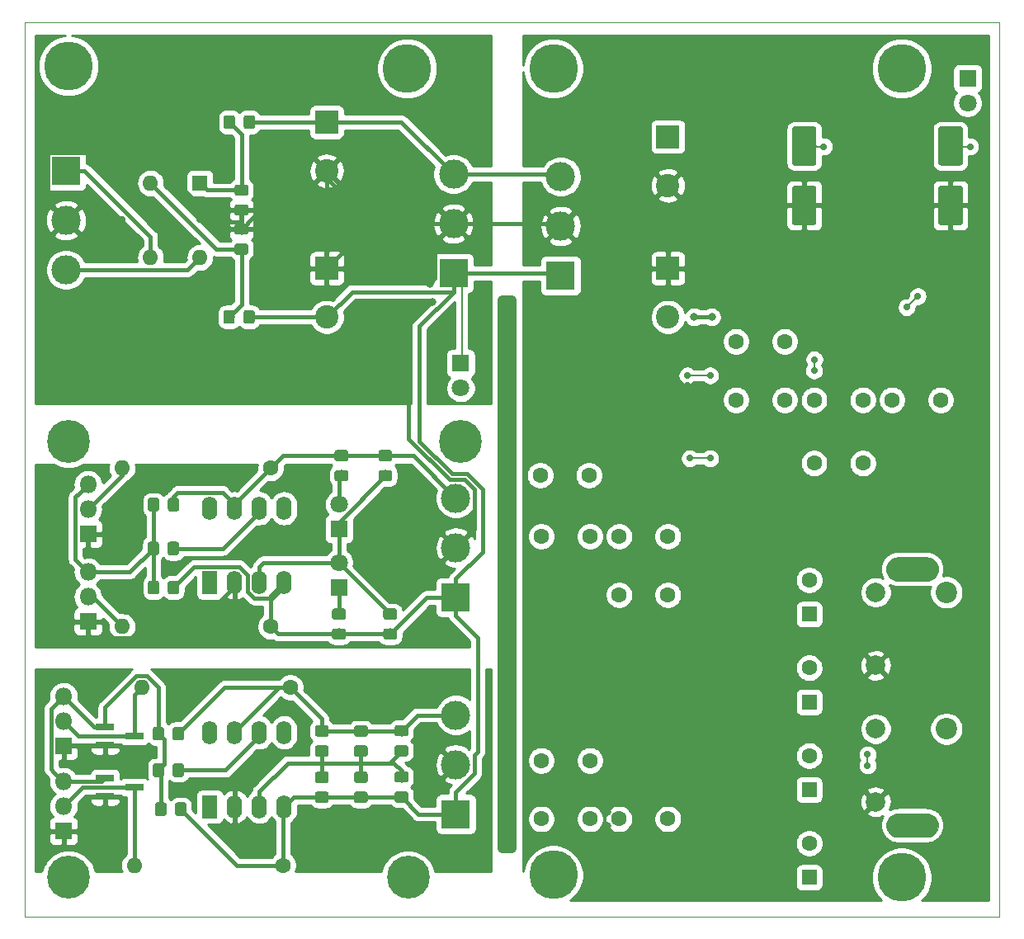
<source format=gbr>
%TF.GenerationSoftware,KiCad,Pcbnew,(5.1.0)-1*%
%TF.CreationDate,2019-10-03T23:56:52+02:00*%
%TF.ProjectId,KicadJE_RIAA,4b696361-644a-4455-9f52-4941412e6b69,rev?*%
%TF.SameCoordinates,Original*%
%TF.FileFunction,Copper,L1,Top*%
%TF.FilePolarity,Positive*%
%FSLAX46Y46*%
G04 Gerber Fmt 4.6, Leading zero omitted, Abs format (unit mm)*
G04 Created by KiCad (PCBNEW (5.1.0)-1) date 2019-10-03 23:56:52*
%MOMM*%
%LPD*%
G04 APERTURE LIST*
%ADD10C,1.000000*%
%ADD11C,0.050000*%
%ADD12C,0.002000*%
%ADD13C,4.400000*%
%ADD14C,0.700000*%
%ADD15C,5.000000*%
%ADD16C,0.800000*%
%ADD17C,1.600000*%
%ADD18C,1.800000*%
%ADD19R,1.800000X1.800000*%
%ADD20C,2.200000*%
%ADD21C,2.000000*%
%ADD22O,4.800000X2.400000*%
%ADD23C,0.150000*%
%ADD24C,2.500000*%
%ADD25R,1.600000X1.600000*%
%ADD26C,2.400000*%
%ADD27R,2.400000X2.400000*%
%ADD28R,3.000000X3.000000*%
%ADD29C,3.000000*%
%ADD30O,1.600000X1.600000*%
%ADD31C,1.150000*%
%ADD32O,1.800000X1.800000*%
%ADD33R,1.600000X2.400000*%
%ADD34O,1.600000X2.400000*%
%ADD35R,1.900000X0.800000*%
%ADD36C,0.400000*%
%ADD37C,0.254000*%
G04 APERTURE END LIST*
D10*
X99000000Y-138500000D02*
X100000000Y-138500000D01*
X99000000Y-82250000D02*
X99000000Y-138500000D01*
X100000000Y-82250000D02*
X99000000Y-82250000D01*
X100000000Y-138500000D02*
X100000000Y-82250000D01*
D11*
X50000000Y-145500000D02*
X50000000Y-53750000D01*
X150000000Y-145500000D02*
X50000000Y-145500000D01*
X150000000Y-53750000D02*
X150000000Y-145500000D01*
X50000000Y-53750000D02*
X150000000Y-53750000D01*
D12*
G36*
X142525000Y-137349000D02*
G01*
X142713000Y-137334000D01*
X142896000Y-137290000D01*
X143069000Y-137218000D01*
X143230000Y-137120000D01*
X143373000Y-136998000D01*
X143495000Y-136855000D01*
X143593000Y-136694000D01*
X143665000Y-136521000D01*
X143709000Y-136338000D01*
X143724000Y-136150000D01*
X143709000Y-135962000D01*
X143665000Y-135779000D01*
X143593000Y-135606000D01*
X143495000Y-135445000D01*
X143373000Y-135302000D01*
X143230000Y-135180000D01*
X143069000Y-135082000D01*
X142896000Y-135010000D01*
X142713000Y-134966000D01*
X142525000Y-134951000D01*
X139625000Y-134951000D01*
X139437000Y-134966000D01*
X139254000Y-135010000D01*
X139081000Y-135082000D01*
X138920000Y-135180000D01*
X138777000Y-135302000D01*
X138655000Y-135445000D01*
X138557000Y-135606000D01*
X138485000Y-135779000D01*
X138441000Y-135962000D01*
X138426000Y-136150000D01*
X138441000Y-136338000D01*
X138485000Y-136521000D01*
X138557000Y-136694000D01*
X138655000Y-136855000D01*
X138777000Y-136998000D01*
X138920000Y-137120000D01*
X139081000Y-137218000D01*
X139254000Y-137290000D01*
X139437000Y-137334000D01*
X139625000Y-137349000D01*
X142525000Y-137349000D01*
G37*
X142525000Y-137349000D02*
X142713000Y-137334000D01*
X142896000Y-137290000D01*
X143069000Y-137218000D01*
X143230000Y-137120000D01*
X143373000Y-136998000D01*
X143495000Y-136855000D01*
X143593000Y-136694000D01*
X143665000Y-136521000D01*
X143709000Y-136338000D01*
X143724000Y-136150000D01*
X143709000Y-135962000D01*
X143665000Y-135779000D01*
X143593000Y-135606000D01*
X143495000Y-135445000D01*
X143373000Y-135302000D01*
X143230000Y-135180000D01*
X143069000Y-135082000D01*
X142896000Y-135010000D01*
X142713000Y-134966000D01*
X142525000Y-134951000D01*
X139625000Y-134951000D01*
X139437000Y-134966000D01*
X139254000Y-135010000D01*
X139081000Y-135082000D01*
X138920000Y-135180000D01*
X138777000Y-135302000D01*
X138655000Y-135445000D01*
X138557000Y-135606000D01*
X138485000Y-135779000D01*
X138441000Y-135962000D01*
X138426000Y-136150000D01*
X138441000Y-136338000D01*
X138485000Y-136521000D01*
X138557000Y-136694000D01*
X138655000Y-136855000D01*
X138777000Y-136998000D01*
X138920000Y-137120000D01*
X139081000Y-137218000D01*
X139254000Y-137290000D01*
X139437000Y-137334000D01*
X139625000Y-137349000D01*
X142525000Y-137349000D01*
G36*
X142525000Y-111049000D02*
G01*
X142713000Y-111034000D01*
X142896000Y-110990000D01*
X143069000Y-110918000D01*
X143230000Y-110820000D01*
X143373000Y-110698000D01*
X143495000Y-110555000D01*
X143593000Y-110394000D01*
X143665000Y-110221000D01*
X143709000Y-110038000D01*
X143724000Y-109850000D01*
X143709000Y-109662000D01*
X143665000Y-109479000D01*
X143593000Y-109306000D01*
X143495000Y-109145000D01*
X143373000Y-109002000D01*
X143230000Y-108880000D01*
X143069000Y-108782000D01*
X142896000Y-108710000D01*
X142713000Y-108666000D01*
X142525000Y-108651000D01*
X139625000Y-108651000D01*
X139437000Y-108666000D01*
X139254000Y-108710000D01*
X139081000Y-108782000D01*
X138920000Y-108880000D01*
X138777000Y-109002000D01*
X138655000Y-109145000D01*
X138557000Y-109306000D01*
X138485000Y-109479000D01*
X138441000Y-109662000D01*
X138426000Y-109850000D01*
X138441000Y-110038000D01*
X138485000Y-110221000D01*
X138557000Y-110394000D01*
X138655000Y-110555000D01*
X138777000Y-110698000D01*
X138920000Y-110820000D01*
X139081000Y-110918000D01*
X139254000Y-110990000D01*
X139437000Y-111034000D01*
X139625000Y-111049000D01*
X142525000Y-111049000D01*
G37*
X142525000Y-111049000D02*
X142713000Y-111034000D01*
X142896000Y-110990000D01*
X143069000Y-110918000D01*
X143230000Y-110820000D01*
X143373000Y-110698000D01*
X143495000Y-110555000D01*
X143593000Y-110394000D01*
X143665000Y-110221000D01*
X143709000Y-110038000D01*
X143724000Y-109850000D01*
X143709000Y-109662000D01*
X143665000Y-109479000D01*
X143593000Y-109306000D01*
X143495000Y-109145000D01*
X143373000Y-109002000D01*
X143230000Y-108880000D01*
X143069000Y-108782000D01*
X142896000Y-108710000D01*
X142713000Y-108666000D01*
X142525000Y-108651000D01*
X139625000Y-108651000D01*
X139437000Y-108666000D01*
X139254000Y-108710000D01*
X139081000Y-108782000D01*
X138920000Y-108880000D01*
X138777000Y-109002000D01*
X138655000Y-109145000D01*
X138557000Y-109306000D01*
X138485000Y-109479000D01*
X138441000Y-109662000D01*
X138426000Y-109850000D01*
X138441000Y-110038000D01*
X138485000Y-110221000D01*
X138557000Y-110394000D01*
X138655000Y-110555000D01*
X138777000Y-110698000D01*
X138920000Y-110820000D01*
X139081000Y-110918000D01*
X139254000Y-110990000D01*
X139437000Y-111034000D01*
X139625000Y-111049000D01*
X142525000Y-111049000D01*
D13*
X94750000Y-96750000D03*
D14*
X96400000Y-96750000D03*
X95916726Y-97916726D03*
X94750000Y-98400000D03*
X93583274Y-97916726D03*
X93100000Y-96750000D03*
X93583274Y-95583274D03*
X94750000Y-95100000D03*
X95916726Y-95583274D03*
X55666726Y-95583274D03*
X54500000Y-95100000D03*
X53333274Y-95583274D03*
X52850000Y-96750000D03*
X53333274Y-97916726D03*
X54500000Y-98400000D03*
X55666726Y-97916726D03*
X56150000Y-96750000D03*
D13*
X54500000Y-96750000D03*
D15*
X140000000Y-141500000D03*
D16*
X141875000Y-141500000D03*
X141325825Y-142825825D03*
X140000000Y-143375000D03*
X138674175Y-142825825D03*
X138125000Y-141500000D03*
X138674175Y-140174175D03*
X140000000Y-139625000D03*
X141325825Y-140174175D03*
X105575825Y-139924175D03*
X104250000Y-139375000D03*
X102924175Y-139924175D03*
X102375000Y-141250000D03*
X102924175Y-142575825D03*
X104250000Y-143125000D03*
X105575825Y-142575825D03*
X106125000Y-141250000D03*
D15*
X104250000Y-141250000D03*
D16*
X141325825Y-57174175D03*
X140000000Y-56625000D03*
X138674175Y-57174175D03*
X138125000Y-58500000D03*
X138674175Y-59825825D03*
X140000000Y-60375000D03*
X141325825Y-59825825D03*
X141875000Y-58500000D03*
D15*
X140000000Y-58500000D03*
X104250000Y-58500000D03*
D16*
X106125000Y-58500000D03*
X105575825Y-59825825D03*
X104250000Y-60375000D03*
X102924175Y-59825825D03*
X102375000Y-58500000D03*
X102924175Y-57174175D03*
X104250000Y-56625000D03*
X105575825Y-57174175D03*
D17*
X111000000Y-106500000D03*
X116000000Y-106500000D03*
X108000000Y-106500000D03*
X103000000Y-106500000D03*
X111000000Y-112500000D03*
X116000000Y-112500000D03*
X107893182Y-100250000D03*
X102893182Y-100250000D03*
X123000000Y-86500000D03*
X128000000Y-86500000D03*
X128000000Y-92500000D03*
X123000000Y-92500000D03*
X103000000Y-129500000D03*
X108000000Y-129500000D03*
X116000000Y-135500000D03*
X111000000Y-135500000D03*
X103000000Y-135500000D03*
X108000000Y-135500000D03*
X136000000Y-99000000D03*
X131000000Y-99000000D03*
X139000000Y-92500000D03*
X144000000Y-92500000D03*
X136000000Y-92500000D03*
X131000000Y-92500000D03*
D18*
X146750000Y-62040000D03*
D19*
X146750000Y-59500000D03*
D20*
X144575000Y-126250000D03*
D21*
X137325000Y-126250000D03*
X137325000Y-133750000D03*
D22*
X141075000Y-136150000D03*
D20*
X144575000Y-112250000D03*
D21*
X137325000Y-112250000D03*
X137325000Y-119750000D03*
D22*
X141075000Y-109850000D03*
D23*
G36*
X131024504Y-70551204D02*
G01*
X131048773Y-70554804D01*
X131072571Y-70560765D01*
X131095671Y-70569030D01*
X131117849Y-70579520D01*
X131138893Y-70592133D01*
X131158598Y-70606747D01*
X131176777Y-70623223D01*
X131193253Y-70641402D01*
X131207867Y-70661107D01*
X131220480Y-70682151D01*
X131230970Y-70704329D01*
X131239235Y-70727429D01*
X131245196Y-70751227D01*
X131248796Y-70775496D01*
X131250000Y-70800000D01*
X131250000Y-74300000D01*
X131248796Y-74324504D01*
X131245196Y-74348773D01*
X131239235Y-74372571D01*
X131230970Y-74395671D01*
X131220480Y-74417849D01*
X131207867Y-74438893D01*
X131193253Y-74458598D01*
X131176777Y-74476777D01*
X131158598Y-74493253D01*
X131138893Y-74507867D01*
X131117849Y-74520480D01*
X131095671Y-74530970D01*
X131072571Y-74539235D01*
X131048773Y-74545196D01*
X131024504Y-74548796D01*
X131000000Y-74550000D01*
X129000000Y-74550000D01*
X128975496Y-74548796D01*
X128951227Y-74545196D01*
X128927429Y-74539235D01*
X128904329Y-74530970D01*
X128882151Y-74520480D01*
X128861107Y-74507867D01*
X128841402Y-74493253D01*
X128823223Y-74476777D01*
X128806747Y-74458598D01*
X128792133Y-74438893D01*
X128779520Y-74417849D01*
X128769030Y-74395671D01*
X128760765Y-74372571D01*
X128754804Y-74348773D01*
X128751204Y-74324504D01*
X128750000Y-74300000D01*
X128750000Y-70800000D01*
X128751204Y-70775496D01*
X128754804Y-70751227D01*
X128760765Y-70727429D01*
X128769030Y-70704329D01*
X128779520Y-70682151D01*
X128792133Y-70661107D01*
X128806747Y-70641402D01*
X128823223Y-70623223D01*
X128841402Y-70606747D01*
X128861107Y-70592133D01*
X128882151Y-70579520D01*
X128904329Y-70569030D01*
X128927429Y-70560765D01*
X128951227Y-70554804D01*
X128975496Y-70551204D01*
X129000000Y-70550000D01*
X131000000Y-70550000D01*
X131024504Y-70551204D01*
X131024504Y-70551204D01*
G37*
D24*
X130000000Y-72550000D03*
D23*
G36*
X131024504Y-64451204D02*
G01*
X131048773Y-64454804D01*
X131072571Y-64460765D01*
X131095671Y-64469030D01*
X131117849Y-64479520D01*
X131138893Y-64492133D01*
X131158598Y-64506747D01*
X131176777Y-64523223D01*
X131193253Y-64541402D01*
X131207867Y-64561107D01*
X131220480Y-64582151D01*
X131230970Y-64604329D01*
X131239235Y-64627429D01*
X131245196Y-64651227D01*
X131248796Y-64675496D01*
X131250000Y-64700000D01*
X131250000Y-68200000D01*
X131248796Y-68224504D01*
X131245196Y-68248773D01*
X131239235Y-68272571D01*
X131230970Y-68295671D01*
X131220480Y-68317849D01*
X131207867Y-68338893D01*
X131193253Y-68358598D01*
X131176777Y-68376777D01*
X131158598Y-68393253D01*
X131138893Y-68407867D01*
X131117849Y-68420480D01*
X131095671Y-68430970D01*
X131072571Y-68439235D01*
X131048773Y-68445196D01*
X131024504Y-68448796D01*
X131000000Y-68450000D01*
X129000000Y-68450000D01*
X128975496Y-68448796D01*
X128951227Y-68445196D01*
X128927429Y-68439235D01*
X128904329Y-68430970D01*
X128882151Y-68420480D01*
X128861107Y-68407867D01*
X128841402Y-68393253D01*
X128823223Y-68376777D01*
X128806747Y-68358598D01*
X128792133Y-68338893D01*
X128779520Y-68317849D01*
X128769030Y-68295671D01*
X128760765Y-68272571D01*
X128754804Y-68248773D01*
X128751204Y-68224504D01*
X128750000Y-68200000D01*
X128750000Y-64700000D01*
X128751204Y-64675496D01*
X128754804Y-64651227D01*
X128760765Y-64627429D01*
X128769030Y-64604329D01*
X128779520Y-64582151D01*
X128792133Y-64561107D01*
X128806747Y-64541402D01*
X128823223Y-64523223D01*
X128841402Y-64506747D01*
X128861107Y-64492133D01*
X128882151Y-64479520D01*
X128904329Y-64469030D01*
X128927429Y-64460765D01*
X128951227Y-64454804D01*
X128975496Y-64451204D01*
X129000000Y-64450000D01*
X131000000Y-64450000D01*
X131024504Y-64451204D01*
X131024504Y-64451204D01*
G37*
D24*
X130000000Y-66450000D03*
D23*
G36*
X146024504Y-64451204D02*
G01*
X146048773Y-64454804D01*
X146072571Y-64460765D01*
X146095671Y-64469030D01*
X146117849Y-64479520D01*
X146138893Y-64492133D01*
X146158598Y-64506747D01*
X146176777Y-64523223D01*
X146193253Y-64541402D01*
X146207867Y-64561107D01*
X146220480Y-64582151D01*
X146230970Y-64604329D01*
X146239235Y-64627429D01*
X146245196Y-64651227D01*
X146248796Y-64675496D01*
X146250000Y-64700000D01*
X146250000Y-68200000D01*
X146248796Y-68224504D01*
X146245196Y-68248773D01*
X146239235Y-68272571D01*
X146230970Y-68295671D01*
X146220480Y-68317849D01*
X146207867Y-68338893D01*
X146193253Y-68358598D01*
X146176777Y-68376777D01*
X146158598Y-68393253D01*
X146138893Y-68407867D01*
X146117849Y-68420480D01*
X146095671Y-68430970D01*
X146072571Y-68439235D01*
X146048773Y-68445196D01*
X146024504Y-68448796D01*
X146000000Y-68450000D01*
X144000000Y-68450000D01*
X143975496Y-68448796D01*
X143951227Y-68445196D01*
X143927429Y-68439235D01*
X143904329Y-68430970D01*
X143882151Y-68420480D01*
X143861107Y-68407867D01*
X143841402Y-68393253D01*
X143823223Y-68376777D01*
X143806747Y-68358598D01*
X143792133Y-68338893D01*
X143779520Y-68317849D01*
X143769030Y-68295671D01*
X143760765Y-68272571D01*
X143754804Y-68248773D01*
X143751204Y-68224504D01*
X143750000Y-68200000D01*
X143750000Y-64700000D01*
X143751204Y-64675496D01*
X143754804Y-64651227D01*
X143760765Y-64627429D01*
X143769030Y-64604329D01*
X143779520Y-64582151D01*
X143792133Y-64561107D01*
X143806747Y-64541402D01*
X143823223Y-64523223D01*
X143841402Y-64506747D01*
X143861107Y-64492133D01*
X143882151Y-64479520D01*
X143904329Y-64469030D01*
X143927429Y-64460765D01*
X143951227Y-64454804D01*
X143975496Y-64451204D01*
X144000000Y-64450000D01*
X146000000Y-64450000D01*
X146024504Y-64451204D01*
X146024504Y-64451204D01*
G37*
D24*
X145000000Y-66450000D03*
D23*
G36*
X146024504Y-70551204D02*
G01*
X146048773Y-70554804D01*
X146072571Y-70560765D01*
X146095671Y-70569030D01*
X146117849Y-70579520D01*
X146138893Y-70592133D01*
X146158598Y-70606747D01*
X146176777Y-70623223D01*
X146193253Y-70641402D01*
X146207867Y-70661107D01*
X146220480Y-70682151D01*
X146230970Y-70704329D01*
X146239235Y-70727429D01*
X146245196Y-70751227D01*
X146248796Y-70775496D01*
X146250000Y-70800000D01*
X146250000Y-74300000D01*
X146248796Y-74324504D01*
X146245196Y-74348773D01*
X146239235Y-74372571D01*
X146230970Y-74395671D01*
X146220480Y-74417849D01*
X146207867Y-74438893D01*
X146193253Y-74458598D01*
X146176777Y-74476777D01*
X146158598Y-74493253D01*
X146138893Y-74507867D01*
X146117849Y-74520480D01*
X146095671Y-74530970D01*
X146072571Y-74539235D01*
X146048773Y-74545196D01*
X146024504Y-74548796D01*
X146000000Y-74550000D01*
X144000000Y-74550000D01*
X143975496Y-74548796D01*
X143951227Y-74545196D01*
X143927429Y-74539235D01*
X143904329Y-74530970D01*
X143882151Y-74520480D01*
X143861107Y-74507867D01*
X143841402Y-74493253D01*
X143823223Y-74476777D01*
X143806747Y-74458598D01*
X143792133Y-74438893D01*
X143779520Y-74417849D01*
X143769030Y-74395671D01*
X143760765Y-74372571D01*
X143754804Y-74348773D01*
X143751204Y-74324504D01*
X143750000Y-74300000D01*
X143750000Y-70800000D01*
X143751204Y-70775496D01*
X143754804Y-70751227D01*
X143760765Y-70727429D01*
X143769030Y-70704329D01*
X143779520Y-70682151D01*
X143792133Y-70661107D01*
X143806747Y-70641402D01*
X143823223Y-70623223D01*
X143841402Y-70606747D01*
X143861107Y-70592133D01*
X143882151Y-70579520D01*
X143904329Y-70569030D01*
X143927429Y-70560765D01*
X143951227Y-70554804D01*
X143975496Y-70551204D01*
X144000000Y-70550000D01*
X146000000Y-70550000D01*
X146024504Y-70551204D01*
X146024504Y-70551204D01*
G37*
D24*
X145000000Y-72550000D03*
D25*
X130500000Y-123500000D03*
D17*
X130500000Y-120000000D03*
X130500000Y-138000000D03*
D25*
X130500000Y-141500000D03*
D17*
X130500000Y-111000000D03*
D25*
X130500000Y-114500000D03*
X130500000Y-132500000D03*
D17*
X130500000Y-129000000D03*
D26*
X116000000Y-70500000D03*
D27*
X116000000Y-65500000D03*
X116000000Y-79000000D03*
D26*
X116000000Y-84000000D03*
D23*
G36*
X131024504Y-64451204D02*
G01*
X131048773Y-64454804D01*
X131072571Y-64460765D01*
X131095671Y-64469030D01*
X131117849Y-64479520D01*
X131138893Y-64492133D01*
X131158598Y-64506747D01*
X131176777Y-64523223D01*
X131193253Y-64541402D01*
X131207867Y-64561107D01*
X131220480Y-64582151D01*
X131230970Y-64604329D01*
X131239235Y-64627429D01*
X131245196Y-64651227D01*
X131248796Y-64675496D01*
X131250000Y-64700000D01*
X131250000Y-68200000D01*
X131248796Y-68224504D01*
X131245196Y-68248773D01*
X131239235Y-68272571D01*
X131230970Y-68295671D01*
X131220480Y-68317849D01*
X131207867Y-68338893D01*
X131193253Y-68358598D01*
X131176777Y-68376777D01*
X131158598Y-68393253D01*
X131138893Y-68407867D01*
X131117849Y-68420480D01*
X131095671Y-68430970D01*
X131072571Y-68439235D01*
X131048773Y-68445196D01*
X131024504Y-68448796D01*
X131000000Y-68450000D01*
X129000000Y-68450000D01*
X128975496Y-68448796D01*
X128951227Y-68445196D01*
X128927429Y-68439235D01*
X128904329Y-68430970D01*
X128882151Y-68420480D01*
X128861107Y-68407867D01*
X128841402Y-68393253D01*
X128823223Y-68376777D01*
X128806747Y-68358598D01*
X128792133Y-68338893D01*
X128779520Y-68317849D01*
X128769030Y-68295671D01*
X128760765Y-68272571D01*
X128754804Y-68248773D01*
X128751204Y-68224504D01*
X128750000Y-68200000D01*
X128750000Y-64700000D01*
X128751204Y-64675496D01*
X128754804Y-64651227D01*
X128760765Y-64627429D01*
X128769030Y-64604329D01*
X128779520Y-64582151D01*
X128792133Y-64561107D01*
X128806747Y-64541402D01*
X128823223Y-64523223D01*
X128841402Y-64506747D01*
X128861107Y-64492133D01*
X128882151Y-64479520D01*
X128904329Y-64469030D01*
X128927429Y-64460765D01*
X128951227Y-64454804D01*
X128975496Y-64451204D01*
X129000000Y-64450000D01*
X131000000Y-64450000D01*
X131024504Y-64451204D01*
X131024504Y-64451204D01*
G37*
D24*
X130000000Y-66450000D03*
D23*
G36*
X131024504Y-70551204D02*
G01*
X131048773Y-70554804D01*
X131072571Y-70560765D01*
X131095671Y-70569030D01*
X131117849Y-70579520D01*
X131138893Y-70592133D01*
X131158598Y-70606747D01*
X131176777Y-70623223D01*
X131193253Y-70641402D01*
X131207867Y-70661107D01*
X131220480Y-70682151D01*
X131230970Y-70704329D01*
X131239235Y-70727429D01*
X131245196Y-70751227D01*
X131248796Y-70775496D01*
X131250000Y-70800000D01*
X131250000Y-74300000D01*
X131248796Y-74324504D01*
X131245196Y-74348773D01*
X131239235Y-74372571D01*
X131230970Y-74395671D01*
X131220480Y-74417849D01*
X131207867Y-74438893D01*
X131193253Y-74458598D01*
X131176777Y-74476777D01*
X131158598Y-74493253D01*
X131138893Y-74507867D01*
X131117849Y-74520480D01*
X131095671Y-74530970D01*
X131072571Y-74539235D01*
X131048773Y-74545196D01*
X131024504Y-74548796D01*
X131000000Y-74550000D01*
X129000000Y-74550000D01*
X128975496Y-74548796D01*
X128951227Y-74545196D01*
X128927429Y-74539235D01*
X128904329Y-74530970D01*
X128882151Y-74520480D01*
X128861107Y-74507867D01*
X128841402Y-74493253D01*
X128823223Y-74476777D01*
X128806747Y-74458598D01*
X128792133Y-74438893D01*
X128779520Y-74417849D01*
X128769030Y-74395671D01*
X128760765Y-74372571D01*
X128754804Y-74348773D01*
X128751204Y-74324504D01*
X128750000Y-74300000D01*
X128750000Y-70800000D01*
X128751204Y-70775496D01*
X128754804Y-70751227D01*
X128760765Y-70727429D01*
X128769030Y-70704329D01*
X128779520Y-70682151D01*
X128792133Y-70661107D01*
X128806747Y-70641402D01*
X128823223Y-70623223D01*
X128841402Y-70606747D01*
X128861107Y-70592133D01*
X128882151Y-70579520D01*
X128904329Y-70569030D01*
X128927429Y-70560765D01*
X128951227Y-70554804D01*
X128975496Y-70551204D01*
X129000000Y-70550000D01*
X131000000Y-70550000D01*
X131024504Y-70551204D01*
X131024504Y-70551204D01*
G37*
D24*
X130000000Y-72550000D03*
D23*
G36*
X146024504Y-70551204D02*
G01*
X146048773Y-70554804D01*
X146072571Y-70560765D01*
X146095671Y-70569030D01*
X146117849Y-70579520D01*
X146138893Y-70592133D01*
X146158598Y-70606747D01*
X146176777Y-70623223D01*
X146193253Y-70641402D01*
X146207867Y-70661107D01*
X146220480Y-70682151D01*
X146230970Y-70704329D01*
X146239235Y-70727429D01*
X146245196Y-70751227D01*
X146248796Y-70775496D01*
X146250000Y-70800000D01*
X146250000Y-74300000D01*
X146248796Y-74324504D01*
X146245196Y-74348773D01*
X146239235Y-74372571D01*
X146230970Y-74395671D01*
X146220480Y-74417849D01*
X146207867Y-74438893D01*
X146193253Y-74458598D01*
X146176777Y-74476777D01*
X146158598Y-74493253D01*
X146138893Y-74507867D01*
X146117849Y-74520480D01*
X146095671Y-74530970D01*
X146072571Y-74539235D01*
X146048773Y-74545196D01*
X146024504Y-74548796D01*
X146000000Y-74550000D01*
X144000000Y-74550000D01*
X143975496Y-74548796D01*
X143951227Y-74545196D01*
X143927429Y-74539235D01*
X143904329Y-74530970D01*
X143882151Y-74520480D01*
X143861107Y-74507867D01*
X143841402Y-74493253D01*
X143823223Y-74476777D01*
X143806747Y-74458598D01*
X143792133Y-74438893D01*
X143779520Y-74417849D01*
X143769030Y-74395671D01*
X143760765Y-74372571D01*
X143754804Y-74348773D01*
X143751204Y-74324504D01*
X143750000Y-74300000D01*
X143750000Y-70800000D01*
X143751204Y-70775496D01*
X143754804Y-70751227D01*
X143760765Y-70727429D01*
X143769030Y-70704329D01*
X143779520Y-70682151D01*
X143792133Y-70661107D01*
X143806747Y-70641402D01*
X143823223Y-70623223D01*
X143841402Y-70606747D01*
X143861107Y-70592133D01*
X143882151Y-70579520D01*
X143904329Y-70569030D01*
X143927429Y-70560765D01*
X143951227Y-70554804D01*
X143975496Y-70551204D01*
X144000000Y-70550000D01*
X146000000Y-70550000D01*
X146024504Y-70551204D01*
X146024504Y-70551204D01*
G37*
D24*
X145000000Y-72550000D03*
D23*
G36*
X146024504Y-64451204D02*
G01*
X146048773Y-64454804D01*
X146072571Y-64460765D01*
X146095671Y-64469030D01*
X146117849Y-64479520D01*
X146138893Y-64492133D01*
X146158598Y-64506747D01*
X146176777Y-64523223D01*
X146193253Y-64541402D01*
X146207867Y-64561107D01*
X146220480Y-64582151D01*
X146230970Y-64604329D01*
X146239235Y-64627429D01*
X146245196Y-64651227D01*
X146248796Y-64675496D01*
X146250000Y-64700000D01*
X146250000Y-68200000D01*
X146248796Y-68224504D01*
X146245196Y-68248773D01*
X146239235Y-68272571D01*
X146230970Y-68295671D01*
X146220480Y-68317849D01*
X146207867Y-68338893D01*
X146193253Y-68358598D01*
X146176777Y-68376777D01*
X146158598Y-68393253D01*
X146138893Y-68407867D01*
X146117849Y-68420480D01*
X146095671Y-68430970D01*
X146072571Y-68439235D01*
X146048773Y-68445196D01*
X146024504Y-68448796D01*
X146000000Y-68450000D01*
X144000000Y-68450000D01*
X143975496Y-68448796D01*
X143951227Y-68445196D01*
X143927429Y-68439235D01*
X143904329Y-68430970D01*
X143882151Y-68420480D01*
X143861107Y-68407867D01*
X143841402Y-68393253D01*
X143823223Y-68376777D01*
X143806747Y-68358598D01*
X143792133Y-68338893D01*
X143779520Y-68317849D01*
X143769030Y-68295671D01*
X143760765Y-68272571D01*
X143754804Y-68248773D01*
X143751204Y-68224504D01*
X143750000Y-68200000D01*
X143750000Y-64700000D01*
X143751204Y-64675496D01*
X143754804Y-64651227D01*
X143760765Y-64627429D01*
X143769030Y-64604329D01*
X143779520Y-64582151D01*
X143792133Y-64561107D01*
X143806747Y-64541402D01*
X143823223Y-64523223D01*
X143841402Y-64506747D01*
X143861107Y-64492133D01*
X143882151Y-64479520D01*
X143904329Y-64469030D01*
X143927429Y-64460765D01*
X143951227Y-64454804D01*
X143975496Y-64451204D01*
X144000000Y-64450000D01*
X146000000Y-64450000D01*
X146024504Y-64451204D01*
X146024504Y-64451204D01*
G37*
D24*
X145000000Y-66450000D03*
D17*
X130500000Y-129000000D03*
D25*
X130500000Y-132500000D03*
D16*
X90575825Y-57174175D03*
X89250000Y-56625000D03*
X87924175Y-57174175D03*
X87375000Y-58500000D03*
X87924175Y-59825825D03*
X89250000Y-60375000D03*
X90575825Y-59825825D03*
X91125000Y-58500000D03*
D15*
X89250000Y-58500000D03*
D13*
X54500000Y-141500000D03*
D14*
X56150000Y-141500000D03*
X55666726Y-142666726D03*
X54500000Y-143150000D03*
X53333274Y-142666726D03*
X52850000Y-141500000D03*
X53333274Y-140333274D03*
X54500000Y-139850000D03*
X55666726Y-140333274D03*
D15*
X54500000Y-58250000D03*
D16*
X56375000Y-58250000D03*
X55825825Y-59575825D03*
X54500000Y-60125000D03*
X53174175Y-59575825D03*
X52625000Y-58250000D03*
X53174175Y-56924175D03*
X54500000Y-56375000D03*
X55825825Y-56924175D03*
D14*
X90516726Y-140333274D03*
X89350000Y-139850000D03*
X88183274Y-140333274D03*
X87700000Y-141500000D03*
X88183274Y-142666726D03*
X89350000Y-143150000D03*
X90516726Y-142666726D03*
X91000000Y-141500000D03*
D13*
X89350000Y-141500000D03*
D28*
X105000000Y-79750000D03*
D29*
X105000000Y-74670000D03*
X105000000Y-69590000D03*
D27*
X81000000Y-64000000D03*
D26*
X81000000Y-69000000D03*
X81000000Y-84000000D03*
D27*
X81000000Y-79000000D03*
D30*
X68000000Y-77870000D03*
X62920000Y-70250000D03*
X62920000Y-77870000D03*
D25*
X68000000Y-70250000D03*
D19*
X94750000Y-88750000D03*
D18*
X94750000Y-91290000D03*
D29*
X94000000Y-69340000D03*
X94000000Y-74420000D03*
D28*
X94000000Y-79500000D03*
X54250000Y-69000000D03*
D29*
X54250000Y-74080000D03*
X54250000Y-79160000D03*
D23*
G36*
X73399505Y-63301204D02*
G01*
X73423773Y-63304804D01*
X73447572Y-63310765D01*
X73470671Y-63319030D01*
X73492850Y-63329520D01*
X73513893Y-63342132D01*
X73533599Y-63356747D01*
X73551777Y-63373223D01*
X73568253Y-63391401D01*
X73582868Y-63411107D01*
X73595480Y-63432150D01*
X73605970Y-63454329D01*
X73614235Y-63477428D01*
X73620196Y-63501227D01*
X73623796Y-63525495D01*
X73625000Y-63549999D01*
X73625000Y-64450001D01*
X73623796Y-64474505D01*
X73620196Y-64498773D01*
X73614235Y-64522572D01*
X73605970Y-64545671D01*
X73595480Y-64567850D01*
X73582868Y-64588893D01*
X73568253Y-64608599D01*
X73551777Y-64626777D01*
X73533599Y-64643253D01*
X73513893Y-64657868D01*
X73492850Y-64670480D01*
X73470671Y-64680970D01*
X73447572Y-64689235D01*
X73423773Y-64695196D01*
X73399505Y-64698796D01*
X73375001Y-64700000D01*
X72724999Y-64700000D01*
X72700495Y-64698796D01*
X72676227Y-64695196D01*
X72652428Y-64689235D01*
X72629329Y-64680970D01*
X72607150Y-64670480D01*
X72586107Y-64657868D01*
X72566401Y-64643253D01*
X72548223Y-64626777D01*
X72531747Y-64608599D01*
X72517132Y-64588893D01*
X72504520Y-64567850D01*
X72494030Y-64545671D01*
X72485765Y-64522572D01*
X72479804Y-64498773D01*
X72476204Y-64474505D01*
X72475000Y-64450001D01*
X72475000Y-63549999D01*
X72476204Y-63525495D01*
X72479804Y-63501227D01*
X72485765Y-63477428D01*
X72494030Y-63454329D01*
X72504520Y-63432150D01*
X72517132Y-63411107D01*
X72531747Y-63391401D01*
X72548223Y-63373223D01*
X72566401Y-63356747D01*
X72586107Y-63342132D01*
X72607150Y-63329520D01*
X72629329Y-63319030D01*
X72652428Y-63310765D01*
X72676227Y-63304804D01*
X72700495Y-63301204D01*
X72724999Y-63300000D01*
X73375001Y-63300000D01*
X73399505Y-63301204D01*
X73399505Y-63301204D01*
G37*
D31*
X73050000Y-64000000D03*
D23*
G36*
X71349505Y-63301204D02*
G01*
X71373773Y-63304804D01*
X71397572Y-63310765D01*
X71420671Y-63319030D01*
X71442850Y-63329520D01*
X71463893Y-63342132D01*
X71483599Y-63356747D01*
X71501777Y-63373223D01*
X71518253Y-63391401D01*
X71532868Y-63411107D01*
X71545480Y-63432150D01*
X71555970Y-63454329D01*
X71564235Y-63477428D01*
X71570196Y-63501227D01*
X71573796Y-63525495D01*
X71575000Y-63549999D01*
X71575000Y-64450001D01*
X71573796Y-64474505D01*
X71570196Y-64498773D01*
X71564235Y-64522572D01*
X71555970Y-64545671D01*
X71545480Y-64567850D01*
X71532868Y-64588893D01*
X71518253Y-64608599D01*
X71501777Y-64626777D01*
X71483599Y-64643253D01*
X71463893Y-64657868D01*
X71442850Y-64670480D01*
X71420671Y-64680970D01*
X71397572Y-64689235D01*
X71373773Y-64695196D01*
X71349505Y-64698796D01*
X71325001Y-64700000D01*
X70674999Y-64700000D01*
X70650495Y-64698796D01*
X70626227Y-64695196D01*
X70602428Y-64689235D01*
X70579329Y-64680970D01*
X70557150Y-64670480D01*
X70536107Y-64657868D01*
X70516401Y-64643253D01*
X70498223Y-64626777D01*
X70481747Y-64608599D01*
X70467132Y-64588893D01*
X70454520Y-64567850D01*
X70444030Y-64545671D01*
X70435765Y-64522572D01*
X70429804Y-64498773D01*
X70426204Y-64474505D01*
X70425000Y-64450001D01*
X70425000Y-63549999D01*
X70426204Y-63525495D01*
X70429804Y-63501227D01*
X70435765Y-63477428D01*
X70444030Y-63454329D01*
X70454520Y-63432150D01*
X70467132Y-63411107D01*
X70481747Y-63391401D01*
X70498223Y-63373223D01*
X70516401Y-63356747D01*
X70536107Y-63342132D01*
X70557150Y-63329520D01*
X70579329Y-63319030D01*
X70602428Y-63310765D01*
X70626227Y-63304804D01*
X70650495Y-63301204D01*
X70674999Y-63300000D01*
X71325001Y-63300000D01*
X71349505Y-63301204D01*
X71349505Y-63301204D01*
G37*
D31*
X71000000Y-64000000D03*
D23*
G36*
X71324505Y-83301204D02*
G01*
X71348773Y-83304804D01*
X71372572Y-83310765D01*
X71395671Y-83319030D01*
X71417850Y-83329520D01*
X71438893Y-83342132D01*
X71458599Y-83356747D01*
X71476777Y-83373223D01*
X71493253Y-83391401D01*
X71507868Y-83411107D01*
X71520480Y-83432150D01*
X71530970Y-83454329D01*
X71539235Y-83477428D01*
X71545196Y-83501227D01*
X71548796Y-83525495D01*
X71550000Y-83549999D01*
X71550000Y-84450001D01*
X71548796Y-84474505D01*
X71545196Y-84498773D01*
X71539235Y-84522572D01*
X71530970Y-84545671D01*
X71520480Y-84567850D01*
X71507868Y-84588893D01*
X71493253Y-84608599D01*
X71476777Y-84626777D01*
X71458599Y-84643253D01*
X71438893Y-84657868D01*
X71417850Y-84670480D01*
X71395671Y-84680970D01*
X71372572Y-84689235D01*
X71348773Y-84695196D01*
X71324505Y-84698796D01*
X71300001Y-84700000D01*
X70649999Y-84700000D01*
X70625495Y-84698796D01*
X70601227Y-84695196D01*
X70577428Y-84689235D01*
X70554329Y-84680970D01*
X70532150Y-84670480D01*
X70511107Y-84657868D01*
X70491401Y-84643253D01*
X70473223Y-84626777D01*
X70456747Y-84608599D01*
X70442132Y-84588893D01*
X70429520Y-84567850D01*
X70419030Y-84545671D01*
X70410765Y-84522572D01*
X70404804Y-84498773D01*
X70401204Y-84474505D01*
X70400000Y-84450001D01*
X70400000Y-83549999D01*
X70401204Y-83525495D01*
X70404804Y-83501227D01*
X70410765Y-83477428D01*
X70419030Y-83454329D01*
X70429520Y-83432150D01*
X70442132Y-83411107D01*
X70456747Y-83391401D01*
X70473223Y-83373223D01*
X70491401Y-83356747D01*
X70511107Y-83342132D01*
X70532150Y-83329520D01*
X70554329Y-83319030D01*
X70577428Y-83310765D01*
X70601227Y-83304804D01*
X70625495Y-83301204D01*
X70649999Y-83300000D01*
X71300001Y-83300000D01*
X71324505Y-83301204D01*
X71324505Y-83301204D01*
G37*
D31*
X70975000Y-84000000D03*
D23*
G36*
X73374505Y-83301204D02*
G01*
X73398773Y-83304804D01*
X73422572Y-83310765D01*
X73445671Y-83319030D01*
X73467850Y-83329520D01*
X73488893Y-83342132D01*
X73508599Y-83356747D01*
X73526777Y-83373223D01*
X73543253Y-83391401D01*
X73557868Y-83411107D01*
X73570480Y-83432150D01*
X73580970Y-83454329D01*
X73589235Y-83477428D01*
X73595196Y-83501227D01*
X73598796Y-83525495D01*
X73600000Y-83549999D01*
X73600000Y-84450001D01*
X73598796Y-84474505D01*
X73595196Y-84498773D01*
X73589235Y-84522572D01*
X73580970Y-84545671D01*
X73570480Y-84567850D01*
X73557868Y-84588893D01*
X73543253Y-84608599D01*
X73526777Y-84626777D01*
X73508599Y-84643253D01*
X73488893Y-84657868D01*
X73467850Y-84670480D01*
X73445671Y-84680970D01*
X73422572Y-84689235D01*
X73398773Y-84695196D01*
X73374505Y-84698796D01*
X73350001Y-84700000D01*
X72699999Y-84700000D01*
X72675495Y-84698796D01*
X72651227Y-84695196D01*
X72627428Y-84689235D01*
X72604329Y-84680970D01*
X72582150Y-84670480D01*
X72561107Y-84657868D01*
X72541401Y-84643253D01*
X72523223Y-84626777D01*
X72506747Y-84608599D01*
X72492132Y-84588893D01*
X72479520Y-84567850D01*
X72469030Y-84545671D01*
X72460765Y-84522572D01*
X72454804Y-84498773D01*
X72451204Y-84474505D01*
X72450000Y-84450001D01*
X72450000Y-83549999D01*
X72451204Y-83525495D01*
X72454804Y-83501227D01*
X72460765Y-83477428D01*
X72469030Y-83454329D01*
X72479520Y-83432150D01*
X72492132Y-83411107D01*
X72506747Y-83391401D01*
X72523223Y-83373223D01*
X72541401Y-83356747D01*
X72561107Y-83342132D01*
X72582150Y-83329520D01*
X72604329Y-83319030D01*
X72627428Y-83310765D01*
X72651227Y-83304804D01*
X72675495Y-83301204D01*
X72699999Y-83300000D01*
X73350001Y-83300000D01*
X73374505Y-83301204D01*
X73374505Y-83301204D01*
G37*
D31*
X73025000Y-84000000D03*
D23*
G36*
X72724505Y-72451204D02*
G01*
X72748773Y-72454804D01*
X72772572Y-72460765D01*
X72795671Y-72469030D01*
X72817850Y-72479520D01*
X72838893Y-72492132D01*
X72858599Y-72506747D01*
X72876777Y-72523223D01*
X72893253Y-72541401D01*
X72907868Y-72561107D01*
X72920480Y-72582150D01*
X72930970Y-72604329D01*
X72939235Y-72627428D01*
X72945196Y-72651227D01*
X72948796Y-72675495D01*
X72950000Y-72699999D01*
X72950000Y-73350001D01*
X72948796Y-73374505D01*
X72945196Y-73398773D01*
X72939235Y-73422572D01*
X72930970Y-73445671D01*
X72920480Y-73467850D01*
X72907868Y-73488893D01*
X72893253Y-73508599D01*
X72876777Y-73526777D01*
X72858599Y-73543253D01*
X72838893Y-73557868D01*
X72817850Y-73570480D01*
X72795671Y-73580970D01*
X72772572Y-73589235D01*
X72748773Y-73595196D01*
X72724505Y-73598796D01*
X72700001Y-73600000D01*
X71799999Y-73600000D01*
X71775495Y-73598796D01*
X71751227Y-73595196D01*
X71727428Y-73589235D01*
X71704329Y-73580970D01*
X71682150Y-73570480D01*
X71661107Y-73557868D01*
X71641401Y-73543253D01*
X71623223Y-73526777D01*
X71606747Y-73508599D01*
X71592132Y-73488893D01*
X71579520Y-73467850D01*
X71569030Y-73445671D01*
X71560765Y-73422572D01*
X71554804Y-73398773D01*
X71551204Y-73374505D01*
X71550000Y-73350001D01*
X71550000Y-72699999D01*
X71551204Y-72675495D01*
X71554804Y-72651227D01*
X71560765Y-72627428D01*
X71569030Y-72604329D01*
X71579520Y-72582150D01*
X71592132Y-72561107D01*
X71606747Y-72541401D01*
X71623223Y-72523223D01*
X71641401Y-72506747D01*
X71661107Y-72492132D01*
X71682150Y-72479520D01*
X71704329Y-72469030D01*
X71727428Y-72460765D01*
X71751227Y-72454804D01*
X71775495Y-72451204D01*
X71799999Y-72450000D01*
X72700001Y-72450000D01*
X72724505Y-72451204D01*
X72724505Y-72451204D01*
G37*
D31*
X72250000Y-73025000D03*
D23*
G36*
X72724505Y-70401204D02*
G01*
X72748773Y-70404804D01*
X72772572Y-70410765D01*
X72795671Y-70419030D01*
X72817850Y-70429520D01*
X72838893Y-70442132D01*
X72858599Y-70456747D01*
X72876777Y-70473223D01*
X72893253Y-70491401D01*
X72907868Y-70511107D01*
X72920480Y-70532150D01*
X72930970Y-70554329D01*
X72939235Y-70577428D01*
X72945196Y-70601227D01*
X72948796Y-70625495D01*
X72950000Y-70649999D01*
X72950000Y-71300001D01*
X72948796Y-71324505D01*
X72945196Y-71348773D01*
X72939235Y-71372572D01*
X72930970Y-71395671D01*
X72920480Y-71417850D01*
X72907868Y-71438893D01*
X72893253Y-71458599D01*
X72876777Y-71476777D01*
X72858599Y-71493253D01*
X72838893Y-71507868D01*
X72817850Y-71520480D01*
X72795671Y-71530970D01*
X72772572Y-71539235D01*
X72748773Y-71545196D01*
X72724505Y-71548796D01*
X72700001Y-71550000D01*
X71799999Y-71550000D01*
X71775495Y-71548796D01*
X71751227Y-71545196D01*
X71727428Y-71539235D01*
X71704329Y-71530970D01*
X71682150Y-71520480D01*
X71661107Y-71507868D01*
X71641401Y-71493253D01*
X71623223Y-71476777D01*
X71606747Y-71458599D01*
X71592132Y-71438893D01*
X71579520Y-71417850D01*
X71569030Y-71395671D01*
X71560765Y-71372572D01*
X71554804Y-71348773D01*
X71551204Y-71324505D01*
X71550000Y-71300001D01*
X71550000Y-70649999D01*
X71551204Y-70625495D01*
X71554804Y-70601227D01*
X71560765Y-70577428D01*
X71569030Y-70554329D01*
X71579520Y-70532150D01*
X71592132Y-70511107D01*
X71606747Y-70491401D01*
X71623223Y-70473223D01*
X71641401Y-70456747D01*
X71661107Y-70442132D01*
X71682150Y-70429520D01*
X71704329Y-70419030D01*
X71727428Y-70410765D01*
X71751227Y-70404804D01*
X71775495Y-70401204D01*
X71799999Y-70400000D01*
X72700001Y-70400000D01*
X72724505Y-70401204D01*
X72724505Y-70401204D01*
G37*
D31*
X72250000Y-70975000D03*
D23*
G36*
X72724505Y-74401204D02*
G01*
X72748773Y-74404804D01*
X72772572Y-74410765D01*
X72795671Y-74419030D01*
X72817850Y-74429520D01*
X72838893Y-74442132D01*
X72858599Y-74456747D01*
X72876777Y-74473223D01*
X72893253Y-74491401D01*
X72907868Y-74511107D01*
X72920480Y-74532150D01*
X72930970Y-74554329D01*
X72939235Y-74577428D01*
X72945196Y-74601227D01*
X72948796Y-74625495D01*
X72950000Y-74649999D01*
X72950000Y-75300001D01*
X72948796Y-75324505D01*
X72945196Y-75348773D01*
X72939235Y-75372572D01*
X72930970Y-75395671D01*
X72920480Y-75417850D01*
X72907868Y-75438893D01*
X72893253Y-75458599D01*
X72876777Y-75476777D01*
X72858599Y-75493253D01*
X72838893Y-75507868D01*
X72817850Y-75520480D01*
X72795671Y-75530970D01*
X72772572Y-75539235D01*
X72748773Y-75545196D01*
X72724505Y-75548796D01*
X72700001Y-75550000D01*
X71799999Y-75550000D01*
X71775495Y-75548796D01*
X71751227Y-75545196D01*
X71727428Y-75539235D01*
X71704329Y-75530970D01*
X71682150Y-75520480D01*
X71661107Y-75507868D01*
X71641401Y-75493253D01*
X71623223Y-75476777D01*
X71606747Y-75458599D01*
X71592132Y-75438893D01*
X71579520Y-75417850D01*
X71569030Y-75395671D01*
X71560765Y-75372572D01*
X71554804Y-75348773D01*
X71551204Y-75324505D01*
X71550000Y-75300001D01*
X71550000Y-74649999D01*
X71551204Y-74625495D01*
X71554804Y-74601227D01*
X71560765Y-74577428D01*
X71569030Y-74554329D01*
X71579520Y-74532150D01*
X71592132Y-74511107D01*
X71606747Y-74491401D01*
X71623223Y-74473223D01*
X71641401Y-74456747D01*
X71661107Y-74442132D01*
X71682150Y-74429520D01*
X71704329Y-74419030D01*
X71727428Y-74410765D01*
X71751227Y-74404804D01*
X71775495Y-74401204D01*
X71799999Y-74400000D01*
X72700001Y-74400000D01*
X72724505Y-74401204D01*
X72724505Y-74401204D01*
G37*
D31*
X72250000Y-74975000D03*
D23*
G36*
X72724505Y-76451204D02*
G01*
X72748773Y-76454804D01*
X72772572Y-76460765D01*
X72795671Y-76469030D01*
X72817850Y-76479520D01*
X72838893Y-76492132D01*
X72858599Y-76506747D01*
X72876777Y-76523223D01*
X72893253Y-76541401D01*
X72907868Y-76561107D01*
X72920480Y-76582150D01*
X72930970Y-76604329D01*
X72939235Y-76627428D01*
X72945196Y-76651227D01*
X72948796Y-76675495D01*
X72950000Y-76699999D01*
X72950000Y-77350001D01*
X72948796Y-77374505D01*
X72945196Y-77398773D01*
X72939235Y-77422572D01*
X72930970Y-77445671D01*
X72920480Y-77467850D01*
X72907868Y-77488893D01*
X72893253Y-77508599D01*
X72876777Y-77526777D01*
X72858599Y-77543253D01*
X72838893Y-77557868D01*
X72817850Y-77570480D01*
X72795671Y-77580970D01*
X72772572Y-77589235D01*
X72748773Y-77595196D01*
X72724505Y-77598796D01*
X72700001Y-77600000D01*
X71799999Y-77600000D01*
X71775495Y-77598796D01*
X71751227Y-77595196D01*
X71727428Y-77589235D01*
X71704329Y-77580970D01*
X71682150Y-77570480D01*
X71661107Y-77557868D01*
X71641401Y-77543253D01*
X71623223Y-77526777D01*
X71606747Y-77508599D01*
X71592132Y-77488893D01*
X71579520Y-77467850D01*
X71569030Y-77445671D01*
X71560765Y-77422572D01*
X71554804Y-77398773D01*
X71551204Y-77374505D01*
X71550000Y-77350001D01*
X71550000Y-76699999D01*
X71551204Y-76675495D01*
X71554804Y-76651227D01*
X71560765Y-76627428D01*
X71569030Y-76604329D01*
X71579520Y-76582150D01*
X71592132Y-76561107D01*
X71606747Y-76541401D01*
X71623223Y-76523223D01*
X71641401Y-76506747D01*
X71661107Y-76492132D01*
X71682150Y-76479520D01*
X71704329Y-76469030D01*
X71727428Y-76460765D01*
X71751227Y-76454804D01*
X71775495Y-76451204D01*
X71799999Y-76450000D01*
X72700001Y-76450000D01*
X72724505Y-76451204D01*
X72724505Y-76451204D01*
G37*
D31*
X72250000Y-77025000D03*
D23*
G36*
X87474505Y-99701204D02*
G01*
X87498773Y-99704804D01*
X87522572Y-99710765D01*
X87545671Y-99719030D01*
X87567850Y-99729520D01*
X87588893Y-99742132D01*
X87608599Y-99756747D01*
X87626777Y-99773223D01*
X87643253Y-99791401D01*
X87657868Y-99811107D01*
X87670480Y-99832150D01*
X87680970Y-99854329D01*
X87689235Y-99877428D01*
X87695196Y-99901227D01*
X87698796Y-99925495D01*
X87700000Y-99949999D01*
X87700000Y-100600001D01*
X87698796Y-100624505D01*
X87695196Y-100648773D01*
X87689235Y-100672572D01*
X87680970Y-100695671D01*
X87670480Y-100717850D01*
X87657868Y-100738893D01*
X87643253Y-100758599D01*
X87626777Y-100776777D01*
X87608599Y-100793253D01*
X87588893Y-100807868D01*
X87567850Y-100820480D01*
X87545671Y-100830970D01*
X87522572Y-100839235D01*
X87498773Y-100845196D01*
X87474505Y-100848796D01*
X87450001Y-100850000D01*
X86549999Y-100850000D01*
X86525495Y-100848796D01*
X86501227Y-100845196D01*
X86477428Y-100839235D01*
X86454329Y-100830970D01*
X86432150Y-100820480D01*
X86411107Y-100807868D01*
X86391401Y-100793253D01*
X86373223Y-100776777D01*
X86356747Y-100758599D01*
X86342132Y-100738893D01*
X86329520Y-100717850D01*
X86319030Y-100695671D01*
X86310765Y-100672572D01*
X86304804Y-100648773D01*
X86301204Y-100624505D01*
X86300000Y-100600001D01*
X86300000Y-99949999D01*
X86301204Y-99925495D01*
X86304804Y-99901227D01*
X86310765Y-99877428D01*
X86319030Y-99854329D01*
X86329520Y-99832150D01*
X86342132Y-99811107D01*
X86356747Y-99791401D01*
X86373223Y-99773223D01*
X86391401Y-99756747D01*
X86411107Y-99742132D01*
X86432150Y-99729520D01*
X86454329Y-99719030D01*
X86477428Y-99710765D01*
X86501227Y-99704804D01*
X86525495Y-99701204D01*
X86549999Y-99700000D01*
X87450001Y-99700000D01*
X87474505Y-99701204D01*
X87474505Y-99701204D01*
G37*
D31*
X87000000Y-100275000D03*
D23*
G36*
X87474505Y-97651204D02*
G01*
X87498773Y-97654804D01*
X87522572Y-97660765D01*
X87545671Y-97669030D01*
X87567850Y-97679520D01*
X87588893Y-97692132D01*
X87608599Y-97706747D01*
X87626777Y-97723223D01*
X87643253Y-97741401D01*
X87657868Y-97761107D01*
X87670480Y-97782150D01*
X87680970Y-97804329D01*
X87689235Y-97827428D01*
X87695196Y-97851227D01*
X87698796Y-97875495D01*
X87700000Y-97899999D01*
X87700000Y-98550001D01*
X87698796Y-98574505D01*
X87695196Y-98598773D01*
X87689235Y-98622572D01*
X87680970Y-98645671D01*
X87670480Y-98667850D01*
X87657868Y-98688893D01*
X87643253Y-98708599D01*
X87626777Y-98726777D01*
X87608599Y-98743253D01*
X87588893Y-98757868D01*
X87567850Y-98770480D01*
X87545671Y-98780970D01*
X87522572Y-98789235D01*
X87498773Y-98795196D01*
X87474505Y-98798796D01*
X87450001Y-98800000D01*
X86549999Y-98800000D01*
X86525495Y-98798796D01*
X86501227Y-98795196D01*
X86477428Y-98789235D01*
X86454329Y-98780970D01*
X86432150Y-98770480D01*
X86411107Y-98757868D01*
X86391401Y-98743253D01*
X86373223Y-98726777D01*
X86356747Y-98708599D01*
X86342132Y-98688893D01*
X86329520Y-98667850D01*
X86319030Y-98645671D01*
X86310765Y-98622572D01*
X86304804Y-98598773D01*
X86301204Y-98574505D01*
X86300000Y-98550001D01*
X86300000Y-97899999D01*
X86301204Y-97875495D01*
X86304804Y-97851227D01*
X86310765Y-97827428D01*
X86319030Y-97804329D01*
X86329520Y-97782150D01*
X86342132Y-97761107D01*
X86356747Y-97741401D01*
X86373223Y-97723223D01*
X86391401Y-97706747D01*
X86411107Y-97692132D01*
X86432150Y-97679520D01*
X86454329Y-97669030D01*
X86477428Y-97660765D01*
X86501227Y-97654804D01*
X86525495Y-97651204D01*
X86549999Y-97650000D01*
X87450001Y-97650000D01*
X87474505Y-97651204D01*
X87474505Y-97651204D01*
G37*
D31*
X87000000Y-98225000D03*
D23*
G36*
X87974505Y-113901204D02*
G01*
X87998773Y-113904804D01*
X88022572Y-113910765D01*
X88045671Y-113919030D01*
X88067850Y-113929520D01*
X88088893Y-113942132D01*
X88108599Y-113956747D01*
X88126777Y-113973223D01*
X88143253Y-113991401D01*
X88157868Y-114011107D01*
X88170480Y-114032150D01*
X88180970Y-114054329D01*
X88189235Y-114077428D01*
X88195196Y-114101227D01*
X88198796Y-114125495D01*
X88200000Y-114149999D01*
X88200000Y-114800001D01*
X88198796Y-114824505D01*
X88195196Y-114848773D01*
X88189235Y-114872572D01*
X88180970Y-114895671D01*
X88170480Y-114917850D01*
X88157868Y-114938893D01*
X88143253Y-114958599D01*
X88126777Y-114976777D01*
X88108599Y-114993253D01*
X88088893Y-115007868D01*
X88067850Y-115020480D01*
X88045671Y-115030970D01*
X88022572Y-115039235D01*
X87998773Y-115045196D01*
X87974505Y-115048796D01*
X87950001Y-115050000D01*
X87049999Y-115050000D01*
X87025495Y-115048796D01*
X87001227Y-115045196D01*
X86977428Y-115039235D01*
X86954329Y-115030970D01*
X86932150Y-115020480D01*
X86911107Y-115007868D01*
X86891401Y-114993253D01*
X86873223Y-114976777D01*
X86856747Y-114958599D01*
X86842132Y-114938893D01*
X86829520Y-114917850D01*
X86819030Y-114895671D01*
X86810765Y-114872572D01*
X86804804Y-114848773D01*
X86801204Y-114824505D01*
X86800000Y-114800001D01*
X86800000Y-114149999D01*
X86801204Y-114125495D01*
X86804804Y-114101227D01*
X86810765Y-114077428D01*
X86819030Y-114054329D01*
X86829520Y-114032150D01*
X86842132Y-114011107D01*
X86856747Y-113991401D01*
X86873223Y-113973223D01*
X86891401Y-113956747D01*
X86911107Y-113942132D01*
X86932150Y-113929520D01*
X86954329Y-113919030D01*
X86977428Y-113910765D01*
X87001227Y-113904804D01*
X87025495Y-113901204D01*
X87049999Y-113900000D01*
X87950001Y-113900000D01*
X87974505Y-113901204D01*
X87974505Y-113901204D01*
G37*
D31*
X87500000Y-114475000D03*
D23*
G36*
X87974505Y-115951204D02*
G01*
X87998773Y-115954804D01*
X88022572Y-115960765D01*
X88045671Y-115969030D01*
X88067850Y-115979520D01*
X88088893Y-115992132D01*
X88108599Y-116006747D01*
X88126777Y-116023223D01*
X88143253Y-116041401D01*
X88157868Y-116061107D01*
X88170480Y-116082150D01*
X88180970Y-116104329D01*
X88189235Y-116127428D01*
X88195196Y-116151227D01*
X88198796Y-116175495D01*
X88200000Y-116199999D01*
X88200000Y-116850001D01*
X88198796Y-116874505D01*
X88195196Y-116898773D01*
X88189235Y-116922572D01*
X88180970Y-116945671D01*
X88170480Y-116967850D01*
X88157868Y-116988893D01*
X88143253Y-117008599D01*
X88126777Y-117026777D01*
X88108599Y-117043253D01*
X88088893Y-117057868D01*
X88067850Y-117070480D01*
X88045671Y-117080970D01*
X88022572Y-117089235D01*
X87998773Y-117095196D01*
X87974505Y-117098796D01*
X87950001Y-117100000D01*
X87049999Y-117100000D01*
X87025495Y-117098796D01*
X87001227Y-117095196D01*
X86977428Y-117089235D01*
X86954329Y-117080970D01*
X86932150Y-117070480D01*
X86911107Y-117057868D01*
X86891401Y-117043253D01*
X86873223Y-117026777D01*
X86856747Y-117008599D01*
X86842132Y-116988893D01*
X86829520Y-116967850D01*
X86819030Y-116945671D01*
X86810765Y-116922572D01*
X86804804Y-116898773D01*
X86801204Y-116874505D01*
X86800000Y-116850001D01*
X86800000Y-116199999D01*
X86801204Y-116175495D01*
X86804804Y-116151227D01*
X86810765Y-116127428D01*
X86819030Y-116104329D01*
X86829520Y-116082150D01*
X86842132Y-116061107D01*
X86856747Y-116041401D01*
X86873223Y-116023223D01*
X86891401Y-116006747D01*
X86911107Y-115992132D01*
X86932150Y-115979520D01*
X86954329Y-115969030D01*
X86977428Y-115960765D01*
X87001227Y-115954804D01*
X87025495Y-115951204D01*
X87049999Y-115950000D01*
X87950001Y-115950000D01*
X87974505Y-115951204D01*
X87974505Y-115951204D01*
G37*
D31*
X87500000Y-116525000D03*
D28*
X94250000Y-112750000D03*
D29*
X94250000Y-107670000D03*
X94250000Y-102590000D03*
D32*
X56500000Y-101170000D03*
X56500000Y-103710000D03*
D19*
X56500000Y-106250000D03*
X56500000Y-115250000D03*
D32*
X56500000Y-112710000D03*
X56500000Y-110170000D03*
D17*
X75250000Y-99500000D03*
D30*
X60010000Y-99500000D03*
D23*
G36*
X82974505Y-99701204D02*
G01*
X82998773Y-99704804D01*
X83022572Y-99710765D01*
X83045671Y-99719030D01*
X83067850Y-99729520D01*
X83088893Y-99742132D01*
X83108599Y-99756747D01*
X83126777Y-99773223D01*
X83143253Y-99791401D01*
X83157868Y-99811107D01*
X83170480Y-99832150D01*
X83180970Y-99854329D01*
X83189235Y-99877428D01*
X83195196Y-99901227D01*
X83198796Y-99925495D01*
X83200000Y-99949999D01*
X83200000Y-100600001D01*
X83198796Y-100624505D01*
X83195196Y-100648773D01*
X83189235Y-100672572D01*
X83180970Y-100695671D01*
X83170480Y-100717850D01*
X83157868Y-100738893D01*
X83143253Y-100758599D01*
X83126777Y-100776777D01*
X83108599Y-100793253D01*
X83088893Y-100807868D01*
X83067850Y-100820480D01*
X83045671Y-100830970D01*
X83022572Y-100839235D01*
X82998773Y-100845196D01*
X82974505Y-100848796D01*
X82950001Y-100850000D01*
X82049999Y-100850000D01*
X82025495Y-100848796D01*
X82001227Y-100845196D01*
X81977428Y-100839235D01*
X81954329Y-100830970D01*
X81932150Y-100820480D01*
X81911107Y-100807868D01*
X81891401Y-100793253D01*
X81873223Y-100776777D01*
X81856747Y-100758599D01*
X81842132Y-100738893D01*
X81829520Y-100717850D01*
X81819030Y-100695671D01*
X81810765Y-100672572D01*
X81804804Y-100648773D01*
X81801204Y-100624505D01*
X81800000Y-100600001D01*
X81800000Y-99949999D01*
X81801204Y-99925495D01*
X81804804Y-99901227D01*
X81810765Y-99877428D01*
X81819030Y-99854329D01*
X81829520Y-99832150D01*
X81842132Y-99811107D01*
X81856747Y-99791401D01*
X81873223Y-99773223D01*
X81891401Y-99756747D01*
X81911107Y-99742132D01*
X81932150Y-99729520D01*
X81954329Y-99719030D01*
X81977428Y-99710765D01*
X82001227Y-99704804D01*
X82025495Y-99701204D01*
X82049999Y-99700000D01*
X82950001Y-99700000D01*
X82974505Y-99701204D01*
X82974505Y-99701204D01*
G37*
D31*
X82500000Y-100275000D03*
D23*
G36*
X82974505Y-97651204D02*
G01*
X82998773Y-97654804D01*
X83022572Y-97660765D01*
X83045671Y-97669030D01*
X83067850Y-97679520D01*
X83088893Y-97692132D01*
X83108599Y-97706747D01*
X83126777Y-97723223D01*
X83143253Y-97741401D01*
X83157868Y-97761107D01*
X83170480Y-97782150D01*
X83180970Y-97804329D01*
X83189235Y-97827428D01*
X83195196Y-97851227D01*
X83198796Y-97875495D01*
X83200000Y-97899999D01*
X83200000Y-98550001D01*
X83198796Y-98574505D01*
X83195196Y-98598773D01*
X83189235Y-98622572D01*
X83180970Y-98645671D01*
X83170480Y-98667850D01*
X83157868Y-98688893D01*
X83143253Y-98708599D01*
X83126777Y-98726777D01*
X83108599Y-98743253D01*
X83088893Y-98757868D01*
X83067850Y-98770480D01*
X83045671Y-98780970D01*
X83022572Y-98789235D01*
X82998773Y-98795196D01*
X82974505Y-98798796D01*
X82950001Y-98800000D01*
X82049999Y-98800000D01*
X82025495Y-98798796D01*
X82001227Y-98795196D01*
X81977428Y-98789235D01*
X81954329Y-98780970D01*
X81932150Y-98770480D01*
X81911107Y-98757868D01*
X81891401Y-98743253D01*
X81873223Y-98726777D01*
X81856747Y-98708599D01*
X81842132Y-98688893D01*
X81829520Y-98667850D01*
X81819030Y-98645671D01*
X81810765Y-98622572D01*
X81804804Y-98598773D01*
X81801204Y-98574505D01*
X81800000Y-98550001D01*
X81800000Y-97899999D01*
X81801204Y-97875495D01*
X81804804Y-97851227D01*
X81810765Y-97827428D01*
X81819030Y-97804329D01*
X81829520Y-97782150D01*
X81842132Y-97761107D01*
X81856747Y-97741401D01*
X81873223Y-97723223D01*
X81891401Y-97706747D01*
X81911107Y-97692132D01*
X81932150Y-97679520D01*
X81954329Y-97669030D01*
X81977428Y-97660765D01*
X82001227Y-97654804D01*
X82025495Y-97651204D01*
X82049999Y-97650000D01*
X82950001Y-97650000D01*
X82974505Y-97651204D01*
X82974505Y-97651204D01*
G37*
D31*
X82500000Y-98225000D03*
D23*
G36*
X63549505Y-107051204D02*
G01*
X63573773Y-107054804D01*
X63597572Y-107060765D01*
X63620671Y-107069030D01*
X63642850Y-107079520D01*
X63663893Y-107092132D01*
X63683599Y-107106747D01*
X63701777Y-107123223D01*
X63718253Y-107141401D01*
X63732868Y-107161107D01*
X63745480Y-107182150D01*
X63755970Y-107204329D01*
X63764235Y-107227428D01*
X63770196Y-107251227D01*
X63773796Y-107275495D01*
X63775000Y-107299999D01*
X63775000Y-108200001D01*
X63773796Y-108224505D01*
X63770196Y-108248773D01*
X63764235Y-108272572D01*
X63755970Y-108295671D01*
X63745480Y-108317850D01*
X63732868Y-108338893D01*
X63718253Y-108358599D01*
X63701777Y-108376777D01*
X63683599Y-108393253D01*
X63663893Y-108407868D01*
X63642850Y-108420480D01*
X63620671Y-108430970D01*
X63597572Y-108439235D01*
X63573773Y-108445196D01*
X63549505Y-108448796D01*
X63525001Y-108450000D01*
X62874999Y-108450000D01*
X62850495Y-108448796D01*
X62826227Y-108445196D01*
X62802428Y-108439235D01*
X62779329Y-108430970D01*
X62757150Y-108420480D01*
X62736107Y-108407868D01*
X62716401Y-108393253D01*
X62698223Y-108376777D01*
X62681747Y-108358599D01*
X62667132Y-108338893D01*
X62654520Y-108317850D01*
X62644030Y-108295671D01*
X62635765Y-108272572D01*
X62629804Y-108248773D01*
X62626204Y-108224505D01*
X62625000Y-108200001D01*
X62625000Y-107299999D01*
X62626204Y-107275495D01*
X62629804Y-107251227D01*
X62635765Y-107227428D01*
X62644030Y-107204329D01*
X62654520Y-107182150D01*
X62667132Y-107161107D01*
X62681747Y-107141401D01*
X62698223Y-107123223D01*
X62716401Y-107106747D01*
X62736107Y-107092132D01*
X62757150Y-107079520D01*
X62779329Y-107069030D01*
X62802428Y-107060765D01*
X62826227Y-107054804D01*
X62850495Y-107051204D01*
X62874999Y-107050000D01*
X63525001Y-107050000D01*
X63549505Y-107051204D01*
X63549505Y-107051204D01*
G37*
D31*
X63200000Y-107750000D03*
D23*
G36*
X65599505Y-107051204D02*
G01*
X65623773Y-107054804D01*
X65647572Y-107060765D01*
X65670671Y-107069030D01*
X65692850Y-107079520D01*
X65713893Y-107092132D01*
X65733599Y-107106747D01*
X65751777Y-107123223D01*
X65768253Y-107141401D01*
X65782868Y-107161107D01*
X65795480Y-107182150D01*
X65805970Y-107204329D01*
X65814235Y-107227428D01*
X65820196Y-107251227D01*
X65823796Y-107275495D01*
X65825000Y-107299999D01*
X65825000Y-108200001D01*
X65823796Y-108224505D01*
X65820196Y-108248773D01*
X65814235Y-108272572D01*
X65805970Y-108295671D01*
X65795480Y-108317850D01*
X65782868Y-108338893D01*
X65768253Y-108358599D01*
X65751777Y-108376777D01*
X65733599Y-108393253D01*
X65713893Y-108407868D01*
X65692850Y-108420480D01*
X65670671Y-108430970D01*
X65647572Y-108439235D01*
X65623773Y-108445196D01*
X65599505Y-108448796D01*
X65575001Y-108450000D01*
X64924999Y-108450000D01*
X64900495Y-108448796D01*
X64876227Y-108445196D01*
X64852428Y-108439235D01*
X64829329Y-108430970D01*
X64807150Y-108420480D01*
X64786107Y-108407868D01*
X64766401Y-108393253D01*
X64748223Y-108376777D01*
X64731747Y-108358599D01*
X64717132Y-108338893D01*
X64704520Y-108317850D01*
X64694030Y-108295671D01*
X64685765Y-108272572D01*
X64679804Y-108248773D01*
X64676204Y-108224505D01*
X64675000Y-108200001D01*
X64675000Y-107299999D01*
X64676204Y-107275495D01*
X64679804Y-107251227D01*
X64685765Y-107227428D01*
X64694030Y-107204329D01*
X64704520Y-107182150D01*
X64717132Y-107161107D01*
X64731747Y-107141401D01*
X64748223Y-107123223D01*
X64766401Y-107106747D01*
X64786107Y-107092132D01*
X64807150Y-107079520D01*
X64829329Y-107069030D01*
X64852428Y-107060765D01*
X64876227Y-107054804D01*
X64900495Y-107051204D01*
X64924999Y-107050000D01*
X65575001Y-107050000D01*
X65599505Y-107051204D01*
X65599505Y-107051204D01*
G37*
D31*
X65250000Y-107750000D03*
D23*
G36*
X82724505Y-113901204D02*
G01*
X82748773Y-113904804D01*
X82772572Y-113910765D01*
X82795671Y-113919030D01*
X82817850Y-113929520D01*
X82838893Y-113942132D01*
X82858599Y-113956747D01*
X82876777Y-113973223D01*
X82893253Y-113991401D01*
X82907868Y-114011107D01*
X82920480Y-114032150D01*
X82930970Y-114054329D01*
X82939235Y-114077428D01*
X82945196Y-114101227D01*
X82948796Y-114125495D01*
X82950000Y-114149999D01*
X82950000Y-114800001D01*
X82948796Y-114824505D01*
X82945196Y-114848773D01*
X82939235Y-114872572D01*
X82930970Y-114895671D01*
X82920480Y-114917850D01*
X82907868Y-114938893D01*
X82893253Y-114958599D01*
X82876777Y-114976777D01*
X82858599Y-114993253D01*
X82838893Y-115007868D01*
X82817850Y-115020480D01*
X82795671Y-115030970D01*
X82772572Y-115039235D01*
X82748773Y-115045196D01*
X82724505Y-115048796D01*
X82700001Y-115050000D01*
X81799999Y-115050000D01*
X81775495Y-115048796D01*
X81751227Y-115045196D01*
X81727428Y-115039235D01*
X81704329Y-115030970D01*
X81682150Y-115020480D01*
X81661107Y-115007868D01*
X81641401Y-114993253D01*
X81623223Y-114976777D01*
X81606747Y-114958599D01*
X81592132Y-114938893D01*
X81579520Y-114917850D01*
X81569030Y-114895671D01*
X81560765Y-114872572D01*
X81554804Y-114848773D01*
X81551204Y-114824505D01*
X81550000Y-114800001D01*
X81550000Y-114149999D01*
X81551204Y-114125495D01*
X81554804Y-114101227D01*
X81560765Y-114077428D01*
X81569030Y-114054329D01*
X81579520Y-114032150D01*
X81592132Y-114011107D01*
X81606747Y-113991401D01*
X81623223Y-113973223D01*
X81641401Y-113956747D01*
X81661107Y-113942132D01*
X81682150Y-113929520D01*
X81704329Y-113919030D01*
X81727428Y-113910765D01*
X81751227Y-113904804D01*
X81775495Y-113901204D01*
X81799999Y-113900000D01*
X82700001Y-113900000D01*
X82724505Y-113901204D01*
X82724505Y-113901204D01*
G37*
D31*
X82250000Y-114475000D03*
D23*
G36*
X82724505Y-115951204D02*
G01*
X82748773Y-115954804D01*
X82772572Y-115960765D01*
X82795671Y-115969030D01*
X82817850Y-115979520D01*
X82838893Y-115992132D01*
X82858599Y-116006747D01*
X82876777Y-116023223D01*
X82893253Y-116041401D01*
X82907868Y-116061107D01*
X82920480Y-116082150D01*
X82930970Y-116104329D01*
X82939235Y-116127428D01*
X82945196Y-116151227D01*
X82948796Y-116175495D01*
X82950000Y-116199999D01*
X82950000Y-116850001D01*
X82948796Y-116874505D01*
X82945196Y-116898773D01*
X82939235Y-116922572D01*
X82930970Y-116945671D01*
X82920480Y-116967850D01*
X82907868Y-116988893D01*
X82893253Y-117008599D01*
X82876777Y-117026777D01*
X82858599Y-117043253D01*
X82838893Y-117057868D01*
X82817850Y-117070480D01*
X82795671Y-117080970D01*
X82772572Y-117089235D01*
X82748773Y-117095196D01*
X82724505Y-117098796D01*
X82700001Y-117100000D01*
X81799999Y-117100000D01*
X81775495Y-117098796D01*
X81751227Y-117095196D01*
X81727428Y-117089235D01*
X81704329Y-117080970D01*
X81682150Y-117070480D01*
X81661107Y-117057868D01*
X81641401Y-117043253D01*
X81623223Y-117026777D01*
X81606747Y-117008599D01*
X81592132Y-116988893D01*
X81579520Y-116967850D01*
X81569030Y-116945671D01*
X81560765Y-116922572D01*
X81554804Y-116898773D01*
X81551204Y-116874505D01*
X81550000Y-116850001D01*
X81550000Y-116199999D01*
X81551204Y-116175495D01*
X81554804Y-116151227D01*
X81560765Y-116127428D01*
X81569030Y-116104329D01*
X81579520Y-116082150D01*
X81592132Y-116061107D01*
X81606747Y-116041401D01*
X81623223Y-116023223D01*
X81641401Y-116006747D01*
X81661107Y-115992132D01*
X81682150Y-115979520D01*
X81704329Y-115969030D01*
X81727428Y-115960765D01*
X81751227Y-115954804D01*
X81775495Y-115951204D01*
X81799999Y-115950000D01*
X82700001Y-115950000D01*
X82724505Y-115951204D01*
X82724505Y-115951204D01*
G37*
D31*
X82250000Y-116525000D03*
D30*
X60010000Y-115750000D03*
D17*
X75250000Y-115750000D03*
D33*
X69000000Y-111250000D03*
D34*
X76620000Y-103630000D03*
X71540000Y-111250000D03*
X74080000Y-103630000D03*
X74080000Y-111250000D03*
X71540000Y-103630000D03*
X76620000Y-111250000D03*
X69000000Y-103630000D03*
D23*
G36*
X63574505Y-102551204D02*
G01*
X63598773Y-102554804D01*
X63622572Y-102560765D01*
X63645671Y-102569030D01*
X63667850Y-102579520D01*
X63688893Y-102592132D01*
X63708599Y-102606747D01*
X63726777Y-102623223D01*
X63743253Y-102641401D01*
X63757868Y-102661107D01*
X63770480Y-102682150D01*
X63780970Y-102704329D01*
X63789235Y-102727428D01*
X63795196Y-102751227D01*
X63798796Y-102775495D01*
X63800000Y-102799999D01*
X63800000Y-103700001D01*
X63798796Y-103724505D01*
X63795196Y-103748773D01*
X63789235Y-103772572D01*
X63780970Y-103795671D01*
X63770480Y-103817850D01*
X63757868Y-103838893D01*
X63743253Y-103858599D01*
X63726777Y-103876777D01*
X63708599Y-103893253D01*
X63688893Y-103907868D01*
X63667850Y-103920480D01*
X63645671Y-103930970D01*
X63622572Y-103939235D01*
X63598773Y-103945196D01*
X63574505Y-103948796D01*
X63550001Y-103950000D01*
X62899999Y-103950000D01*
X62875495Y-103948796D01*
X62851227Y-103945196D01*
X62827428Y-103939235D01*
X62804329Y-103930970D01*
X62782150Y-103920480D01*
X62761107Y-103907868D01*
X62741401Y-103893253D01*
X62723223Y-103876777D01*
X62706747Y-103858599D01*
X62692132Y-103838893D01*
X62679520Y-103817850D01*
X62669030Y-103795671D01*
X62660765Y-103772572D01*
X62654804Y-103748773D01*
X62651204Y-103724505D01*
X62650000Y-103700001D01*
X62650000Y-102799999D01*
X62651204Y-102775495D01*
X62654804Y-102751227D01*
X62660765Y-102727428D01*
X62669030Y-102704329D01*
X62679520Y-102682150D01*
X62692132Y-102661107D01*
X62706747Y-102641401D01*
X62723223Y-102623223D01*
X62741401Y-102606747D01*
X62761107Y-102592132D01*
X62782150Y-102579520D01*
X62804329Y-102569030D01*
X62827428Y-102560765D01*
X62851227Y-102554804D01*
X62875495Y-102551204D01*
X62899999Y-102550000D01*
X63550001Y-102550000D01*
X63574505Y-102551204D01*
X63574505Y-102551204D01*
G37*
D31*
X63225000Y-103250000D03*
D23*
G36*
X65624505Y-102551204D02*
G01*
X65648773Y-102554804D01*
X65672572Y-102560765D01*
X65695671Y-102569030D01*
X65717850Y-102579520D01*
X65738893Y-102592132D01*
X65758599Y-102606747D01*
X65776777Y-102623223D01*
X65793253Y-102641401D01*
X65807868Y-102661107D01*
X65820480Y-102682150D01*
X65830970Y-102704329D01*
X65839235Y-102727428D01*
X65845196Y-102751227D01*
X65848796Y-102775495D01*
X65850000Y-102799999D01*
X65850000Y-103700001D01*
X65848796Y-103724505D01*
X65845196Y-103748773D01*
X65839235Y-103772572D01*
X65830970Y-103795671D01*
X65820480Y-103817850D01*
X65807868Y-103838893D01*
X65793253Y-103858599D01*
X65776777Y-103876777D01*
X65758599Y-103893253D01*
X65738893Y-103907868D01*
X65717850Y-103920480D01*
X65695671Y-103930970D01*
X65672572Y-103939235D01*
X65648773Y-103945196D01*
X65624505Y-103948796D01*
X65600001Y-103950000D01*
X64949999Y-103950000D01*
X64925495Y-103948796D01*
X64901227Y-103945196D01*
X64877428Y-103939235D01*
X64854329Y-103930970D01*
X64832150Y-103920480D01*
X64811107Y-103907868D01*
X64791401Y-103893253D01*
X64773223Y-103876777D01*
X64756747Y-103858599D01*
X64742132Y-103838893D01*
X64729520Y-103817850D01*
X64719030Y-103795671D01*
X64710765Y-103772572D01*
X64704804Y-103748773D01*
X64701204Y-103724505D01*
X64700000Y-103700001D01*
X64700000Y-102799999D01*
X64701204Y-102775495D01*
X64704804Y-102751227D01*
X64710765Y-102727428D01*
X64719030Y-102704329D01*
X64729520Y-102682150D01*
X64742132Y-102661107D01*
X64756747Y-102641401D01*
X64773223Y-102623223D01*
X64791401Y-102606747D01*
X64811107Y-102592132D01*
X64832150Y-102579520D01*
X64854329Y-102569030D01*
X64877428Y-102560765D01*
X64901227Y-102554804D01*
X64925495Y-102551204D01*
X64949999Y-102550000D01*
X65600001Y-102550000D01*
X65624505Y-102551204D01*
X65624505Y-102551204D01*
G37*
D31*
X65275000Y-103250000D03*
D23*
G36*
X80974505Y-125901204D02*
G01*
X80998773Y-125904804D01*
X81022572Y-125910765D01*
X81045671Y-125919030D01*
X81067850Y-125929520D01*
X81088893Y-125942132D01*
X81108599Y-125956747D01*
X81126777Y-125973223D01*
X81143253Y-125991401D01*
X81157868Y-126011107D01*
X81170480Y-126032150D01*
X81180970Y-126054329D01*
X81189235Y-126077428D01*
X81195196Y-126101227D01*
X81198796Y-126125495D01*
X81200000Y-126149999D01*
X81200000Y-126800001D01*
X81198796Y-126824505D01*
X81195196Y-126848773D01*
X81189235Y-126872572D01*
X81180970Y-126895671D01*
X81170480Y-126917850D01*
X81157868Y-126938893D01*
X81143253Y-126958599D01*
X81126777Y-126976777D01*
X81108599Y-126993253D01*
X81088893Y-127007868D01*
X81067850Y-127020480D01*
X81045671Y-127030970D01*
X81022572Y-127039235D01*
X80998773Y-127045196D01*
X80974505Y-127048796D01*
X80950001Y-127050000D01*
X80049999Y-127050000D01*
X80025495Y-127048796D01*
X80001227Y-127045196D01*
X79977428Y-127039235D01*
X79954329Y-127030970D01*
X79932150Y-127020480D01*
X79911107Y-127007868D01*
X79891401Y-126993253D01*
X79873223Y-126976777D01*
X79856747Y-126958599D01*
X79842132Y-126938893D01*
X79829520Y-126917850D01*
X79819030Y-126895671D01*
X79810765Y-126872572D01*
X79804804Y-126848773D01*
X79801204Y-126824505D01*
X79800000Y-126800001D01*
X79800000Y-126149999D01*
X79801204Y-126125495D01*
X79804804Y-126101227D01*
X79810765Y-126077428D01*
X79819030Y-126054329D01*
X79829520Y-126032150D01*
X79842132Y-126011107D01*
X79856747Y-125991401D01*
X79873223Y-125973223D01*
X79891401Y-125956747D01*
X79911107Y-125942132D01*
X79932150Y-125929520D01*
X79954329Y-125919030D01*
X79977428Y-125910765D01*
X80001227Y-125904804D01*
X80025495Y-125901204D01*
X80049999Y-125900000D01*
X80950001Y-125900000D01*
X80974505Y-125901204D01*
X80974505Y-125901204D01*
G37*
D31*
X80500000Y-126475000D03*
D23*
G36*
X80974505Y-127951204D02*
G01*
X80998773Y-127954804D01*
X81022572Y-127960765D01*
X81045671Y-127969030D01*
X81067850Y-127979520D01*
X81088893Y-127992132D01*
X81108599Y-128006747D01*
X81126777Y-128023223D01*
X81143253Y-128041401D01*
X81157868Y-128061107D01*
X81170480Y-128082150D01*
X81180970Y-128104329D01*
X81189235Y-128127428D01*
X81195196Y-128151227D01*
X81198796Y-128175495D01*
X81200000Y-128199999D01*
X81200000Y-128850001D01*
X81198796Y-128874505D01*
X81195196Y-128898773D01*
X81189235Y-128922572D01*
X81180970Y-128945671D01*
X81170480Y-128967850D01*
X81157868Y-128988893D01*
X81143253Y-129008599D01*
X81126777Y-129026777D01*
X81108599Y-129043253D01*
X81088893Y-129057868D01*
X81067850Y-129070480D01*
X81045671Y-129080970D01*
X81022572Y-129089235D01*
X80998773Y-129095196D01*
X80974505Y-129098796D01*
X80950001Y-129100000D01*
X80049999Y-129100000D01*
X80025495Y-129098796D01*
X80001227Y-129095196D01*
X79977428Y-129089235D01*
X79954329Y-129080970D01*
X79932150Y-129070480D01*
X79911107Y-129057868D01*
X79891401Y-129043253D01*
X79873223Y-129026777D01*
X79856747Y-129008599D01*
X79842132Y-128988893D01*
X79829520Y-128967850D01*
X79819030Y-128945671D01*
X79810765Y-128922572D01*
X79804804Y-128898773D01*
X79801204Y-128874505D01*
X79800000Y-128850001D01*
X79800000Y-128199999D01*
X79801204Y-128175495D01*
X79804804Y-128151227D01*
X79810765Y-128127428D01*
X79819030Y-128104329D01*
X79829520Y-128082150D01*
X79842132Y-128061107D01*
X79856747Y-128041401D01*
X79873223Y-128023223D01*
X79891401Y-128006747D01*
X79911107Y-127992132D01*
X79932150Y-127979520D01*
X79954329Y-127969030D01*
X79977428Y-127960765D01*
X80001227Y-127954804D01*
X80025495Y-127951204D01*
X80049999Y-127950000D01*
X80950001Y-127950000D01*
X80974505Y-127951204D01*
X80974505Y-127951204D01*
G37*
D31*
X80500000Y-128525000D03*
D23*
G36*
X64074505Y-126051204D02*
G01*
X64098773Y-126054804D01*
X64122572Y-126060765D01*
X64145671Y-126069030D01*
X64167850Y-126079520D01*
X64188893Y-126092132D01*
X64208599Y-126106747D01*
X64226777Y-126123223D01*
X64243253Y-126141401D01*
X64257868Y-126161107D01*
X64270480Y-126182150D01*
X64280970Y-126204329D01*
X64289235Y-126227428D01*
X64295196Y-126251227D01*
X64298796Y-126275495D01*
X64300000Y-126299999D01*
X64300000Y-127200001D01*
X64298796Y-127224505D01*
X64295196Y-127248773D01*
X64289235Y-127272572D01*
X64280970Y-127295671D01*
X64270480Y-127317850D01*
X64257868Y-127338893D01*
X64243253Y-127358599D01*
X64226777Y-127376777D01*
X64208599Y-127393253D01*
X64188893Y-127407868D01*
X64167850Y-127420480D01*
X64145671Y-127430970D01*
X64122572Y-127439235D01*
X64098773Y-127445196D01*
X64074505Y-127448796D01*
X64050001Y-127450000D01*
X63399999Y-127450000D01*
X63375495Y-127448796D01*
X63351227Y-127445196D01*
X63327428Y-127439235D01*
X63304329Y-127430970D01*
X63282150Y-127420480D01*
X63261107Y-127407868D01*
X63241401Y-127393253D01*
X63223223Y-127376777D01*
X63206747Y-127358599D01*
X63192132Y-127338893D01*
X63179520Y-127317850D01*
X63169030Y-127295671D01*
X63160765Y-127272572D01*
X63154804Y-127248773D01*
X63151204Y-127224505D01*
X63150000Y-127200001D01*
X63150000Y-126299999D01*
X63151204Y-126275495D01*
X63154804Y-126251227D01*
X63160765Y-126227428D01*
X63169030Y-126204329D01*
X63179520Y-126182150D01*
X63192132Y-126161107D01*
X63206747Y-126141401D01*
X63223223Y-126123223D01*
X63241401Y-126106747D01*
X63261107Y-126092132D01*
X63282150Y-126079520D01*
X63304329Y-126069030D01*
X63327428Y-126060765D01*
X63351227Y-126054804D01*
X63375495Y-126051204D01*
X63399999Y-126050000D01*
X64050001Y-126050000D01*
X64074505Y-126051204D01*
X64074505Y-126051204D01*
G37*
D31*
X63725000Y-126750000D03*
D23*
G36*
X66124505Y-126051204D02*
G01*
X66148773Y-126054804D01*
X66172572Y-126060765D01*
X66195671Y-126069030D01*
X66217850Y-126079520D01*
X66238893Y-126092132D01*
X66258599Y-126106747D01*
X66276777Y-126123223D01*
X66293253Y-126141401D01*
X66307868Y-126161107D01*
X66320480Y-126182150D01*
X66330970Y-126204329D01*
X66339235Y-126227428D01*
X66345196Y-126251227D01*
X66348796Y-126275495D01*
X66350000Y-126299999D01*
X66350000Y-127200001D01*
X66348796Y-127224505D01*
X66345196Y-127248773D01*
X66339235Y-127272572D01*
X66330970Y-127295671D01*
X66320480Y-127317850D01*
X66307868Y-127338893D01*
X66293253Y-127358599D01*
X66276777Y-127376777D01*
X66258599Y-127393253D01*
X66238893Y-127407868D01*
X66217850Y-127420480D01*
X66195671Y-127430970D01*
X66172572Y-127439235D01*
X66148773Y-127445196D01*
X66124505Y-127448796D01*
X66100001Y-127450000D01*
X65449999Y-127450000D01*
X65425495Y-127448796D01*
X65401227Y-127445196D01*
X65377428Y-127439235D01*
X65354329Y-127430970D01*
X65332150Y-127420480D01*
X65311107Y-127407868D01*
X65291401Y-127393253D01*
X65273223Y-127376777D01*
X65256747Y-127358599D01*
X65242132Y-127338893D01*
X65229520Y-127317850D01*
X65219030Y-127295671D01*
X65210765Y-127272572D01*
X65204804Y-127248773D01*
X65201204Y-127224505D01*
X65200000Y-127200001D01*
X65200000Y-126299999D01*
X65201204Y-126275495D01*
X65204804Y-126251227D01*
X65210765Y-126227428D01*
X65219030Y-126204329D01*
X65229520Y-126182150D01*
X65242132Y-126161107D01*
X65256747Y-126141401D01*
X65273223Y-126123223D01*
X65291401Y-126106747D01*
X65311107Y-126092132D01*
X65332150Y-126079520D01*
X65354329Y-126069030D01*
X65377428Y-126060765D01*
X65401227Y-126054804D01*
X65425495Y-126051204D01*
X65449999Y-126050000D01*
X66100001Y-126050000D01*
X66124505Y-126051204D01*
X66124505Y-126051204D01*
G37*
D31*
X65775000Y-126750000D03*
D23*
G36*
X80974505Y-132701204D02*
G01*
X80998773Y-132704804D01*
X81022572Y-132710765D01*
X81045671Y-132719030D01*
X81067850Y-132729520D01*
X81088893Y-132742132D01*
X81108599Y-132756747D01*
X81126777Y-132773223D01*
X81143253Y-132791401D01*
X81157868Y-132811107D01*
X81170480Y-132832150D01*
X81180970Y-132854329D01*
X81189235Y-132877428D01*
X81195196Y-132901227D01*
X81198796Y-132925495D01*
X81200000Y-132949999D01*
X81200000Y-133600001D01*
X81198796Y-133624505D01*
X81195196Y-133648773D01*
X81189235Y-133672572D01*
X81180970Y-133695671D01*
X81170480Y-133717850D01*
X81157868Y-133738893D01*
X81143253Y-133758599D01*
X81126777Y-133776777D01*
X81108599Y-133793253D01*
X81088893Y-133807868D01*
X81067850Y-133820480D01*
X81045671Y-133830970D01*
X81022572Y-133839235D01*
X80998773Y-133845196D01*
X80974505Y-133848796D01*
X80950001Y-133850000D01*
X80049999Y-133850000D01*
X80025495Y-133848796D01*
X80001227Y-133845196D01*
X79977428Y-133839235D01*
X79954329Y-133830970D01*
X79932150Y-133820480D01*
X79911107Y-133807868D01*
X79891401Y-133793253D01*
X79873223Y-133776777D01*
X79856747Y-133758599D01*
X79842132Y-133738893D01*
X79829520Y-133717850D01*
X79819030Y-133695671D01*
X79810765Y-133672572D01*
X79804804Y-133648773D01*
X79801204Y-133624505D01*
X79800000Y-133600001D01*
X79800000Y-132949999D01*
X79801204Y-132925495D01*
X79804804Y-132901227D01*
X79810765Y-132877428D01*
X79819030Y-132854329D01*
X79829520Y-132832150D01*
X79842132Y-132811107D01*
X79856747Y-132791401D01*
X79873223Y-132773223D01*
X79891401Y-132756747D01*
X79911107Y-132742132D01*
X79932150Y-132729520D01*
X79954329Y-132719030D01*
X79977428Y-132710765D01*
X80001227Y-132704804D01*
X80025495Y-132701204D01*
X80049999Y-132700000D01*
X80950001Y-132700000D01*
X80974505Y-132701204D01*
X80974505Y-132701204D01*
G37*
D31*
X80500000Y-133275000D03*
D23*
G36*
X80974505Y-130651204D02*
G01*
X80998773Y-130654804D01*
X81022572Y-130660765D01*
X81045671Y-130669030D01*
X81067850Y-130679520D01*
X81088893Y-130692132D01*
X81108599Y-130706747D01*
X81126777Y-130723223D01*
X81143253Y-130741401D01*
X81157868Y-130761107D01*
X81170480Y-130782150D01*
X81180970Y-130804329D01*
X81189235Y-130827428D01*
X81195196Y-130851227D01*
X81198796Y-130875495D01*
X81200000Y-130899999D01*
X81200000Y-131550001D01*
X81198796Y-131574505D01*
X81195196Y-131598773D01*
X81189235Y-131622572D01*
X81180970Y-131645671D01*
X81170480Y-131667850D01*
X81157868Y-131688893D01*
X81143253Y-131708599D01*
X81126777Y-131726777D01*
X81108599Y-131743253D01*
X81088893Y-131757868D01*
X81067850Y-131770480D01*
X81045671Y-131780970D01*
X81022572Y-131789235D01*
X80998773Y-131795196D01*
X80974505Y-131798796D01*
X80950001Y-131800000D01*
X80049999Y-131800000D01*
X80025495Y-131798796D01*
X80001227Y-131795196D01*
X79977428Y-131789235D01*
X79954329Y-131780970D01*
X79932150Y-131770480D01*
X79911107Y-131757868D01*
X79891401Y-131743253D01*
X79873223Y-131726777D01*
X79856747Y-131708599D01*
X79842132Y-131688893D01*
X79829520Y-131667850D01*
X79819030Y-131645671D01*
X79810765Y-131622572D01*
X79804804Y-131598773D01*
X79801204Y-131574505D01*
X79800000Y-131550001D01*
X79800000Y-130899999D01*
X79801204Y-130875495D01*
X79804804Y-130851227D01*
X79810765Y-130827428D01*
X79819030Y-130804329D01*
X79829520Y-130782150D01*
X79842132Y-130761107D01*
X79856747Y-130741401D01*
X79873223Y-130723223D01*
X79891401Y-130706747D01*
X79911107Y-130692132D01*
X79932150Y-130679520D01*
X79954329Y-130669030D01*
X79977428Y-130660765D01*
X80001227Y-130654804D01*
X80025495Y-130651204D01*
X80049999Y-130650000D01*
X80950001Y-130650000D01*
X80974505Y-130651204D01*
X80974505Y-130651204D01*
G37*
D31*
X80500000Y-131225000D03*
D23*
G36*
X63574505Y-111051204D02*
G01*
X63598773Y-111054804D01*
X63622572Y-111060765D01*
X63645671Y-111069030D01*
X63667850Y-111079520D01*
X63688893Y-111092132D01*
X63708599Y-111106747D01*
X63726777Y-111123223D01*
X63743253Y-111141401D01*
X63757868Y-111161107D01*
X63770480Y-111182150D01*
X63780970Y-111204329D01*
X63789235Y-111227428D01*
X63795196Y-111251227D01*
X63798796Y-111275495D01*
X63800000Y-111299999D01*
X63800000Y-112200001D01*
X63798796Y-112224505D01*
X63795196Y-112248773D01*
X63789235Y-112272572D01*
X63780970Y-112295671D01*
X63770480Y-112317850D01*
X63757868Y-112338893D01*
X63743253Y-112358599D01*
X63726777Y-112376777D01*
X63708599Y-112393253D01*
X63688893Y-112407868D01*
X63667850Y-112420480D01*
X63645671Y-112430970D01*
X63622572Y-112439235D01*
X63598773Y-112445196D01*
X63574505Y-112448796D01*
X63550001Y-112450000D01*
X62899999Y-112450000D01*
X62875495Y-112448796D01*
X62851227Y-112445196D01*
X62827428Y-112439235D01*
X62804329Y-112430970D01*
X62782150Y-112420480D01*
X62761107Y-112407868D01*
X62741401Y-112393253D01*
X62723223Y-112376777D01*
X62706747Y-112358599D01*
X62692132Y-112338893D01*
X62679520Y-112317850D01*
X62669030Y-112295671D01*
X62660765Y-112272572D01*
X62654804Y-112248773D01*
X62651204Y-112224505D01*
X62650000Y-112200001D01*
X62650000Y-111299999D01*
X62651204Y-111275495D01*
X62654804Y-111251227D01*
X62660765Y-111227428D01*
X62669030Y-111204329D01*
X62679520Y-111182150D01*
X62692132Y-111161107D01*
X62706747Y-111141401D01*
X62723223Y-111123223D01*
X62741401Y-111106747D01*
X62761107Y-111092132D01*
X62782150Y-111079520D01*
X62804329Y-111069030D01*
X62827428Y-111060765D01*
X62851227Y-111054804D01*
X62875495Y-111051204D01*
X62899999Y-111050000D01*
X63550001Y-111050000D01*
X63574505Y-111051204D01*
X63574505Y-111051204D01*
G37*
D31*
X63225000Y-111750000D03*
D23*
G36*
X65624505Y-111051204D02*
G01*
X65648773Y-111054804D01*
X65672572Y-111060765D01*
X65695671Y-111069030D01*
X65717850Y-111079520D01*
X65738893Y-111092132D01*
X65758599Y-111106747D01*
X65776777Y-111123223D01*
X65793253Y-111141401D01*
X65807868Y-111161107D01*
X65820480Y-111182150D01*
X65830970Y-111204329D01*
X65839235Y-111227428D01*
X65845196Y-111251227D01*
X65848796Y-111275495D01*
X65850000Y-111299999D01*
X65850000Y-112200001D01*
X65848796Y-112224505D01*
X65845196Y-112248773D01*
X65839235Y-112272572D01*
X65830970Y-112295671D01*
X65820480Y-112317850D01*
X65807868Y-112338893D01*
X65793253Y-112358599D01*
X65776777Y-112376777D01*
X65758599Y-112393253D01*
X65738893Y-112407868D01*
X65717850Y-112420480D01*
X65695671Y-112430970D01*
X65672572Y-112439235D01*
X65648773Y-112445196D01*
X65624505Y-112448796D01*
X65600001Y-112450000D01*
X64949999Y-112450000D01*
X64925495Y-112448796D01*
X64901227Y-112445196D01*
X64877428Y-112439235D01*
X64854329Y-112430970D01*
X64832150Y-112420480D01*
X64811107Y-112407868D01*
X64791401Y-112393253D01*
X64773223Y-112376777D01*
X64756747Y-112358599D01*
X64742132Y-112338893D01*
X64729520Y-112317850D01*
X64719030Y-112295671D01*
X64710765Y-112272572D01*
X64704804Y-112248773D01*
X64701204Y-112224505D01*
X64700000Y-112200001D01*
X64700000Y-111299999D01*
X64701204Y-111275495D01*
X64704804Y-111251227D01*
X64710765Y-111227428D01*
X64719030Y-111204329D01*
X64729520Y-111182150D01*
X64742132Y-111161107D01*
X64756747Y-111141401D01*
X64773223Y-111123223D01*
X64791401Y-111106747D01*
X64811107Y-111092132D01*
X64832150Y-111079520D01*
X64854329Y-111069030D01*
X64877428Y-111060765D01*
X64901227Y-111054804D01*
X64925495Y-111051204D01*
X64949999Y-111050000D01*
X65600001Y-111050000D01*
X65624505Y-111051204D01*
X65624505Y-111051204D01*
G37*
D31*
X65275000Y-111750000D03*
D23*
G36*
X64324505Y-133801204D02*
G01*
X64348773Y-133804804D01*
X64372572Y-133810765D01*
X64395671Y-133819030D01*
X64417850Y-133829520D01*
X64438893Y-133842132D01*
X64458599Y-133856747D01*
X64476777Y-133873223D01*
X64493253Y-133891401D01*
X64507868Y-133911107D01*
X64520480Y-133932150D01*
X64530970Y-133954329D01*
X64539235Y-133977428D01*
X64545196Y-134001227D01*
X64548796Y-134025495D01*
X64550000Y-134049999D01*
X64550000Y-134950001D01*
X64548796Y-134974505D01*
X64545196Y-134998773D01*
X64539235Y-135022572D01*
X64530970Y-135045671D01*
X64520480Y-135067850D01*
X64507868Y-135088893D01*
X64493253Y-135108599D01*
X64476777Y-135126777D01*
X64458599Y-135143253D01*
X64438893Y-135157868D01*
X64417850Y-135170480D01*
X64395671Y-135180970D01*
X64372572Y-135189235D01*
X64348773Y-135195196D01*
X64324505Y-135198796D01*
X64300001Y-135200000D01*
X63649999Y-135200000D01*
X63625495Y-135198796D01*
X63601227Y-135195196D01*
X63577428Y-135189235D01*
X63554329Y-135180970D01*
X63532150Y-135170480D01*
X63511107Y-135157868D01*
X63491401Y-135143253D01*
X63473223Y-135126777D01*
X63456747Y-135108599D01*
X63442132Y-135088893D01*
X63429520Y-135067850D01*
X63419030Y-135045671D01*
X63410765Y-135022572D01*
X63404804Y-134998773D01*
X63401204Y-134974505D01*
X63400000Y-134950001D01*
X63400000Y-134049999D01*
X63401204Y-134025495D01*
X63404804Y-134001227D01*
X63410765Y-133977428D01*
X63419030Y-133954329D01*
X63429520Y-133932150D01*
X63442132Y-133911107D01*
X63456747Y-133891401D01*
X63473223Y-133873223D01*
X63491401Y-133856747D01*
X63511107Y-133842132D01*
X63532150Y-133829520D01*
X63554329Y-133819030D01*
X63577428Y-133810765D01*
X63601227Y-133804804D01*
X63625495Y-133801204D01*
X63649999Y-133800000D01*
X64300001Y-133800000D01*
X64324505Y-133801204D01*
X64324505Y-133801204D01*
G37*
D31*
X63975000Y-134500000D03*
D23*
G36*
X66374505Y-133801204D02*
G01*
X66398773Y-133804804D01*
X66422572Y-133810765D01*
X66445671Y-133819030D01*
X66467850Y-133829520D01*
X66488893Y-133842132D01*
X66508599Y-133856747D01*
X66526777Y-133873223D01*
X66543253Y-133891401D01*
X66557868Y-133911107D01*
X66570480Y-133932150D01*
X66580970Y-133954329D01*
X66589235Y-133977428D01*
X66595196Y-134001227D01*
X66598796Y-134025495D01*
X66600000Y-134049999D01*
X66600000Y-134950001D01*
X66598796Y-134974505D01*
X66595196Y-134998773D01*
X66589235Y-135022572D01*
X66580970Y-135045671D01*
X66570480Y-135067850D01*
X66557868Y-135088893D01*
X66543253Y-135108599D01*
X66526777Y-135126777D01*
X66508599Y-135143253D01*
X66488893Y-135157868D01*
X66467850Y-135170480D01*
X66445671Y-135180970D01*
X66422572Y-135189235D01*
X66398773Y-135195196D01*
X66374505Y-135198796D01*
X66350001Y-135200000D01*
X65699999Y-135200000D01*
X65675495Y-135198796D01*
X65651227Y-135195196D01*
X65627428Y-135189235D01*
X65604329Y-135180970D01*
X65582150Y-135170480D01*
X65561107Y-135157868D01*
X65541401Y-135143253D01*
X65523223Y-135126777D01*
X65506747Y-135108599D01*
X65492132Y-135088893D01*
X65479520Y-135067850D01*
X65469030Y-135045671D01*
X65460765Y-135022572D01*
X65454804Y-134998773D01*
X65451204Y-134974505D01*
X65450000Y-134950001D01*
X65450000Y-134049999D01*
X65451204Y-134025495D01*
X65454804Y-134001227D01*
X65460765Y-133977428D01*
X65469030Y-133954329D01*
X65479520Y-133932150D01*
X65492132Y-133911107D01*
X65506747Y-133891401D01*
X65523223Y-133873223D01*
X65541401Y-133856747D01*
X65561107Y-133842132D01*
X65582150Y-133829520D01*
X65604329Y-133819030D01*
X65627428Y-133810765D01*
X65651227Y-133804804D01*
X65675495Y-133801204D01*
X65699999Y-133800000D01*
X66350001Y-133800000D01*
X66374505Y-133801204D01*
X66374505Y-133801204D01*
G37*
D31*
X66025000Y-134500000D03*
D19*
X82250000Y-105750000D03*
D18*
X82250000Y-103210000D03*
X82250000Y-109210000D03*
D19*
X82250000Y-111750000D03*
D28*
X94250000Y-135000000D03*
D29*
X94250000Y-129920000D03*
X94250000Y-124840000D03*
D32*
X54000000Y-122920000D03*
X54000000Y-125460000D03*
D19*
X54000000Y-128000000D03*
X54000000Y-136750000D03*
D32*
X54000000Y-134210000D03*
X54000000Y-131670000D03*
D30*
X62010000Y-122000000D03*
D17*
X77250000Y-122000000D03*
D23*
G36*
X89149504Y-125876205D02*
G01*
X89173772Y-125879805D01*
X89197571Y-125885766D01*
X89220670Y-125894031D01*
X89242849Y-125904521D01*
X89263892Y-125917133D01*
X89283598Y-125931748D01*
X89301776Y-125948224D01*
X89318252Y-125966402D01*
X89332867Y-125986108D01*
X89345479Y-126007151D01*
X89355969Y-126029330D01*
X89364234Y-126052429D01*
X89370195Y-126076228D01*
X89373795Y-126100496D01*
X89374999Y-126125000D01*
X89374999Y-126775002D01*
X89373795Y-126799506D01*
X89370195Y-126823774D01*
X89364234Y-126847573D01*
X89355969Y-126870672D01*
X89345479Y-126892851D01*
X89332867Y-126913894D01*
X89318252Y-126933600D01*
X89301776Y-126951778D01*
X89283598Y-126968254D01*
X89263892Y-126982869D01*
X89242849Y-126995481D01*
X89220670Y-127005971D01*
X89197571Y-127014236D01*
X89173772Y-127020197D01*
X89149504Y-127023797D01*
X89125000Y-127025001D01*
X88224998Y-127025001D01*
X88200494Y-127023797D01*
X88176226Y-127020197D01*
X88152427Y-127014236D01*
X88129328Y-127005971D01*
X88107149Y-126995481D01*
X88086106Y-126982869D01*
X88066400Y-126968254D01*
X88048222Y-126951778D01*
X88031746Y-126933600D01*
X88017131Y-126913894D01*
X88004519Y-126892851D01*
X87994029Y-126870672D01*
X87985764Y-126847573D01*
X87979803Y-126823774D01*
X87976203Y-126799506D01*
X87974999Y-126775002D01*
X87974999Y-126125000D01*
X87976203Y-126100496D01*
X87979803Y-126076228D01*
X87985764Y-126052429D01*
X87994029Y-126029330D01*
X88004519Y-126007151D01*
X88017131Y-125986108D01*
X88031746Y-125966402D01*
X88048222Y-125948224D01*
X88066400Y-125931748D01*
X88086106Y-125917133D01*
X88107149Y-125904521D01*
X88129328Y-125894031D01*
X88152427Y-125885766D01*
X88176226Y-125879805D01*
X88200494Y-125876205D01*
X88224998Y-125875001D01*
X89125000Y-125875001D01*
X89149504Y-125876205D01*
X89149504Y-125876205D01*
G37*
D31*
X88674999Y-126450001D03*
D23*
G36*
X89149504Y-127926205D02*
G01*
X89173772Y-127929805D01*
X89197571Y-127935766D01*
X89220670Y-127944031D01*
X89242849Y-127954521D01*
X89263892Y-127967133D01*
X89283598Y-127981748D01*
X89301776Y-127998224D01*
X89318252Y-128016402D01*
X89332867Y-128036108D01*
X89345479Y-128057151D01*
X89355969Y-128079330D01*
X89364234Y-128102429D01*
X89370195Y-128126228D01*
X89373795Y-128150496D01*
X89374999Y-128175000D01*
X89374999Y-128825002D01*
X89373795Y-128849506D01*
X89370195Y-128873774D01*
X89364234Y-128897573D01*
X89355969Y-128920672D01*
X89345479Y-128942851D01*
X89332867Y-128963894D01*
X89318252Y-128983600D01*
X89301776Y-129001778D01*
X89283598Y-129018254D01*
X89263892Y-129032869D01*
X89242849Y-129045481D01*
X89220670Y-129055971D01*
X89197571Y-129064236D01*
X89173772Y-129070197D01*
X89149504Y-129073797D01*
X89125000Y-129075001D01*
X88224998Y-129075001D01*
X88200494Y-129073797D01*
X88176226Y-129070197D01*
X88152427Y-129064236D01*
X88129328Y-129055971D01*
X88107149Y-129045481D01*
X88086106Y-129032869D01*
X88066400Y-129018254D01*
X88048222Y-129001778D01*
X88031746Y-128983600D01*
X88017131Y-128963894D01*
X88004519Y-128942851D01*
X87994029Y-128920672D01*
X87985764Y-128897573D01*
X87979803Y-128873774D01*
X87976203Y-128849506D01*
X87974999Y-128825002D01*
X87974999Y-128175000D01*
X87976203Y-128150496D01*
X87979803Y-128126228D01*
X87985764Y-128102429D01*
X87994029Y-128079330D01*
X88004519Y-128057151D01*
X88017131Y-128036108D01*
X88031746Y-128016402D01*
X88048222Y-127998224D01*
X88066400Y-127981748D01*
X88086106Y-127967133D01*
X88107149Y-127954521D01*
X88129328Y-127944031D01*
X88152427Y-127935766D01*
X88176226Y-127929805D01*
X88200494Y-127926205D01*
X88224998Y-127925001D01*
X89125000Y-127925001D01*
X89149504Y-127926205D01*
X89149504Y-127926205D01*
G37*
D31*
X88674999Y-128500001D03*
D23*
G36*
X84974505Y-125901204D02*
G01*
X84998773Y-125904804D01*
X85022572Y-125910765D01*
X85045671Y-125919030D01*
X85067850Y-125929520D01*
X85088893Y-125942132D01*
X85108599Y-125956747D01*
X85126777Y-125973223D01*
X85143253Y-125991401D01*
X85157868Y-126011107D01*
X85170480Y-126032150D01*
X85180970Y-126054329D01*
X85189235Y-126077428D01*
X85195196Y-126101227D01*
X85198796Y-126125495D01*
X85200000Y-126149999D01*
X85200000Y-126800001D01*
X85198796Y-126824505D01*
X85195196Y-126848773D01*
X85189235Y-126872572D01*
X85180970Y-126895671D01*
X85170480Y-126917850D01*
X85157868Y-126938893D01*
X85143253Y-126958599D01*
X85126777Y-126976777D01*
X85108599Y-126993253D01*
X85088893Y-127007868D01*
X85067850Y-127020480D01*
X85045671Y-127030970D01*
X85022572Y-127039235D01*
X84998773Y-127045196D01*
X84974505Y-127048796D01*
X84950001Y-127050000D01*
X84049999Y-127050000D01*
X84025495Y-127048796D01*
X84001227Y-127045196D01*
X83977428Y-127039235D01*
X83954329Y-127030970D01*
X83932150Y-127020480D01*
X83911107Y-127007868D01*
X83891401Y-126993253D01*
X83873223Y-126976777D01*
X83856747Y-126958599D01*
X83842132Y-126938893D01*
X83829520Y-126917850D01*
X83819030Y-126895671D01*
X83810765Y-126872572D01*
X83804804Y-126848773D01*
X83801204Y-126824505D01*
X83800000Y-126800001D01*
X83800000Y-126149999D01*
X83801204Y-126125495D01*
X83804804Y-126101227D01*
X83810765Y-126077428D01*
X83819030Y-126054329D01*
X83829520Y-126032150D01*
X83842132Y-126011107D01*
X83856747Y-125991401D01*
X83873223Y-125973223D01*
X83891401Y-125956747D01*
X83911107Y-125942132D01*
X83932150Y-125929520D01*
X83954329Y-125919030D01*
X83977428Y-125910765D01*
X84001227Y-125904804D01*
X84025495Y-125901204D01*
X84049999Y-125900000D01*
X84950001Y-125900000D01*
X84974505Y-125901204D01*
X84974505Y-125901204D01*
G37*
D31*
X84500000Y-126475000D03*
D23*
G36*
X84974505Y-127951204D02*
G01*
X84998773Y-127954804D01*
X85022572Y-127960765D01*
X85045671Y-127969030D01*
X85067850Y-127979520D01*
X85088893Y-127992132D01*
X85108599Y-128006747D01*
X85126777Y-128023223D01*
X85143253Y-128041401D01*
X85157868Y-128061107D01*
X85170480Y-128082150D01*
X85180970Y-128104329D01*
X85189235Y-128127428D01*
X85195196Y-128151227D01*
X85198796Y-128175495D01*
X85200000Y-128199999D01*
X85200000Y-128850001D01*
X85198796Y-128874505D01*
X85195196Y-128898773D01*
X85189235Y-128922572D01*
X85180970Y-128945671D01*
X85170480Y-128967850D01*
X85157868Y-128988893D01*
X85143253Y-129008599D01*
X85126777Y-129026777D01*
X85108599Y-129043253D01*
X85088893Y-129057868D01*
X85067850Y-129070480D01*
X85045671Y-129080970D01*
X85022572Y-129089235D01*
X84998773Y-129095196D01*
X84974505Y-129098796D01*
X84950001Y-129100000D01*
X84049999Y-129100000D01*
X84025495Y-129098796D01*
X84001227Y-129095196D01*
X83977428Y-129089235D01*
X83954329Y-129080970D01*
X83932150Y-129070480D01*
X83911107Y-129057868D01*
X83891401Y-129043253D01*
X83873223Y-129026777D01*
X83856747Y-129008599D01*
X83842132Y-128988893D01*
X83829520Y-128967850D01*
X83819030Y-128945671D01*
X83810765Y-128922572D01*
X83804804Y-128898773D01*
X83801204Y-128874505D01*
X83800000Y-128850001D01*
X83800000Y-128199999D01*
X83801204Y-128175495D01*
X83804804Y-128151227D01*
X83810765Y-128127428D01*
X83819030Y-128104329D01*
X83829520Y-128082150D01*
X83842132Y-128061107D01*
X83856747Y-128041401D01*
X83873223Y-128023223D01*
X83891401Y-128006747D01*
X83911107Y-127992132D01*
X83932150Y-127979520D01*
X83954329Y-127969030D01*
X83977428Y-127960765D01*
X84001227Y-127954804D01*
X84025495Y-127951204D01*
X84049999Y-127950000D01*
X84950001Y-127950000D01*
X84974505Y-127951204D01*
X84974505Y-127951204D01*
G37*
D31*
X84500000Y-128525000D03*
D23*
G36*
X64074505Y-129801204D02*
G01*
X64098773Y-129804804D01*
X64122572Y-129810765D01*
X64145671Y-129819030D01*
X64167850Y-129829520D01*
X64188893Y-129842132D01*
X64208599Y-129856747D01*
X64226777Y-129873223D01*
X64243253Y-129891401D01*
X64257868Y-129911107D01*
X64270480Y-129932150D01*
X64280970Y-129954329D01*
X64289235Y-129977428D01*
X64295196Y-130001227D01*
X64298796Y-130025495D01*
X64300000Y-130049999D01*
X64300000Y-130950001D01*
X64298796Y-130974505D01*
X64295196Y-130998773D01*
X64289235Y-131022572D01*
X64280970Y-131045671D01*
X64270480Y-131067850D01*
X64257868Y-131088893D01*
X64243253Y-131108599D01*
X64226777Y-131126777D01*
X64208599Y-131143253D01*
X64188893Y-131157868D01*
X64167850Y-131170480D01*
X64145671Y-131180970D01*
X64122572Y-131189235D01*
X64098773Y-131195196D01*
X64074505Y-131198796D01*
X64050001Y-131200000D01*
X63399999Y-131200000D01*
X63375495Y-131198796D01*
X63351227Y-131195196D01*
X63327428Y-131189235D01*
X63304329Y-131180970D01*
X63282150Y-131170480D01*
X63261107Y-131157868D01*
X63241401Y-131143253D01*
X63223223Y-131126777D01*
X63206747Y-131108599D01*
X63192132Y-131088893D01*
X63179520Y-131067850D01*
X63169030Y-131045671D01*
X63160765Y-131022572D01*
X63154804Y-130998773D01*
X63151204Y-130974505D01*
X63150000Y-130950001D01*
X63150000Y-130049999D01*
X63151204Y-130025495D01*
X63154804Y-130001227D01*
X63160765Y-129977428D01*
X63169030Y-129954329D01*
X63179520Y-129932150D01*
X63192132Y-129911107D01*
X63206747Y-129891401D01*
X63223223Y-129873223D01*
X63241401Y-129856747D01*
X63261107Y-129842132D01*
X63282150Y-129829520D01*
X63304329Y-129819030D01*
X63327428Y-129810765D01*
X63351227Y-129804804D01*
X63375495Y-129801204D01*
X63399999Y-129800000D01*
X64050001Y-129800000D01*
X64074505Y-129801204D01*
X64074505Y-129801204D01*
G37*
D31*
X63725000Y-130500000D03*
D23*
G36*
X66124505Y-129801204D02*
G01*
X66148773Y-129804804D01*
X66172572Y-129810765D01*
X66195671Y-129819030D01*
X66217850Y-129829520D01*
X66238893Y-129842132D01*
X66258599Y-129856747D01*
X66276777Y-129873223D01*
X66293253Y-129891401D01*
X66307868Y-129911107D01*
X66320480Y-129932150D01*
X66330970Y-129954329D01*
X66339235Y-129977428D01*
X66345196Y-130001227D01*
X66348796Y-130025495D01*
X66350000Y-130049999D01*
X66350000Y-130950001D01*
X66348796Y-130974505D01*
X66345196Y-130998773D01*
X66339235Y-131022572D01*
X66330970Y-131045671D01*
X66320480Y-131067850D01*
X66307868Y-131088893D01*
X66293253Y-131108599D01*
X66276777Y-131126777D01*
X66258599Y-131143253D01*
X66238893Y-131157868D01*
X66217850Y-131170480D01*
X66195671Y-131180970D01*
X66172572Y-131189235D01*
X66148773Y-131195196D01*
X66124505Y-131198796D01*
X66100001Y-131200000D01*
X65449999Y-131200000D01*
X65425495Y-131198796D01*
X65401227Y-131195196D01*
X65377428Y-131189235D01*
X65354329Y-131180970D01*
X65332150Y-131170480D01*
X65311107Y-131157868D01*
X65291401Y-131143253D01*
X65273223Y-131126777D01*
X65256747Y-131108599D01*
X65242132Y-131088893D01*
X65229520Y-131067850D01*
X65219030Y-131045671D01*
X65210765Y-131022572D01*
X65204804Y-130998773D01*
X65201204Y-130974505D01*
X65200000Y-130950001D01*
X65200000Y-130049999D01*
X65201204Y-130025495D01*
X65204804Y-130001227D01*
X65210765Y-129977428D01*
X65219030Y-129954329D01*
X65229520Y-129932150D01*
X65242132Y-129911107D01*
X65256747Y-129891401D01*
X65273223Y-129873223D01*
X65291401Y-129856747D01*
X65311107Y-129842132D01*
X65332150Y-129829520D01*
X65354329Y-129819030D01*
X65377428Y-129810765D01*
X65401227Y-129804804D01*
X65425495Y-129801204D01*
X65449999Y-129800000D01*
X66100001Y-129800000D01*
X66124505Y-129801204D01*
X66124505Y-129801204D01*
G37*
D31*
X65775000Y-130500000D03*
D23*
G36*
X89149504Y-130626205D02*
G01*
X89173772Y-130629805D01*
X89197571Y-130635766D01*
X89220670Y-130644031D01*
X89242849Y-130654521D01*
X89263892Y-130667133D01*
X89283598Y-130681748D01*
X89301776Y-130698224D01*
X89318252Y-130716402D01*
X89332867Y-130736108D01*
X89345479Y-130757151D01*
X89355969Y-130779330D01*
X89364234Y-130802429D01*
X89370195Y-130826228D01*
X89373795Y-130850496D01*
X89374999Y-130875000D01*
X89374999Y-131525002D01*
X89373795Y-131549506D01*
X89370195Y-131573774D01*
X89364234Y-131597573D01*
X89355969Y-131620672D01*
X89345479Y-131642851D01*
X89332867Y-131663894D01*
X89318252Y-131683600D01*
X89301776Y-131701778D01*
X89283598Y-131718254D01*
X89263892Y-131732869D01*
X89242849Y-131745481D01*
X89220670Y-131755971D01*
X89197571Y-131764236D01*
X89173772Y-131770197D01*
X89149504Y-131773797D01*
X89125000Y-131775001D01*
X88224998Y-131775001D01*
X88200494Y-131773797D01*
X88176226Y-131770197D01*
X88152427Y-131764236D01*
X88129328Y-131755971D01*
X88107149Y-131745481D01*
X88086106Y-131732869D01*
X88066400Y-131718254D01*
X88048222Y-131701778D01*
X88031746Y-131683600D01*
X88017131Y-131663894D01*
X88004519Y-131642851D01*
X87994029Y-131620672D01*
X87985764Y-131597573D01*
X87979803Y-131573774D01*
X87976203Y-131549506D01*
X87974999Y-131525002D01*
X87974999Y-130875000D01*
X87976203Y-130850496D01*
X87979803Y-130826228D01*
X87985764Y-130802429D01*
X87994029Y-130779330D01*
X88004519Y-130757151D01*
X88017131Y-130736108D01*
X88031746Y-130716402D01*
X88048222Y-130698224D01*
X88066400Y-130681748D01*
X88086106Y-130667133D01*
X88107149Y-130654521D01*
X88129328Y-130644031D01*
X88152427Y-130635766D01*
X88176226Y-130629805D01*
X88200494Y-130626205D01*
X88224998Y-130625001D01*
X89125000Y-130625001D01*
X89149504Y-130626205D01*
X89149504Y-130626205D01*
G37*
D31*
X88674999Y-131200001D03*
D23*
G36*
X89149504Y-132676205D02*
G01*
X89173772Y-132679805D01*
X89197571Y-132685766D01*
X89220670Y-132694031D01*
X89242849Y-132704521D01*
X89263892Y-132717133D01*
X89283598Y-132731748D01*
X89301776Y-132748224D01*
X89318252Y-132766402D01*
X89332867Y-132786108D01*
X89345479Y-132807151D01*
X89355969Y-132829330D01*
X89364234Y-132852429D01*
X89370195Y-132876228D01*
X89373795Y-132900496D01*
X89374999Y-132925000D01*
X89374999Y-133575002D01*
X89373795Y-133599506D01*
X89370195Y-133623774D01*
X89364234Y-133647573D01*
X89355969Y-133670672D01*
X89345479Y-133692851D01*
X89332867Y-133713894D01*
X89318252Y-133733600D01*
X89301776Y-133751778D01*
X89283598Y-133768254D01*
X89263892Y-133782869D01*
X89242849Y-133795481D01*
X89220670Y-133805971D01*
X89197571Y-133814236D01*
X89173772Y-133820197D01*
X89149504Y-133823797D01*
X89125000Y-133825001D01*
X88224998Y-133825001D01*
X88200494Y-133823797D01*
X88176226Y-133820197D01*
X88152427Y-133814236D01*
X88129328Y-133805971D01*
X88107149Y-133795481D01*
X88086106Y-133782869D01*
X88066400Y-133768254D01*
X88048222Y-133751778D01*
X88031746Y-133733600D01*
X88017131Y-133713894D01*
X88004519Y-133692851D01*
X87994029Y-133670672D01*
X87985764Y-133647573D01*
X87979803Y-133623774D01*
X87976203Y-133599506D01*
X87974999Y-133575002D01*
X87974999Y-132925000D01*
X87976203Y-132900496D01*
X87979803Y-132876228D01*
X87985764Y-132852429D01*
X87994029Y-132829330D01*
X88004519Y-132807151D01*
X88017131Y-132786108D01*
X88031746Y-132766402D01*
X88048222Y-132748224D01*
X88066400Y-132731748D01*
X88086106Y-132717133D01*
X88107149Y-132704521D01*
X88129328Y-132694031D01*
X88152427Y-132685766D01*
X88176226Y-132679805D01*
X88200494Y-132676205D01*
X88224998Y-132675001D01*
X89125000Y-132675001D01*
X89149504Y-132676205D01*
X89149504Y-132676205D01*
G37*
D31*
X88674999Y-133250001D03*
D23*
G36*
X84974505Y-130651204D02*
G01*
X84998773Y-130654804D01*
X85022572Y-130660765D01*
X85045671Y-130669030D01*
X85067850Y-130679520D01*
X85088893Y-130692132D01*
X85108599Y-130706747D01*
X85126777Y-130723223D01*
X85143253Y-130741401D01*
X85157868Y-130761107D01*
X85170480Y-130782150D01*
X85180970Y-130804329D01*
X85189235Y-130827428D01*
X85195196Y-130851227D01*
X85198796Y-130875495D01*
X85200000Y-130899999D01*
X85200000Y-131550001D01*
X85198796Y-131574505D01*
X85195196Y-131598773D01*
X85189235Y-131622572D01*
X85180970Y-131645671D01*
X85170480Y-131667850D01*
X85157868Y-131688893D01*
X85143253Y-131708599D01*
X85126777Y-131726777D01*
X85108599Y-131743253D01*
X85088893Y-131757868D01*
X85067850Y-131770480D01*
X85045671Y-131780970D01*
X85022572Y-131789235D01*
X84998773Y-131795196D01*
X84974505Y-131798796D01*
X84950001Y-131800000D01*
X84049999Y-131800000D01*
X84025495Y-131798796D01*
X84001227Y-131795196D01*
X83977428Y-131789235D01*
X83954329Y-131780970D01*
X83932150Y-131770480D01*
X83911107Y-131757868D01*
X83891401Y-131743253D01*
X83873223Y-131726777D01*
X83856747Y-131708599D01*
X83842132Y-131688893D01*
X83829520Y-131667850D01*
X83819030Y-131645671D01*
X83810765Y-131622572D01*
X83804804Y-131598773D01*
X83801204Y-131574505D01*
X83800000Y-131550001D01*
X83800000Y-130899999D01*
X83801204Y-130875495D01*
X83804804Y-130851227D01*
X83810765Y-130827428D01*
X83819030Y-130804329D01*
X83829520Y-130782150D01*
X83842132Y-130761107D01*
X83856747Y-130741401D01*
X83873223Y-130723223D01*
X83891401Y-130706747D01*
X83911107Y-130692132D01*
X83932150Y-130679520D01*
X83954329Y-130669030D01*
X83977428Y-130660765D01*
X84001227Y-130654804D01*
X84025495Y-130651204D01*
X84049999Y-130650000D01*
X84950001Y-130650000D01*
X84974505Y-130651204D01*
X84974505Y-130651204D01*
G37*
D31*
X84500000Y-131225000D03*
D23*
G36*
X84974505Y-132701204D02*
G01*
X84998773Y-132704804D01*
X85022572Y-132710765D01*
X85045671Y-132719030D01*
X85067850Y-132729520D01*
X85088893Y-132742132D01*
X85108599Y-132756747D01*
X85126777Y-132773223D01*
X85143253Y-132791401D01*
X85157868Y-132811107D01*
X85170480Y-132832150D01*
X85180970Y-132854329D01*
X85189235Y-132877428D01*
X85195196Y-132901227D01*
X85198796Y-132925495D01*
X85200000Y-132949999D01*
X85200000Y-133600001D01*
X85198796Y-133624505D01*
X85195196Y-133648773D01*
X85189235Y-133672572D01*
X85180970Y-133695671D01*
X85170480Y-133717850D01*
X85157868Y-133738893D01*
X85143253Y-133758599D01*
X85126777Y-133776777D01*
X85108599Y-133793253D01*
X85088893Y-133807868D01*
X85067850Y-133820480D01*
X85045671Y-133830970D01*
X85022572Y-133839235D01*
X84998773Y-133845196D01*
X84974505Y-133848796D01*
X84950001Y-133850000D01*
X84049999Y-133850000D01*
X84025495Y-133848796D01*
X84001227Y-133845196D01*
X83977428Y-133839235D01*
X83954329Y-133830970D01*
X83932150Y-133820480D01*
X83911107Y-133807868D01*
X83891401Y-133793253D01*
X83873223Y-133776777D01*
X83856747Y-133758599D01*
X83842132Y-133738893D01*
X83829520Y-133717850D01*
X83819030Y-133695671D01*
X83810765Y-133672572D01*
X83804804Y-133648773D01*
X83801204Y-133624505D01*
X83800000Y-133600001D01*
X83800000Y-132949999D01*
X83801204Y-132925495D01*
X83804804Y-132901227D01*
X83810765Y-132877428D01*
X83819030Y-132854329D01*
X83829520Y-132832150D01*
X83842132Y-132811107D01*
X83856747Y-132791401D01*
X83873223Y-132773223D01*
X83891401Y-132756747D01*
X83911107Y-132742132D01*
X83932150Y-132729520D01*
X83954329Y-132719030D01*
X83977428Y-132710765D01*
X84001227Y-132704804D01*
X84025495Y-132701204D01*
X84049999Y-132700000D01*
X84950001Y-132700000D01*
X84974505Y-132701204D01*
X84974505Y-132701204D01*
G37*
D31*
X84500000Y-133275000D03*
D17*
X76500000Y-140250000D03*
D30*
X61260000Y-140250000D03*
D33*
X69000000Y-134250000D03*
D34*
X76620000Y-126630000D03*
X71540000Y-134250000D03*
X74080000Y-126630000D03*
X74080000Y-134250000D03*
X71540000Y-126630000D03*
X76620000Y-134250000D03*
X69000000Y-126630000D03*
D35*
X58250000Y-126050000D03*
X58250000Y-127950000D03*
X61250000Y-127000000D03*
X61250000Y-132250000D03*
X58250000Y-133200000D03*
X58250000Y-131300000D03*
D14*
X109000000Y-98000000D03*
X110000000Y-100000000D03*
X118000000Y-91000000D03*
X139250000Y-81750000D03*
X147500000Y-94750000D03*
X147500000Y-85000000D03*
X147500000Y-80250000D03*
X130500000Y-80000000D03*
X130000000Y-75250000D03*
X145000000Y-75250000D03*
X124500000Y-81750000D03*
X122250000Y-81750000D03*
X118750000Y-81750000D03*
X118750000Y-85500000D03*
X120500000Y-85500000D03*
X130750000Y-94250000D03*
X128000000Y-94250000D03*
X125250000Y-104000000D03*
X129250000Y-100250000D03*
X120750000Y-106500000D03*
X118250000Y-106500000D03*
X118250000Y-115500000D03*
X120750000Y-115500000D03*
X109500000Y-103750000D03*
X109500000Y-109250000D03*
X109500000Y-115500000D03*
D16*
X116750000Y-123750000D03*
X124750000Y-131750000D03*
X124750000Y-129750000D03*
X117750000Y-122750000D03*
X110250000Y-127500000D03*
X110250000Y-130250000D03*
X109750000Y-134750000D03*
X109750000Y-136250000D03*
X109750000Y-138750000D03*
X109750000Y-132500000D03*
X135250000Y-132750000D03*
X139250000Y-113000000D03*
X131750000Y-117000000D03*
X131750000Y-126500000D03*
X104750000Y-87750000D03*
X108500000Y-87750000D03*
X112000000Y-96250000D03*
X140250000Y-84500000D03*
X134000000Y-60000000D03*
X135750000Y-58250000D03*
X133000000Y-58000000D03*
X112000000Y-57000000D03*
D14*
X109750000Y-56250000D03*
X109250000Y-62250000D03*
X118500000Y-74750000D03*
X120750000Y-74750000D03*
X123250000Y-74000000D03*
X124500000Y-72750000D03*
X129000000Y-107750000D03*
X126250000Y-107500000D03*
X133750000Y-97500000D03*
X132998364Y-107624950D03*
X142308051Y-96808051D03*
X134500000Y-106500000D03*
X120400000Y-91300000D03*
X129200000Y-104400000D03*
X120800000Y-100900000D03*
X114900000Y-122600000D03*
X112500000Y-120549977D03*
D16*
X124600000Y-134400000D03*
X102200000Y-132000000D03*
X91559314Y-80559314D03*
X91840399Y-82428216D03*
D14*
X52000000Y-121000000D03*
X52000000Y-117000000D03*
X52000000Y-140000000D03*
X97000000Y-140000000D03*
X93000000Y-121000000D03*
X72000000Y-121000000D03*
X72000000Y-117000000D03*
X73000000Y-139000000D03*
X72000000Y-101000000D03*
X75000000Y-108000000D03*
X87000000Y-108000000D03*
X91000000Y-129000000D03*
X91000000Y-131000000D03*
X72000000Y-131000000D03*
X97000000Y-75000000D03*
X97000000Y-68000000D03*
X97000000Y-59000000D03*
X57000000Y-56000000D03*
X52000000Y-92000000D03*
X78000000Y-75000000D03*
X83000000Y-75000000D03*
X83000000Y-70000000D03*
X78000000Y-70000000D03*
X97000000Y-82000000D03*
X60000000Y-71000000D03*
X60000000Y-74000000D03*
X68000000Y-74000000D03*
X68000000Y-62000000D03*
X69000000Y-92000000D03*
X88000000Y-92000000D03*
X68000000Y-56000000D03*
X87000000Y-56000000D03*
X78000000Y-62000000D03*
X83000000Y-62000000D03*
D16*
X118699990Y-84000000D03*
X120500000Y-84000000D03*
D14*
X132000000Y-66500000D03*
X141639959Y-81860041D03*
X140500000Y-83000000D03*
X131037174Y-88349989D03*
X131000000Y-89500000D03*
X120350011Y-98500000D03*
X118250000Y-98500000D03*
X147000000Y-66500000D03*
X136500000Y-128875000D03*
X136500000Y-130025000D03*
X118000000Y-90000000D03*
X120350011Y-90000000D03*
D36*
X81000000Y-79000000D02*
X81000000Y-73750000D01*
X81000000Y-73750000D02*
X81000000Y-69000000D01*
X73475000Y-73750000D02*
X81000000Y-73750000D01*
X72250000Y-74975000D02*
X73475000Y-73750000D01*
X85580000Y-74420000D02*
X94000000Y-74420000D01*
X81000000Y-79000000D02*
X85580000Y-74420000D01*
X85670000Y-74420000D02*
X94000000Y-74420000D01*
X81000000Y-69000000D02*
X81000000Y-69750000D01*
X81000000Y-69750000D02*
X85670000Y-74420000D01*
X69679998Y-74250000D02*
X72250000Y-74250000D01*
X52429999Y-67099999D02*
X62529997Y-67099999D01*
X52349999Y-67179999D02*
X52429999Y-67099999D01*
X54250000Y-74080000D02*
X52349999Y-72179999D01*
X62529997Y-67099999D02*
X69679998Y-74250000D01*
X52349999Y-72179999D02*
X52349999Y-67179999D01*
X72250000Y-74250000D02*
X72250000Y-73025000D01*
X72250000Y-74975000D02*
X72250000Y-74250000D01*
X104750000Y-74420000D02*
X105000000Y-74670000D01*
X94000000Y-74420000D02*
X104750000Y-74420000D01*
X92500001Y-75919999D02*
X94000000Y-74420000D01*
X92099999Y-76320001D02*
X92500001Y-75919999D01*
X92099999Y-80018629D02*
X92099999Y-76320001D01*
X91559314Y-80559314D02*
X92099999Y-80018629D01*
X71540000Y-111650000D02*
X71540000Y-111250000D01*
X66239999Y-116950001D02*
X71540000Y-111650000D01*
X56900001Y-116950001D02*
X66239999Y-116950001D01*
X56500000Y-116550000D02*
X56900001Y-116950001D01*
X56500000Y-115250000D02*
X56500000Y-116550000D01*
X58200000Y-128000000D02*
X58250000Y-127950000D01*
X54000000Y-128000000D02*
X58200000Y-128000000D01*
X58250000Y-134000000D02*
X58250000Y-133200000D01*
X55500000Y-136750000D02*
X58250000Y-134000000D01*
X54000000Y-136750000D02*
X55500000Y-136750000D01*
X94250000Y-107670000D02*
X96150001Y-105769999D01*
X96150001Y-101677999D02*
X95162001Y-100689999D01*
X95162001Y-100689999D02*
X93591456Y-100689999D01*
X93591456Y-100689999D02*
X89399989Y-96498532D01*
X89399989Y-84868626D02*
X91440400Y-82828215D01*
X89399989Y-96498532D02*
X89399989Y-84868626D01*
X96150001Y-105769999D02*
X96150001Y-101677999D01*
X91440400Y-82828215D02*
X91840399Y-82428216D01*
X118699990Y-84000000D02*
X120500000Y-84000000D01*
D23*
X130050000Y-66500000D02*
X130000000Y-66450000D01*
X132000000Y-66500000D02*
X130050000Y-66500000D01*
X141639959Y-81860041D02*
X140500000Y-83000000D01*
X131000000Y-89500000D02*
X131000000Y-88387163D01*
X131000000Y-88387163D02*
X131037174Y-88349989D01*
X120350011Y-98500000D02*
X118250000Y-98500000D01*
X145050000Y-66500000D02*
X145000000Y-66450000D01*
X147000000Y-66500000D02*
X145050000Y-66500000D01*
X136500000Y-128875000D02*
X136500000Y-130025000D01*
X118000000Y-90000000D02*
X120350011Y-90000000D01*
D36*
X73050000Y-64000000D02*
X81000000Y-64000000D01*
X88660000Y-64000000D02*
X94000000Y-69340000D01*
X81000000Y-64000000D02*
X88660000Y-64000000D01*
X104750000Y-69340000D02*
X105000000Y-69590000D01*
X94000000Y-69340000D02*
X104750000Y-69340000D01*
X89885000Y-98225000D02*
X87000000Y-98225000D01*
X94250000Y-102590000D02*
X89885000Y-98225000D01*
X87000000Y-98225000D02*
X82500000Y-98225000D01*
X76525000Y-98225000D02*
X75250000Y-99500000D01*
X82500000Y-98225000D02*
X76525000Y-98225000D01*
X71540000Y-103210000D02*
X71540000Y-103630000D01*
X75250000Y-99500000D02*
X71540000Y-103210000D01*
X71540000Y-103230000D02*
X71540000Y-103630000D01*
X70339990Y-102029990D02*
X71540000Y-103230000D01*
X65695010Y-102029990D02*
X70339990Y-102029990D01*
X65275000Y-102450000D02*
X65695010Y-102029990D01*
X65275000Y-103250000D02*
X65275000Y-102450000D01*
X90285000Y-124840000D02*
X88674999Y-126450001D01*
X94250000Y-124840000D02*
X90285000Y-124840000D01*
X80524999Y-126450001D02*
X80500000Y-126475000D01*
X88674999Y-126450001D02*
X80524999Y-126450001D01*
X80500000Y-125250000D02*
X77250000Y-122000000D01*
X80500000Y-126475000D02*
X80500000Y-125250000D01*
X71540000Y-126578630D02*
X71540000Y-126630000D01*
X76118630Y-122000000D02*
X71540000Y-126578630D01*
X77250000Y-122000000D02*
X76118630Y-122000000D01*
X70525000Y-122000000D02*
X65775000Y-126750000D01*
X77250000Y-122000000D02*
X70525000Y-122000000D01*
X73700000Y-84000000D02*
X81000000Y-84000000D01*
X73025000Y-84000000D02*
X73700000Y-84000000D01*
X104750000Y-79500000D02*
X105000000Y-79750000D01*
X94000000Y-79500000D02*
X104750000Y-79500000D01*
X91275000Y-112750000D02*
X87500000Y-116525000D01*
X94250000Y-112750000D02*
X91275000Y-112750000D01*
X86700000Y-116525000D02*
X82250000Y-116525000D01*
X87500000Y-116525000D02*
X86700000Y-116525000D01*
X76025000Y-116525000D02*
X75250000Y-115750000D01*
X82250000Y-116525000D02*
X76025000Y-116525000D01*
X75250000Y-112620000D02*
X76620000Y-111250000D01*
X75250000Y-115750000D02*
X75250000Y-112620000D01*
X76620000Y-111650000D02*
X76620000Y-111250000D01*
X75419990Y-112850010D02*
X76620000Y-111650000D01*
X73582940Y-112850010D02*
X75419990Y-112850010D01*
X72879990Y-112147060D02*
X73582940Y-112850010D01*
X72879990Y-110492920D02*
X72879990Y-112147060D01*
X72037060Y-109649990D02*
X72879990Y-110492920D01*
X67375010Y-109649990D02*
X72037060Y-109649990D01*
X65275000Y-111750000D02*
X67375010Y-109649990D01*
X83600000Y-81400000D02*
X91684613Y-81400000D01*
X81000000Y-84000000D02*
X83600000Y-81400000D01*
X91684613Y-81400000D02*
X94000000Y-81400000D01*
X94000000Y-79500000D02*
X94000000Y-81400000D01*
D23*
X94874999Y-80374999D02*
X94000000Y-79500000D01*
X94750000Y-88750000D02*
X94874999Y-88625001D01*
X94874999Y-88625001D02*
X94874999Y-80374999D01*
D36*
X94250000Y-110850000D02*
X94250000Y-112750000D01*
X97000000Y-108100000D02*
X94250000Y-110850000D01*
X90500000Y-84900000D02*
X90500000Y-96750000D01*
X94000000Y-81400000D02*
X90500000Y-84900000D01*
X93839988Y-100089988D02*
X95410533Y-100089988D01*
X90500000Y-96750000D02*
X93839988Y-100089988D01*
X95410533Y-100089988D02*
X97000000Y-101679455D01*
X97000000Y-101679455D02*
X97000000Y-108100000D01*
X94250000Y-132732002D02*
X94250000Y-135000000D01*
X96150001Y-130832001D02*
X94250000Y-132732002D01*
X94250000Y-114650000D02*
X96500000Y-116900000D01*
X94250000Y-112750000D02*
X94250000Y-114650000D01*
X96500000Y-116900000D02*
X96500000Y-128600000D01*
X96500000Y-128600000D02*
X96121001Y-128978999D01*
X96121001Y-128978999D02*
X96150001Y-129007999D01*
X96150001Y-129007999D02*
X96150001Y-130832001D01*
X90424998Y-135000000D02*
X88674999Y-133250001D01*
X94250000Y-135000000D02*
X90424998Y-135000000D01*
X80524999Y-133250001D02*
X80500000Y-133275000D01*
X88674999Y-133250001D02*
X80524999Y-133250001D01*
X77595000Y-133275000D02*
X76620000Y-134250000D01*
X80500000Y-133275000D02*
X77595000Y-133275000D01*
X76500000Y-134370000D02*
X76620000Y-134250000D01*
X76500000Y-140250000D02*
X76500000Y-134370000D01*
X71775000Y-140250000D02*
X76500000Y-140250000D01*
X66025000Y-134500000D02*
X71775000Y-140250000D01*
X68725000Y-70975000D02*
X68000000Y-70250000D01*
X72250000Y-70975000D02*
X68725000Y-70975000D01*
X72250000Y-65250000D02*
X71000000Y-64000000D01*
X72250000Y-70975000D02*
X72250000Y-65250000D01*
X69695000Y-77025000D02*
X62920000Y-70250000D01*
X72250000Y-77025000D02*
X69695000Y-77025000D01*
X72250000Y-82725000D02*
X70975000Y-84000000D01*
X72250000Y-77025000D02*
X72250000Y-82725000D01*
X66710000Y-79160000D02*
X68000000Y-77870000D01*
X54250000Y-79160000D02*
X66710000Y-79160000D01*
X62920000Y-76738630D02*
X62920000Y-77870000D01*
X62920000Y-75770000D02*
X62920000Y-76738630D01*
X56150000Y-69000000D02*
X62920000Y-75770000D01*
X54250000Y-69000000D02*
X56150000Y-69000000D01*
X82250000Y-105025000D02*
X82250000Y-105750000D01*
X87000000Y-100275000D02*
X82250000Y-105025000D01*
X82250000Y-109225000D02*
X82250000Y-109210000D01*
X87500000Y-114475000D02*
X82250000Y-109225000D01*
X82250000Y-109210000D02*
X82250000Y-105750000D01*
X80977208Y-109210000D02*
X82250000Y-109210000D01*
X74520000Y-109210000D02*
X80977208Y-109210000D01*
X74080000Y-109650000D02*
X74520000Y-109210000D01*
X74080000Y-111250000D02*
X74080000Y-109650000D01*
X60010000Y-100200000D02*
X60010000Y-99500000D01*
X56500000Y-103710000D02*
X60010000Y-100200000D01*
X65925000Y-107750000D02*
X65250000Y-107750000D01*
X70360000Y-107750000D02*
X65925000Y-107750000D01*
X74080000Y-104030000D02*
X70360000Y-107750000D01*
X74080000Y-103630000D02*
X74080000Y-104030000D01*
X60780000Y-110170000D02*
X63200000Y-107750000D01*
X56500000Y-110170000D02*
X60780000Y-110170000D01*
X55600001Y-102069999D02*
X56500000Y-101170000D01*
X55199999Y-102470001D02*
X55600001Y-102069999D01*
X55199999Y-108869999D02*
X55199999Y-102470001D01*
X56500000Y-110170000D02*
X55199999Y-108869999D01*
D23*
X63200000Y-103275000D02*
X63225000Y-103250000D01*
X63200000Y-107750000D02*
X63200000Y-103275000D01*
X63225000Y-107775000D02*
X63200000Y-107750000D01*
X63225000Y-111750000D02*
X63225000Y-107775000D01*
D36*
X63225000Y-111750000D02*
X63225000Y-103250000D01*
X74080000Y-132650000D02*
X76980000Y-129750000D01*
X74080000Y-134250000D02*
X74080000Y-132650000D01*
X87425000Y-129750000D02*
X88674999Y-128500001D01*
X76980000Y-129750000D02*
X87425000Y-129750000D01*
X87899998Y-129750000D02*
X87425000Y-129750000D01*
X88674999Y-130525001D02*
X87899998Y-129750000D01*
X88674999Y-131200001D02*
X88674999Y-130525001D01*
X84500000Y-128525000D02*
X84500000Y-129750000D01*
X84500000Y-131225000D02*
X84500000Y-129750000D01*
X80500000Y-129750000D02*
X80500000Y-131225000D01*
X80500000Y-128525000D02*
X80500000Y-129750000D01*
X57130000Y-126050000D02*
X58250000Y-126050000D01*
X54000000Y-122920000D02*
X57130000Y-126050000D01*
X57880000Y-131670000D02*
X58250000Y-131300000D01*
X54000000Y-131670000D02*
X57880000Y-131670000D01*
X63975000Y-130750000D02*
X63725000Y-130500000D01*
X63975000Y-134500000D02*
X63975000Y-130750000D01*
X64348372Y-127373372D02*
X63725000Y-126750000D01*
X64348372Y-129876628D02*
X64348372Y-127373372D01*
X63725000Y-130500000D02*
X64348372Y-129876628D01*
X58250000Y-125250000D02*
X58250000Y-126050000D01*
X58250000Y-124057998D02*
X58250000Y-125250000D01*
X61457999Y-120849999D02*
X58250000Y-124057998D01*
X62562001Y-120849999D02*
X61457999Y-120849999D01*
X63725000Y-122012998D02*
X62562001Y-120849999D01*
X63725000Y-126750000D02*
X63725000Y-122012998D01*
X53100001Y-130770001D02*
X54000000Y-131670000D01*
X52699999Y-130369999D02*
X53100001Y-130770001D01*
X52699999Y-124220001D02*
X52699999Y-130369999D01*
X54000000Y-122920000D02*
X52699999Y-124220001D01*
X82250000Y-100525000D02*
X82500000Y-100275000D01*
X82250000Y-103210000D02*
X82250000Y-100525000D01*
X56970000Y-112710000D02*
X56500000Y-112710000D01*
X60010000Y-115750000D02*
X56970000Y-112710000D01*
X55540000Y-127000000D02*
X61250000Y-127000000D01*
X54000000Y-125460000D02*
X55540000Y-127000000D01*
X61250000Y-122760000D02*
X62010000Y-122000000D01*
X61250000Y-127000000D02*
X61250000Y-122760000D01*
X66450000Y-130500000D02*
X65775000Y-130500000D01*
X70610000Y-130500000D02*
X66450000Y-130500000D01*
X74080000Y-127030000D02*
X70610000Y-130500000D01*
X74080000Y-126630000D02*
X74080000Y-127030000D01*
X82250000Y-111750000D02*
X82250000Y-114475000D01*
X55960000Y-132250000D02*
X61250000Y-132250000D01*
X54000000Y-134210000D02*
X55960000Y-132250000D01*
X61250000Y-140240000D02*
X61260000Y-140250000D01*
X61250000Y-132250000D02*
X61250000Y-140240000D01*
D37*
G36*
X148873000Y-143873000D02*
G01*
X142060560Y-143873000D01*
X142435114Y-143498446D01*
X142778201Y-142984979D01*
X143014524Y-142414446D01*
X143135000Y-141808771D01*
X143135000Y-141191229D01*
X143014524Y-140585554D01*
X142778201Y-140015021D01*
X142435114Y-139501554D01*
X141998446Y-139064886D01*
X141484979Y-138721799D01*
X140914446Y-138485476D01*
X140308771Y-138365000D01*
X139691229Y-138365000D01*
X139085554Y-138485476D01*
X138515021Y-138721799D01*
X138001554Y-139064886D01*
X137564886Y-139501554D01*
X137221799Y-140015021D01*
X136985476Y-140585554D01*
X136865000Y-141191229D01*
X136865000Y-141808771D01*
X136985476Y-142414446D01*
X137221799Y-142984979D01*
X137564886Y-143498446D01*
X137939440Y-143873000D01*
X105967254Y-143873000D01*
X106248446Y-143685114D01*
X106685114Y-143248446D01*
X107028201Y-142734979D01*
X107264524Y-142164446D01*
X107385000Y-141558771D01*
X107385000Y-140941229D01*
X107337017Y-140700000D01*
X129061928Y-140700000D01*
X129061928Y-142300000D01*
X129074188Y-142424482D01*
X129110498Y-142544180D01*
X129169463Y-142654494D01*
X129248815Y-142751185D01*
X129345506Y-142830537D01*
X129455820Y-142889502D01*
X129575518Y-142925812D01*
X129700000Y-142938072D01*
X131300000Y-142938072D01*
X131424482Y-142925812D01*
X131544180Y-142889502D01*
X131654494Y-142830537D01*
X131751185Y-142751185D01*
X131830537Y-142654494D01*
X131889502Y-142544180D01*
X131925812Y-142424482D01*
X131938072Y-142300000D01*
X131938072Y-140700000D01*
X131925812Y-140575518D01*
X131889502Y-140455820D01*
X131830537Y-140345506D01*
X131751185Y-140248815D01*
X131654494Y-140169463D01*
X131544180Y-140110498D01*
X131424482Y-140074188D01*
X131300000Y-140061928D01*
X129700000Y-140061928D01*
X129575518Y-140074188D01*
X129455820Y-140110498D01*
X129345506Y-140169463D01*
X129248815Y-140248815D01*
X129169463Y-140345506D01*
X129110498Y-140455820D01*
X129074188Y-140575518D01*
X129061928Y-140700000D01*
X107337017Y-140700000D01*
X107264524Y-140335554D01*
X107028201Y-139765021D01*
X106685114Y-139251554D01*
X106248446Y-138814886D01*
X105734979Y-138471799D01*
X105164446Y-138235476D01*
X104558771Y-138115000D01*
X103941229Y-138115000D01*
X103335554Y-138235476D01*
X102765021Y-138471799D01*
X102251554Y-138814886D01*
X101814886Y-139251554D01*
X101471799Y-139765021D01*
X101235476Y-140335554D01*
X101127000Y-140880901D01*
X101127000Y-138636978D01*
X101140491Y-138500000D01*
X101135000Y-138444248D01*
X101135000Y-137858665D01*
X129065000Y-137858665D01*
X129065000Y-138141335D01*
X129120147Y-138418574D01*
X129228320Y-138679727D01*
X129385363Y-138914759D01*
X129585241Y-139114637D01*
X129820273Y-139271680D01*
X130081426Y-139379853D01*
X130358665Y-139435000D01*
X130641335Y-139435000D01*
X130918574Y-139379853D01*
X131179727Y-139271680D01*
X131414759Y-139114637D01*
X131614637Y-138914759D01*
X131771680Y-138679727D01*
X131879853Y-138418574D01*
X131935000Y-138141335D01*
X131935000Y-137858665D01*
X131879853Y-137581426D01*
X131771680Y-137320273D01*
X131614637Y-137085241D01*
X131414759Y-136885363D01*
X131179727Y-136728320D01*
X130918574Y-136620147D01*
X130641335Y-136565000D01*
X130358665Y-136565000D01*
X130081426Y-136620147D01*
X129820273Y-136728320D01*
X129585241Y-136885363D01*
X129385363Y-137085241D01*
X129228320Y-137320273D01*
X129120147Y-137581426D01*
X129065000Y-137858665D01*
X101135000Y-137858665D01*
X101135000Y-135358665D01*
X101565000Y-135358665D01*
X101565000Y-135641335D01*
X101620147Y-135918574D01*
X101728320Y-136179727D01*
X101885363Y-136414759D01*
X102085241Y-136614637D01*
X102320273Y-136771680D01*
X102581426Y-136879853D01*
X102858665Y-136935000D01*
X103141335Y-136935000D01*
X103418574Y-136879853D01*
X103679727Y-136771680D01*
X103914759Y-136614637D01*
X104114637Y-136414759D01*
X104271680Y-136179727D01*
X104379853Y-135918574D01*
X104435000Y-135641335D01*
X104435000Y-135358665D01*
X106565000Y-135358665D01*
X106565000Y-135641335D01*
X106620147Y-135918574D01*
X106728320Y-136179727D01*
X106885363Y-136414759D01*
X107085241Y-136614637D01*
X107320273Y-136771680D01*
X107581426Y-136879853D01*
X107858665Y-136935000D01*
X108141335Y-136935000D01*
X108418574Y-136879853D01*
X108679727Y-136771680D01*
X108914759Y-136614637D01*
X109114637Y-136414759D01*
X109271680Y-136179727D01*
X109379853Y-135918574D01*
X109435000Y-135641335D01*
X109435000Y-135358665D01*
X109565000Y-135358665D01*
X109565000Y-135641335D01*
X109620147Y-135918574D01*
X109728320Y-136179727D01*
X109885363Y-136414759D01*
X110085241Y-136614637D01*
X110320273Y-136771680D01*
X110581426Y-136879853D01*
X110858665Y-136935000D01*
X111141335Y-136935000D01*
X111418574Y-136879853D01*
X111679727Y-136771680D01*
X111914759Y-136614637D01*
X112114637Y-136414759D01*
X112271680Y-136179727D01*
X112379853Y-135918574D01*
X112435000Y-135641335D01*
X112435000Y-135358665D01*
X114565000Y-135358665D01*
X114565000Y-135641335D01*
X114620147Y-135918574D01*
X114728320Y-136179727D01*
X114885363Y-136414759D01*
X115085241Y-136614637D01*
X115320273Y-136771680D01*
X115581426Y-136879853D01*
X115858665Y-136935000D01*
X116141335Y-136935000D01*
X116418574Y-136879853D01*
X116679727Y-136771680D01*
X116914759Y-136614637D01*
X117114637Y-136414759D01*
X117271680Y-136179727D01*
X117379853Y-135918574D01*
X117435000Y-135641335D01*
X117435000Y-135358665D01*
X117379853Y-135081426D01*
X117298662Y-134885413D01*
X136369192Y-134885413D01*
X136464956Y-135149814D01*
X136754571Y-135290704D01*
X137066108Y-135372384D01*
X137387595Y-135391718D01*
X137706675Y-135347961D01*
X138011088Y-135242795D01*
X138044344Y-135225019D01*
X138013730Y-135275314D01*
X137994631Y-135314948D01*
X137973292Y-135353451D01*
X137969823Y-135361625D01*
X137897823Y-135534626D01*
X137884406Y-135578521D01*
X137868759Y-135621700D01*
X137866623Y-135630320D01*
X137822623Y-135813319D01*
X137816388Y-135858141D01*
X137807783Y-135902570D01*
X137807015Y-135911417D01*
X137792015Y-136099416D01*
X137792851Y-136145572D01*
X137791370Y-136191727D01*
X137792015Y-136200584D01*
X137807015Y-136388583D01*
X137814997Y-136433114D01*
X137820607Y-136478032D01*
X137822623Y-136486681D01*
X137866623Y-136669680D01*
X137881659Y-136713055D01*
X137894468Y-136757152D01*
X137897823Y-136765374D01*
X137969823Y-136938375D01*
X137990616Y-136977159D01*
X138009166Y-137017069D01*
X138013730Y-137024686D01*
X138111730Y-137185686D01*
X138139517Y-137222657D01*
X138165442Y-137260992D01*
X138171159Y-137267788D01*
X138293159Y-137410788D01*
X138326161Y-137442581D01*
X138357497Y-137476031D01*
X138364212Y-137481841D01*
X138507213Y-137603841D01*
X138545166Y-137630287D01*
X138581761Y-137658600D01*
X138589314Y-137663270D01*
X138750314Y-137761270D01*
X138789951Y-137780370D01*
X138828451Y-137801708D01*
X138836626Y-137805177D01*
X139009626Y-137877177D01*
X139053518Y-137890593D01*
X139096700Y-137906241D01*
X139105319Y-137908377D01*
X139288319Y-137952377D01*
X139333138Y-137958611D01*
X139377569Y-137967217D01*
X139386416Y-137967985D01*
X139574416Y-137982985D01*
X139595330Y-137982606D01*
X139616120Y-137984938D01*
X139625000Y-137985000D01*
X142525000Y-137985000D01*
X142545817Y-137982959D01*
X142566727Y-137983630D01*
X142575584Y-137982985D01*
X142763583Y-137967985D01*
X142808114Y-137960003D01*
X142853032Y-137954393D01*
X142861681Y-137952377D01*
X143044680Y-137908377D01*
X143088055Y-137893341D01*
X143132152Y-137880532D01*
X143140374Y-137877177D01*
X143313375Y-137805177D01*
X143352159Y-137784384D01*
X143392069Y-137765834D01*
X143399686Y-137761270D01*
X143560686Y-137663270D01*
X143597657Y-137635483D01*
X143635992Y-137609558D01*
X143642788Y-137603841D01*
X143785788Y-137481841D01*
X143817581Y-137448839D01*
X143851031Y-137417503D01*
X143856841Y-137410788D01*
X143978841Y-137267787D01*
X144005287Y-137229834D01*
X144033600Y-137193239D01*
X144038270Y-137185686D01*
X144136270Y-137024686D01*
X144155370Y-136985049D01*
X144176708Y-136946549D01*
X144180177Y-136938374D01*
X144252177Y-136765374D01*
X144265593Y-136721482D01*
X144281241Y-136678300D01*
X144283377Y-136669681D01*
X144327377Y-136486681D01*
X144333611Y-136441862D01*
X144342217Y-136397431D01*
X144342985Y-136388584D01*
X144357985Y-136200584D01*
X144357149Y-136154427D01*
X144358630Y-136108272D01*
X144357985Y-136099416D01*
X144342985Y-135911416D01*
X144335001Y-135866873D01*
X144329392Y-135821967D01*
X144327377Y-135813319D01*
X144283377Y-135630319D01*
X144268339Y-135586941D01*
X144255532Y-135542848D01*
X144252177Y-135534626D01*
X144180177Y-135361626D01*
X144159390Y-135322852D01*
X144140835Y-135282931D01*
X144136270Y-135275314D01*
X144038270Y-135114314D01*
X144010483Y-135077343D01*
X143984558Y-135039008D01*
X143978841Y-135032213D01*
X143856841Y-134889212D01*
X143823837Y-134857417D01*
X143792503Y-134823970D01*
X143785788Y-134818159D01*
X143642788Y-134696159D01*
X143604838Y-134669716D01*
X143568240Y-134641400D01*
X143560686Y-134636730D01*
X143399686Y-134538730D01*
X143360052Y-134519631D01*
X143321549Y-134498292D01*
X143313375Y-134494823D01*
X143140374Y-134422823D01*
X143096479Y-134409406D01*
X143053300Y-134393759D01*
X143044680Y-134391623D01*
X142861681Y-134347623D01*
X142816859Y-134341388D01*
X142772430Y-134332783D01*
X142763583Y-134332015D01*
X142575584Y-134317015D01*
X142554670Y-134317394D01*
X142533880Y-134315062D01*
X142525000Y-134315000D01*
X139625000Y-134315000D01*
X139604183Y-134317041D01*
X139583272Y-134316370D01*
X139574416Y-134317015D01*
X139386416Y-134332015D01*
X139341873Y-134339999D01*
X139296967Y-134345608D01*
X139288319Y-134347623D01*
X139105319Y-134391623D01*
X139061941Y-134406661D01*
X139017848Y-134419468D01*
X139009626Y-134422823D01*
X138836626Y-134494823D01*
X138797852Y-134515610D01*
X138762836Y-134531885D01*
X138865704Y-134320429D01*
X138947384Y-134008892D01*
X138966718Y-133687405D01*
X138922961Y-133368325D01*
X138817795Y-133063912D01*
X138724814Y-132889956D01*
X138460413Y-132794192D01*
X137504605Y-133750000D01*
X137518748Y-133764143D01*
X137339143Y-133943748D01*
X137325000Y-133929605D01*
X136369192Y-134885413D01*
X117298662Y-134885413D01*
X117271680Y-134820273D01*
X117114637Y-134585241D01*
X116914759Y-134385363D01*
X116679727Y-134228320D01*
X116418574Y-134120147D01*
X116141335Y-134065000D01*
X115858665Y-134065000D01*
X115581426Y-134120147D01*
X115320273Y-134228320D01*
X115085241Y-134385363D01*
X114885363Y-134585241D01*
X114728320Y-134820273D01*
X114620147Y-135081426D01*
X114565000Y-135358665D01*
X112435000Y-135358665D01*
X112379853Y-135081426D01*
X112271680Y-134820273D01*
X112114637Y-134585241D01*
X111914759Y-134385363D01*
X111679727Y-134228320D01*
X111418574Y-134120147D01*
X111141335Y-134065000D01*
X110858665Y-134065000D01*
X110581426Y-134120147D01*
X110320273Y-134228320D01*
X110085241Y-134385363D01*
X109885363Y-134585241D01*
X109728320Y-134820273D01*
X109620147Y-135081426D01*
X109565000Y-135358665D01*
X109435000Y-135358665D01*
X109379853Y-135081426D01*
X109271680Y-134820273D01*
X109114637Y-134585241D01*
X108914759Y-134385363D01*
X108679727Y-134228320D01*
X108418574Y-134120147D01*
X108141335Y-134065000D01*
X107858665Y-134065000D01*
X107581426Y-134120147D01*
X107320273Y-134228320D01*
X107085241Y-134385363D01*
X106885363Y-134585241D01*
X106728320Y-134820273D01*
X106620147Y-135081426D01*
X106565000Y-135358665D01*
X104435000Y-135358665D01*
X104379853Y-135081426D01*
X104271680Y-134820273D01*
X104114637Y-134585241D01*
X103914759Y-134385363D01*
X103679727Y-134228320D01*
X103418574Y-134120147D01*
X103141335Y-134065000D01*
X102858665Y-134065000D01*
X102581426Y-134120147D01*
X102320273Y-134228320D01*
X102085241Y-134385363D01*
X101885363Y-134585241D01*
X101728320Y-134820273D01*
X101620147Y-135081426D01*
X101565000Y-135358665D01*
X101135000Y-135358665D01*
X101135000Y-131700000D01*
X129061928Y-131700000D01*
X129061928Y-133300000D01*
X129074188Y-133424482D01*
X129110498Y-133544180D01*
X129169463Y-133654494D01*
X129248815Y-133751185D01*
X129345506Y-133830537D01*
X129455820Y-133889502D01*
X129575518Y-133925812D01*
X129700000Y-133938072D01*
X131300000Y-133938072D01*
X131424482Y-133925812D01*
X131544180Y-133889502D01*
X131654494Y-133830537D01*
X131676356Y-133812595D01*
X135683282Y-133812595D01*
X135727039Y-134131675D01*
X135832205Y-134436088D01*
X135925186Y-134610044D01*
X136189587Y-134705808D01*
X137145395Y-133750000D01*
X136189587Y-132794192D01*
X135925186Y-132889956D01*
X135784296Y-133179571D01*
X135702616Y-133491108D01*
X135683282Y-133812595D01*
X131676356Y-133812595D01*
X131751185Y-133751185D01*
X131830537Y-133654494D01*
X131889502Y-133544180D01*
X131925812Y-133424482D01*
X131938072Y-133300000D01*
X131938072Y-132614587D01*
X136369192Y-132614587D01*
X137325000Y-133570395D01*
X138280808Y-132614587D01*
X138185044Y-132350186D01*
X137895429Y-132209296D01*
X137583892Y-132127616D01*
X137262405Y-132108282D01*
X136943325Y-132152039D01*
X136638912Y-132257205D01*
X136464956Y-132350186D01*
X136369192Y-132614587D01*
X131938072Y-132614587D01*
X131938072Y-131700000D01*
X131925812Y-131575518D01*
X131889502Y-131455820D01*
X131830537Y-131345506D01*
X131751185Y-131248815D01*
X131654494Y-131169463D01*
X131544180Y-131110498D01*
X131424482Y-131074188D01*
X131300000Y-131061928D01*
X129700000Y-131061928D01*
X129575518Y-131074188D01*
X129455820Y-131110498D01*
X129345506Y-131169463D01*
X129248815Y-131248815D01*
X129169463Y-131345506D01*
X129110498Y-131455820D01*
X129074188Y-131575518D01*
X129061928Y-131700000D01*
X101135000Y-131700000D01*
X101135000Y-129358665D01*
X101565000Y-129358665D01*
X101565000Y-129641335D01*
X101620147Y-129918574D01*
X101728320Y-130179727D01*
X101885363Y-130414759D01*
X102085241Y-130614637D01*
X102320273Y-130771680D01*
X102581426Y-130879853D01*
X102858665Y-130935000D01*
X103141335Y-130935000D01*
X103418574Y-130879853D01*
X103679727Y-130771680D01*
X103914759Y-130614637D01*
X104114637Y-130414759D01*
X104271680Y-130179727D01*
X104379853Y-129918574D01*
X104435000Y-129641335D01*
X104435000Y-129358665D01*
X106565000Y-129358665D01*
X106565000Y-129641335D01*
X106620147Y-129918574D01*
X106728320Y-130179727D01*
X106885363Y-130414759D01*
X107085241Y-130614637D01*
X107320273Y-130771680D01*
X107581426Y-130879853D01*
X107858665Y-130935000D01*
X108141335Y-130935000D01*
X108418574Y-130879853D01*
X108679727Y-130771680D01*
X108914759Y-130614637D01*
X109114637Y-130414759D01*
X109271680Y-130179727D01*
X109379853Y-129918574D01*
X109435000Y-129641335D01*
X109435000Y-129358665D01*
X109379853Y-129081426D01*
X109287583Y-128858665D01*
X129065000Y-128858665D01*
X129065000Y-129141335D01*
X129120147Y-129418574D01*
X129228320Y-129679727D01*
X129385363Y-129914759D01*
X129585241Y-130114637D01*
X129820273Y-130271680D01*
X130081426Y-130379853D01*
X130358665Y-130435000D01*
X130641335Y-130435000D01*
X130918574Y-130379853D01*
X131179727Y-130271680D01*
X131414759Y-130114637D01*
X131614637Y-129914759D01*
X131771680Y-129679727D01*
X131879853Y-129418574D01*
X131935000Y-129141335D01*
X131935000Y-128858665D01*
X131918952Y-128777986D01*
X135515000Y-128777986D01*
X135515000Y-128972014D01*
X135552853Y-129162314D01*
X135627104Y-129341572D01*
X135699554Y-129450000D01*
X135627104Y-129558428D01*
X135552853Y-129737686D01*
X135515000Y-129927986D01*
X135515000Y-130122014D01*
X135552853Y-130312314D01*
X135627104Y-130491572D01*
X135734901Y-130652901D01*
X135872099Y-130790099D01*
X136033428Y-130897896D01*
X136212686Y-130972147D01*
X136402986Y-131010000D01*
X136597014Y-131010000D01*
X136787314Y-130972147D01*
X136966572Y-130897896D01*
X137127901Y-130790099D01*
X137265099Y-130652901D01*
X137372896Y-130491572D01*
X137447147Y-130312314D01*
X137485000Y-130122014D01*
X137485000Y-129927986D01*
X137447147Y-129737686D01*
X137372896Y-129558428D01*
X137300446Y-129450000D01*
X137372896Y-129341572D01*
X137447147Y-129162314D01*
X137485000Y-128972014D01*
X137485000Y-128777986D01*
X137447147Y-128587686D01*
X137372896Y-128408428D01*
X137265099Y-128247099D01*
X137127901Y-128109901D01*
X136966572Y-128002104D01*
X136787314Y-127927853D01*
X136597014Y-127890000D01*
X136402986Y-127890000D01*
X136212686Y-127927853D01*
X136033428Y-128002104D01*
X135872099Y-128109901D01*
X135734901Y-128247099D01*
X135627104Y-128408428D01*
X135552853Y-128587686D01*
X135515000Y-128777986D01*
X131918952Y-128777986D01*
X131879853Y-128581426D01*
X131771680Y-128320273D01*
X131614637Y-128085241D01*
X131414759Y-127885363D01*
X131179727Y-127728320D01*
X130918574Y-127620147D01*
X130641335Y-127565000D01*
X130358665Y-127565000D01*
X130081426Y-127620147D01*
X129820273Y-127728320D01*
X129585241Y-127885363D01*
X129385363Y-128085241D01*
X129228320Y-128320273D01*
X129120147Y-128581426D01*
X129065000Y-128858665D01*
X109287583Y-128858665D01*
X109271680Y-128820273D01*
X109114637Y-128585241D01*
X108914759Y-128385363D01*
X108679727Y-128228320D01*
X108418574Y-128120147D01*
X108141335Y-128065000D01*
X107858665Y-128065000D01*
X107581426Y-128120147D01*
X107320273Y-128228320D01*
X107085241Y-128385363D01*
X106885363Y-128585241D01*
X106728320Y-128820273D01*
X106620147Y-129081426D01*
X106565000Y-129358665D01*
X104435000Y-129358665D01*
X104379853Y-129081426D01*
X104271680Y-128820273D01*
X104114637Y-128585241D01*
X103914759Y-128385363D01*
X103679727Y-128228320D01*
X103418574Y-128120147D01*
X103141335Y-128065000D01*
X102858665Y-128065000D01*
X102581426Y-128120147D01*
X102320273Y-128228320D01*
X102085241Y-128385363D01*
X101885363Y-128585241D01*
X101728320Y-128820273D01*
X101620147Y-129081426D01*
X101565000Y-129358665D01*
X101135000Y-129358665D01*
X101135000Y-126088967D01*
X135690000Y-126088967D01*
X135690000Y-126411033D01*
X135752832Y-126726912D01*
X135876082Y-127024463D01*
X136055013Y-127292252D01*
X136282748Y-127519987D01*
X136550537Y-127698918D01*
X136848088Y-127822168D01*
X137163967Y-127885000D01*
X137486033Y-127885000D01*
X137801912Y-127822168D01*
X138099463Y-127698918D01*
X138367252Y-127519987D01*
X138594987Y-127292252D01*
X138773918Y-127024463D01*
X138897168Y-126726912D01*
X138960000Y-126411033D01*
X138960000Y-126088967D01*
X138958041Y-126079117D01*
X142840000Y-126079117D01*
X142840000Y-126420883D01*
X142906675Y-126756081D01*
X143037463Y-127071831D01*
X143227337Y-127355998D01*
X143469002Y-127597663D01*
X143753169Y-127787537D01*
X144068919Y-127918325D01*
X144404117Y-127985000D01*
X144745883Y-127985000D01*
X145081081Y-127918325D01*
X145396831Y-127787537D01*
X145680998Y-127597663D01*
X145922663Y-127355998D01*
X146112537Y-127071831D01*
X146243325Y-126756081D01*
X146310000Y-126420883D01*
X146310000Y-126079117D01*
X146243325Y-125743919D01*
X146112537Y-125428169D01*
X145922663Y-125144002D01*
X145680998Y-124902337D01*
X145396831Y-124712463D01*
X145081081Y-124581675D01*
X144745883Y-124515000D01*
X144404117Y-124515000D01*
X144068919Y-124581675D01*
X143753169Y-124712463D01*
X143469002Y-124902337D01*
X143227337Y-125144002D01*
X143037463Y-125428169D01*
X142906675Y-125743919D01*
X142840000Y-126079117D01*
X138958041Y-126079117D01*
X138897168Y-125773088D01*
X138773918Y-125475537D01*
X138594987Y-125207748D01*
X138367252Y-124980013D01*
X138099463Y-124801082D01*
X137801912Y-124677832D01*
X137486033Y-124615000D01*
X137163967Y-124615000D01*
X136848088Y-124677832D01*
X136550537Y-124801082D01*
X136282748Y-124980013D01*
X136055013Y-125207748D01*
X135876082Y-125475537D01*
X135752832Y-125773088D01*
X135690000Y-126088967D01*
X101135000Y-126088967D01*
X101135000Y-122700000D01*
X129061928Y-122700000D01*
X129061928Y-124300000D01*
X129074188Y-124424482D01*
X129110498Y-124544180D01*
X129169463Y-124654494D01*
X129248815Y-124751185D01*
X129345506Y-124830537D01*
X129455820Y-124889502D01*
X129575518Y-124925812D01*
X129700000Y-124938072D01*
X131300000Y-124938072D01*
X131424482Y-124925812D01*
X131544180Y-124889502D01*
X131654494Y-124830537D01*
X131751185Y-124751185D01*
X131830537Y-124654494D01*
X131889502Y-124544180D01*
X131925812Y-124424482D01*
X131938072Y-124300000D01*
X131938072Y-122700000D01*
X131925812Y-122575518D01*
X131889502Y-122455820D01*
X131830537Y-122345506D01*
X131751185Y-122248815D01*
X131654494Y-122169463D01*
X131544180Y-122110498D01*
X131424482Y-122074188D01*
X131300000Y-122061928D01*
X129700000Y-122061928D01*
X129575518Y-122074188D01*
X129455820Y-122110498D01*
X129345506Y-122169463D01*
X129248815Y-122248815D01*
X129169463Y-122345506D01*
X129110498Y-122455820D01*
X129074188Y-122575518D01*
X129061928Y-122700000D01*
X101135000Y-122700000D01*
X101135000Y-119858665D01*
X129065000Y-119858665D01*
X129065000Y-120141335D01*
X129120147Y-120418574D01*
X129228320Y-120679727D01*
X129385363Y-120914759D01*
X129585241Y-121114637D01*
X129820273Y-121271680D01*
X130081426Y-121379853D01*
X130358665Y-121435000D01*
X130641335Y-121435000D01*
X130918574Y-121379853D01*
X131179727Y-121271680D01*
X131414759Y-121114637D01*
X131614637Y-120914759D01*
X131634245Y-120885413D01*
X136369192Y-120885413D01*
X136464956Y-121149814D01*
X136754571Y-121290704D01*
X137066108Y-121372384D01*
X137387595Y-121391718D01*
X137706675Y-121347961D01*
X138011088Y-121242795D01*
X138185044Y-121149814D01*
X138280808Y-120885413D01*
X137325000Y-119929605D01*
X136369192Y-120885413D01*
X131634245Y-120885413D01*
X131771680Y-120679727D01*
X131879853Y-120418574D01*
X131935000Y-120141335D01*
X131935000Y-119858665D01*
X131925836Y-119812595D01*
X135683282Y-119812595D01*
X135727039Y-120131675D01*
X135832205Y-120436088D01*
X135925186Y-120610044D01*
X136189587Y-120705808D01*
X137145395Y-119750000D01*
X137504605Y-119750000D01*
X138460413Y-120705808D01*
X138724814Y-120610044D01*
X138865704Y-120320429D01*
X138947384Y-120008892D01*
X138966718Y-119687405D01*
X138922961Y-119368325D01*
X138817795Y-119063912D01*
X138724814Y-118889956D01*
X138460413Y-118794192D01*
X137504605Y-119750000D01*
X137145395Y-119750000D01*
X136189587Y-118794192D01*
X135925186Y-118889956D01*
X135784296Y-119179571D01*
X135702616Y-119491108D01*
X135683282Y-119812595D01*
X131925836Y-119812595D01*
X131879853Y-119581426D01*
X131771680Y-119320273D01*
X131614637Y-119085241D01*
X131414759Y-118885363D01*
X131179727Y-118728320D01*
X130918574Y-118620147D01*
X130890623Y-118614587D01*
X136369192Y-118614587D01*
X137325000Y-119570395D01*
X138280808Y-118614587D01*
X138185044Y-118350186D01*
X137895429Y-118209296D01*
X137583892Y-118127616D01*
X137262405Y-118108282D01*
X136943325Y-118152039D01*
X136638912Y-118257205D01*
X136464956Y-118350186D01*
X136369192Y-118614587D01*
X130890623Y-118614587D01*
X130641335Y-118565000D01*
X130358665Y-118565000D01*
X130081426Y-118620147D01*
X129820273Y-118728320D01*
X129585241Y-118885363D01*
X129385363Y-119085241D01*
X129228320Y-119320273D01*
X129120147Y-119581426D01*
X129065000Y-119858665D01*
X101135000Y-119858665D01*
X101135000Y-112358665D01*
X109565000Y-112358665D01*
X109565000Y-112641335D01*
X109620147Y-112918574D01*
X109728320Y-113179727D01*
X109885363Y-113414759D01*
X110085241Y-113614637D01*
X110320273Y-113771680D01*
X110581426Y-113879853D01*
X110858665Y-113935000D01*
X111141335Y-113935000D01*
X111418574Y-113879853D01*
X111679727Y-113771680D01*
X111914759Y-113614637D01*
X112114637Y-113414759D01*
X112271680Y-113179727D01*
X112379853Y-112918574D01*
X112435000Y-112641335D01*
X112435000Y-112358665D01*
X114565000Y-112358665D01*
X114565000Y-112641335D01*
X114620147Y-112918574D01*
X114728320Y-113179727D01*
X114885363Y-113414759D01*
X115085241Y-113614637D01*
X115320273Y-113771680D01*
X115581426Y-113879853D01*
X115858665Y-113935000D01*
X116141335Y-113935000D01*
X116418574Y-113879853D01*
X116679727Y-113771680D01*
X116787003Y-113700000D01*
X129061928Y-113700000D01*
X129061928Y-115300000D01*
X129074188Y-115424482D01*
X129110498Y-115544180D01*
X129169463Y-115654494D01*
X129248815Y-115751185D01*
X129345506Y-115830537D01*
X129455820Y-115889502D01*
X129575518Y-115925812D01*
X129700000Y-115938072D01*
X131300000Y-115938072D01*
X131424482Y-115925812D01*
X131544180Y-115889502D01*
X131654494Y-115830537D01*
X131751185Y-115751185D01*
X131830537Y-115654494D01*
X131889502Y-115544180D01*
X131925812Y-115424482D01*
X131938072Y-115300000D01*
X131938072Y-113700000D01*
X131925812Y-113575518D01*
X131889502Y-113455820D01*
X131830537Y-113345506D01*
X131751185Y-113248815D01*
X131654494Y-113169463D01*
X131544180Y-113110498D01*
X131424482Y-113074188D01*
X131300000Y-113061928D01*
X129700000Y-113061928D01*
X129575518Y-113074188D01*
X129455820Y-113110498D01*
X129345506Y-113169463D01*
X129248815Y-113248815D01*
X129169463Y-113345506D01*
X129110498Y-113455820D01*
X129074188Y-113575518D01*
X129061928Y-113700000D01*
X116787003Y-113700000D01*
X116914759Y-113614637D01*
X117114637Y-113414759D01*
X117271680Y-113179727D01*
X117379853Y-112918574D01*
X117435000Y-112641335D01*
X117435000Y-112358665D01*
X117379853Y-112081426D01*
X117271680Y-111820273D01*
X117114637Y-111585241D01*
X116914759Y-111385363D01*
X116679727Y-111228320D01*
X116418574Y-111120147D01*
X116141335Y-111065000D01*
X115858665Y-111065000D01*
X115581426Y-111120147D01*
X115320273Y-111228320D01*
X115085241Y-111385363D01*
X114885363Y-111585241D01*
X114728320Y-111820273D01*
X114620147Y-112081426D01*
X114565000Y-112358665D01*
X112435000Y-112358665D01*
X112379853Y-112081426D01*
X112271680Y-111820273D01*
X112114637Y-111585241D01*
X111914759Y-111385363D01*
X111679727Y-111228320D01*
X111418574Y-111120147D01*
X111141335Y-111065000D01*
X110858665Y-111065000D01*
X110581426Y-111120147D01*
X110320273Y-111228320D01*
X110085241Y-111385363D01*
X109885363Y-111585241D01*
X109728320Y-111820273D01*
X109620147Y-112081426D01*
X109565000Y-112358665D01*
X101135000Y-112358665D01*
X101135000Y-110858665D01*
X129065000Y-110858665D01*
X129065000Y-111141335D01*
X129120147Y-111418574D01*
X129228320Y-111679727D01*
X129385363Y-111914759D01*
X129585241Y-112114637D01*
X129820273Y-112271680D01*
X130081426Y-112379853D01*
X130358665Y-112435000D01*
X130641335Y-112435000D01*
X130918574Y-112379853D01*
X131179727Y-112271680D01*
X131414759Y-112114637D01*
X131440429Y-112088967D01*
X135690000Y-112088967D01*
X135690000Y-112411033D01*
X135752832Y-112726912D01*
X135876082Y-113024463D01*
X136055013Y-113292252D01*
X136282748Y-113519987D01*
X136550537Y-113698918D01*
X136848088Y-113822168D01*
X137163967Y-113885000D01*
X137486033Y-113885000D01*
X137801912Y-113822168D01*
X138099463Y-113698918D01*
X138367252Y-113519987D01*
X138594987Y-113292252D01*
X138773918Y-113024463D01*
X138897168Y-112726912D01*
X138960000Y-112411033D01*
X138960000Y-112088967D01*
X138897168Y-111773088D01*
X138773918Y-111475537D01*
X138771067Y-111471271D01*
X138789951Y-111480370D01*
X138828451Y-111501708D01*
X138836626Y-111505177D01*
X139009626Y-111577177D01*
X139053518Y-111590593D01*
X139096700Y-111606241D01*
X139105319Y-111608377D01*
X139288319Y-111652377D01*
X139333138Y-111658611D01*
X139377569Y-111667217D01*
X139386416Y-111667985D01*
X139574416Y-111682985D01*
X139595330Y-111682606D01*
X139616120Y-111684938D01*
X139625000Y-111685000D01*
X142525000Y-111685000D01*
X142545817Y-111682959D01*
X142566727Y-111683630D01*
X142575584Y-111682985D01*
X142763583Y-111667985D01*
X142808114Y-111660003D01*
X142853032Y-111654393D01*
X142861681Y-111652377D01*
X142953764Y-111630237D01*
X142906675Y-111743919D01*
X142840000Y-112079117D01*
X142840000Y-112420883D01*
X142906675Y-112756081D01*
X143037463Y-113071831D01*
X143227337Y-113355998D01*
X143469002Y-113597663D01*
X143753169Y-113787537D01*
X144068919Y-113918325D01*
X144404117Y-113985000D01*
X144745883Y-113985000D01*
X145081081Y-113918325D01*
X145396831Y-113787537D01*
X145680998Y-113597663D01*
X145922663Y-113355998D01*
X146112537Y-113071831D01*
X146243325Y-112756081D01*
X146310000Y-112420883D01*
X146310000Y-112079117D01*
X146243325Y-111743919D01*
X146112537Y-111428169D01*
X145922663Y-111144002D01*
X145680998Y-110902337D01*
X145396831Y-110712463D01*
X145081081Y-110581675D01*
X144745883Y-110515000D01*
X144404117Y-110515000D01*
X144215946Y-110552430D01*
X144252177Y-110465374D01*
X144265593Y-110421482D01*
X144281241Y-110378300D01*
X144283377Y-110369681D01*
X144327377Y-110186681D01*
X144333611Y-110141862D01*
X144342217Y-110097431D01*
X144342985Y-110088584D01*
X144357985Y-109900584D01*
X144357149Y-109854427D01*
X144358630Y-109808272D01*
X144357985Y-109799416D01*
X144342985Y-109611416D01*
X144335001Y-109566873D01*
X144329392Y-109521967D01*
X144327377Y-109513319D01*
X144283377Y-109330319D01*
X144268339Y-109286941D01*
X144255532Y-109242848D01*
X144252177Y-109234626D01*
X144180177Y-109061626D01*
X144159390Y-109022852D01*
X144140835Y-108982931D01*
X144136270Y-108975314D01*
X144038270Y-108814314D01*
X144010483Y-108777343D01*
X143984558Y-108739008D01*
X143978841Y-108732213D01*
X143856841Y-108589212D01*
X143823837Y-108557417D01*
X143792503Y-108523970D01*
X143785788Y-108518159D01*
X143642788Y-108396159D01*
X143604838Y-108369716D01*
X143568240Y-108341400D01*
X143560686Y-108336730D01*
X143399686Y-108238730D01*
X143360052Y-108219631D01*
X143321549Y-108198292D01*
X143313375Y-108194823D01*
X143140374Y-108122823D01*
X143096479Y-108109406D01*
X143053300Y-108093759D01*
X143044680Y-108091623D01*
X142861681Y-108047623D01*
X142816859Y-108041388D01*
X142772430Y-108032783D01*
X142763583Y-108032015D01*
X142575584Y-108017015D01*
X142554670Y-108017394D01*
X142533880Y-108015062D01*
X142525000Y-108015000D01*
X139625000Y-108015000D01*
X139604183Y-108017041D01*
X139583272Y-108016370D01*
X139574416Y-108017015D01*
X139386416Y-108032015D01*
X139341873Y-108039999D01*
X139296967Y-108045608D01*
X139288319Y-108047623D01*
X139105319Y-108091623D01*
X139061941Y-108106661D01*
X139017848Y-108119468D01*
X139009626Y-108122823D01*
X138836626Y-108194823D01*
X138797852Y-108215610D01*
X138757931Y-108234165D01*
X138750314Y-108238730D01*
X138589314Y-108336730D01*
X138552343Y-108364517D01*
X138514008Y-108390442D01*
X138507213Y-108396159D01*
X138364212Y-108518159D01*
X138332417Y-108551163D01*
X138298970Y-108582497D01*
X138293159Y-108589212D01*
X138171159Y-108732212D01*
X138144716Y-108770162D01*
X138116400Y-108806760D01*
X138111730Y-108814314D01*
X138013730Y-108975314D01*
X137994631Y-109014948D01*
X137973292Y-109053451D01*
X137969823Y-109061625D01*
X137897823Y-109234626D01*
X137884406Y-109278521D01*
X137868759Y-109321700D01*
X137866623Y-109330320D01*
X137822623Y-109513319D01*
X137816388Y-109558141D01*
X137807783Y-109602570D01*
X137807015Y-109611417D01*
X137792015Y-109799416D01*
X137792851Y-109845572D01*
X137791370Y-109891727D01*
X137792015Y-109900584D01*
X137807015Y-110088583D01*
X137814997Y-110133114D01*
X137820607Y-110178032D01*
X137822623Y-110186681D01*
X137866623Y-110369680D01*
X137881659Y-110413055D01*
X137894468Y-110457152D01*
X137897823Y-110465374D01*
X137969823Y-110638375D01*
X137990616Y-110677159D01*
X138009166Y-110717069D01*
X138013730Y-110724686D01*
X138047006Y-110779353D01*
X137801912Y-110677832D01*
X137486033Y-110615000D01*
X137163967Y-110615000D01*
X136848088Y-110677832D01*
X136550537Y-110801082D01*
X136282748Y-110980013D01*
X136055013Y-111207748D01*
X135876082Y-111475537D01*
X135752832Y-111773088D01*
X135690000Y-112088967D01*
X131440429Y-112088967D01*
X131614637Y-111914759D01*
X131771680Y-111679727D01*
X131879853Y-111418574D01*
X131935000Y-111141335D01*
X131935000Y-110858665D01*
X131879853Y-110581426D01*
X131771680Y-110320273D01*
X131614637Y-110085241D01*
X131414759Y-109885363D01*
X131179727Y-109728320D01*
X130918574Y-109620147D01*
X130641335Y-109565000D01*
X130358665Y-109565000D01*
X130081426Y-109620147D01*
X129820273Y-109728320D01*
X129585241Y-109885363D01*
X129385363Y-110085241D01*
X129228320Y-110320273D01*
X129120147Y-110581426D01*
X129065000Y-110858665D01*
X101135000Y-110858665D01*
X101135000Y-106358665D01*
X101565000Y-106358665D01*
X101565000Y-106641335D01*
X101620147Y-106918574D01*
X101728320Y-107179727D01*
X101885363Y-107414759D01*
X102085241Y-107614637D01*
X102320273Y-107771680D01*
X102581426Y-107879853D01*
X102858665Y-107935000D01*
X103141335Y-107935000D01*
X103418574Y-107879853D01*
X103679727Y-107771680D01*
X103914759Y-107614637D01*
X104114637Y-107414759D01*
X104271680Y-107179727D01*
X104379853Y-106918574D01*
X104435000Y-106641335D01*
X104435000Y-106358665D01*
X106565000Y-106358665D01*
X106565000Y-106641335D01*
X106620147Y-106918574D01*
X106728320Y-107179727D01*
X106885363Y-107414759D01*
X107085241Y-107614637D01*
X107320273Y-107771680D01*
X107581426Y-107879853D01*
X107858665Y-107935000D01*
X108141335Y-107935000D01*
X108418574Y-107879853D01*
X108679727Y-107771680D01*
X108914759Y-107614637D01*
X109114637Y-107414759D01*
X109271680Y-107179727D01*
X109379853Y-106918574D01*
X109435000Y-106641335D01*
X109435000Y-106358665D01*
X109565000Y-106358665D01*
X109565000Y-106641335D01*
X109620147Y-106918574D01*
X109728320Y-107179727D01*
X109885363Y-107414759D01*
X110085241Y-107614637D01*
X110320273Y-107771680D01*
X110581426Y-107879853D01*
X110858665Y-107935000D01*
X111141335Y-107935000D01*
X111418574Y-107879853D01*
X111679727Y-107771680D01*
X111914759Y-107614637D01*
X112114637Y-107414759D01*
X112271680Y-107179727D01*
X112379853Y-106918574D01*
X112435000Y-106641335D01*
X112435000Y-106358665D01*
X114565000Y-106358665D01*
X114565000Y-106641335D01*
X114620147Y-106918574D01*
X114728320Y-107179727D01*
X114885363Y-107414759D01*
X115085241Y-107614637D01*
X115320273Y-107771680D01*
X115581426Y-107879853D01*
X115858665Y-107935000D01*
X116141335Y-107935000D01*
X116418574Y-107879853D01*
X116679727Y-107771680D01*
X116914759Y-107614637D01*
X117114637Y-107414759D01*
X117271680Y-107179727D01*
X117379853Y-106918574D01*
X117435000Y-106641335D01*
X117435000Y-106358665D01*
X117379853Y-106081426D01*
X117271680Y-105820273D01*
X117114637Y-105585241D01*
X116914759Y-105385363D01*
X116679727Y-105228320D01*
X116418574Y-105120147D01*
X116141335Y-105065000D01*
X115858665Y-105065000D01*
X115581426Y-105120147D01*
X115320273Y-105228320D01*
X115085241Y-105385363D01*
X114885363Y-105585241D01*
X114728320Y-105820273D01*
X114620147Y-106081426D01*
X114565000Y-106358665D01*
X112435000Y-106358665D01*
X112379853Y-106081426D01*
X112271680Y-105820273D01*
X112114637Y-105585241D01*
X111914759Y-105385363D01*
X111679727Y-105228320D01*
X111418574Y-105120147D01*
X111141335Y-105065000D01*
X110858665Y-105065000D01*
X110581426Y-105120147D01*
X110320273Y-105228320D01*
X110085241Y-105385363D01*
X109885363Y-105585241D01*
X109728320Y-105820273D01*
X109620147Y-106081426D01*
X109565000Y-106358665D01*
X109435000Y-106358665D01*
X109379853Y-106081426D01*
X109271680Y-105820273D01*
X109114637Y-105585241D01*
X108914759Y-105385363D01*
X108679727Y-105228320D01*
X108418574Y-105120147D01*
X108141335Y-105065000D01*
X107858665Y-105065000D01*
X107581426Y-105120147D01*
X107320273Y-105228320D01*
X107085241Y-105385363D01*
X106885363Y-105585241D01*
X106728320Y-105820273D01*
X106620147Y-106081426D01*
X106565000Y-106358665D01*
X104435000Y-106358665D01*
X104379853Y-106081426D01*
X104271680Y-105820273D01*
X104114637Y-105585241D01*
X103914759Y-105385363D01*
X103679727Y-105228320D01*
X103418574Y-105120147D01*
X103141335Y-105065000D01*
X102858665Y-105065000D01*
X102581426Y-105120147D01*
X102320273Y-105228320D01*
X102085241Y-105385363D01*
X101885363Y-105585241D01*
X101728320Y-105820273D01*
X101620147Y-106081426D01*
X101565000Y-106358665D01*
X101135000Y-106358665D01*
X101135000Y-100108665D01*
X101458182Y-100108665D01*
X101458182Y-100391335D01*
X101513329Y-100668574D01*
X101621502Y-100929727D01*
X101778545Y-101164759D01*
X101978423Y-101364637D01*
X102213455Y-101521680D01*
X102474608Y-101629853D01*
X102751847Y-101685000D01*
X103034517Y-101685000D01*
X103311756Y-101629853D01*
X103572909Y-101521680D01*
X103807941Y-101364637D01*
X104007819Y-101164759D01*
X104164862Y-100929727D01*
X104273035Y-100668574D01*
X104328182Y-100391335D01*
X104328182Y-100108665D01*
X106458182Y-100108665D01*
X106458182Y-100391335D01*
X106513329Y-100668574D01*
X106621502Y-100929727D01*
X106778545Y-101164759D01*
X106978423Y-101364637D01*
X107213455Y-101521680D01*
X107474608Y-101629853D01*
X107751847Y-101685000D01*
X108034517Y-101685000D01*
X108311756Y-101629853D01*
X108572909Y-101521680D01*
X108807941Y-101364637D01*
X109007819Y-101164759D01*
X109164862Y-100929727D01*
X109273035Y-100668574D01*
X109328182Y-100391335D01*
X109328182Y-100108665D01*
X109273035Y-99831426D01*
X109164862Y-99570273D01*
X109007819Y-99335241D01*
X108807941Y-99135363D01*
X108572909Y-98978320D01*
X108311756Y-98870147D01*
X108034517Y-98815000D01*
X107751847Y-98815000D01*
X107474608Y-98870147D01*
X107213455Y-98978320D01*
X106978423Y-99135363D01*
X106778545Y-99335241D01*
X106621502Y-99570273D01*
X106513329Y-99831426D01*
X106458182Y-100108665D01*
X104328182Y-100108665D01*
X104273035Y-99831426D01*
X104164862Y-99570273D01*
X104007819Y-99335241D01*
X103807941Y-99135363D01*
X103572909Y-98978320D01*
X103311756Y-98870147D01*
X103034517Y-98815000D01*
X102751847Y-98815000D01*
X102474608Y-98870147D01*
X102213455Y-98978320D01*
X101978423Y-99135363D01*
X101778545Y-99335241D01*
X101621502Y-99570273D01*
X101513329Y-99831426D01*
X101458182Y-100108665D01*
X101135000Y-100108665D01*
X101135000Y-98402986D01*
X117265000Y-98402986D01*
X117265000Y-98597014D01*
X117302853Y-98787314D01*
X117377104Y-98966572D01*
X117484901Y-99127901D01*
X117622099Y-99265099D01*
X117783428Y-99372896D01*
X117962686Y-99447147D01*
X118152986Y-99485000D01*
X118347014Y-99485000D01*
X118537314Y-99447147D01*
X118716572Y-99372896D01*
X118877901Y-99265099D01*
X118933000Y-99210000D01*
X119667011Y-99210000D01*
X119722110Y-99265099D01*
X119883439Y-99372896D01*
X120062697Y-99447147D01*
X120252997Y-99485000D01*
X120447025Y-99485000D01*
X120637325Y-99447147D01*
X120816583Y-99372896D01*
X120977912Y-99265099D01*
X121115110Y-99127901D01*
X121222907Y-98966572D01*
X121267603Y-98858665D01*
X129565000Y-98858665D01*
X129565000Y-99141335D01*
X129620147Y-99418574D01*
X129728320Y-99679727D01*
X129885363Y-99914759D01*
X130085241Y-100114637D01*
X130320273Y-100271680D01*
X130581426Y-100379853D01*
X130858665Y-100435000D01*
X131141335Y-100435000D01*
X131418574Y-100379853D01*
X131679727Y-100271680D01*
X131914759Y-100114637D01*
X132114637Y-99914759D01*
X132271680Y-99679727D01*
X132379853Y-99418574D01*
X132435000Y-99141335D01*
X132435000Y-98858665D01*
X134565000Y-98858665D01*
X134565000Y-99141335D01*
X134620147Y-99418574D01*
X134728320Y-99679727D01*
X134885363Y-99914759D01*
X135085241Y-100114637D01*
X135320273Y-100271680D01*
X135581426Y-100379853D01*
X135858665Y-100435000D01*
X136141335Y-100435000D01*
X136418574Y-100379853D01*
X136679727Y-100271680D01*
X136914759Y-100114637D01*
X137114637Y-99914759D01*
X137271680Y-99679727D01*
X137379853Y-99418574D01*
X137435000Y-99141335D01*
X137435000Y-98858665D01*
X137379853Y-98581426D01*
X137271680Y-98320273D01*
X137114637Y-98085241D01*
X136914759Y-97885363D01*
X136679727Y-97728320D01*
X136418574Y-97620147D01*
X136141335Y-97565000D01*
X135858665Y-97565000D01*
X135581426Y-97620147D01*
X135320273Y-97728320D01*
X135085241Y-97885363D01*
X134885363Y-98085241D01*
X134728320Y-98320273D01*
X134620147Y-98581426D01*
X134565000Y-98858665D01*
X132435000Y-98858665D01*
X132379853Y-98581426D01*
X132271680Y-98320273D01*
X132114637Y-98085241D01*
X131914759Y-97885363D01*
X131679727Y-97728320D01*
X131418574Y-97620147D01*
X131141335Y-97565000D01*
X130858665Y-97565000D01*
X130581426Y-97620147D01*
X130320273Y-97728320D01*
X130085241Y-97885363D01*
X129885363Y-98085241D01*
X129728320Y-98320273D01*
X129620147Y-98581426D01*
X129565000Y-98858665D01*
X121267603Y-98858665D01*
X121297158Y-98787314D01*
X121335011Y-98597014D01*
X121335011Y-98402986D01*
X121297158Y-98212686D01*
X121222907Y-98033428D01*
X121115110Y-97872099D01*
X120977912Y-97734901D01*
X120816583Y-97627104D01*
X120637325Y-97552853D01*
X120447025Y-97515000D01*
X120252997Y-97515000D01*
X120062697Y-97552853D01*
X119883439Y-97627104D01*
X119722110Y-97734901D01*
X119667011Y-97790000D01*
X118933000Y-97790000D01*
X118877901Y-97734901D01*
X118716572Y-97627104D01*
X118537314Y-97552853D01*
X118347014Y-97515000D01*
X118152986Y-97515000D01*
X117962686Y-97552853D01*
X117783428Y-97627104D01*
X117622099Y-97734901D01*
X117484901Y-97872099D01*
X117377104Y-98033428D01*
X117302853Y-98212686D01*
X117265000Y-98402986D01*
X101135000Y-98402986D01*
X101135000Y-92358665D01*
X121565000Y-92358665D01*
X121565000Y-92641335D01*
X121620147Y-92918574D01*
X121728320Y-93179727D01*
X121885363Y-93414759D01*
X122085241Y-93614637D01*
X122320273Y-93771680D01*
X122581426Y-93879853D01*
X122858665Y-93935000D01*
X123141335Y-93935000D01*
X123418574Y-93879853D01*
X123679727Y-93771680D01*
X123914759Y-93614637D01*
X124114637Y-93414759D01*
X124271680Y-93179727D01*
X124379853Y-92918574D01*
X124435000Y-92641335D01*
X124435000Y-92358665D01*
X126565000Y-92358665D01*
X126565000Y-92641335D01*
X126620147Y-92918574D01*
X126728320Y-93179727D01*
X126885363Y-93414759D01*
X127085241Y-93614637D01*
X127320273Y-93771680D01*
X127581426Y-93879853D01*
X127858665Y-93935000D01*
X128141335Y-93935000D01*
X128418574Y-93879853D01*
X128679727Y-93771680D01*
X128914759Y-93614637D01*
X129114637Y-93414759D01*
X129271680Y-93179727D01*
X129379853Y-92918574D01*
X129435000Y-92641335D01*
X129435000Y-92358665D01*
X129565000Y-92358665D01*
X129565000Y-92641335D01*
X129620147Y-92918574D01*
X129728320Y-93179727D01*
X129885363Y-93414759D01*
X130085241Y-93614637D01*
X130320273Y-93771680D01*
X130581426Y-93879853D01*
X130858665Y-93935000D01*
X131141335Y-93935000D01*
X131418574Y-93879853D01*
X131679727Y-93771680D01*
X131914759Y-93614637D01*
X132114637Y-93414759D01*
X132271680Y-93179727D01*
X132379853Y-92918574D01*
X132435000Y-92641335D01*
X132435000Y-92358665D01*
X134565000Y-92358665D01*
X134565000Y-92641335D01*
X134620147Y-92918574D01*
X134728320Y-93179727D01*
X134885363Y-93414759D01*
X135085241Y-93614637D01*
X135320273Y-93771680D01*
X135581426Y-93879853D01*
X135858665Y-93935000D01*
X136141335Y-93935000D01*
X136418574Y-93879853D01*
X136679727Y-93771680D01*
X136914759Y-93614637D01*
X137114637Y-93414759D01*
X137271680Y-93179727D01*
X137379853Y-92918574D01*
X137435000Y-92641335D01*
X137435000Y-92358665D01*
X137565000Y-92358665D01*
X137565000Y-92641335D01*
X137620147Y-92918574D01*
X137728320Y-93179727D01*
X137885363Y-93414759D01*
X138085241Y-93614637D01*
X138320273Y-93771680D01*
X138581426Y-93879853D01*
X138858665Y-93935000D01*
X139141335Y-93935000D01*
X139418574Y-93879853D01*
X139679727Y-93771680D01*
X139914759Y-93614637D01*
X140114637Y-93414759D01*
X140271680Y-93179727D01*
X140379853Y-92918574D01*
X140435000Y-92641335D01*
X140435000Y-92358665D01*
X142565000Y-92358665D01*
X142565000Y-92641335D01*
X142620147Y-92918574D01*
X142728320Y-93179727D01*
X142885363Y-93414759D01*
X143085241Y-93614637D01*
X143320273Y-93771680D01*
X143581426Y-93879853D01*
X143858665Y-93935000D01*
X144141335Y-93935000D01*
X144418574Y-93879853D01*
X144679727Y-93771680D01*
X144914759Y-93614637D01*
X145114637Y-93414759D01*
X145271680Y-93179727D01*
X145379853Y-92918574D01*
X145435000Y-92641335D01*
X145435000Y-92358665D01*
X145379853Y-92081426D01*
X145271680Y-91820273D01*
X145114637Y-91585241D01*
X144914759Y-91385363D01*
X144679727Y-91228320D01*
X144418574Y-91120147D01*
X144141335Y-91065000D01*
X143858665Y-91065000D01*
X143581426Y-91120147D01*
X143320273Y-91228320D01*
X143085241Y-91385363D01*
X142885363Y-91585241D01*
X142728320Y-91820273D01*
X142620147Y-92081426D01*
X142565000Y-92358665D01*
X140435000Y-92358665D01*
X140379853Y-92081426D01*
X140271680Y-91820273D01*
X140114637Y-91585241D01*
X139914759Y-91385363D01*
X139679727Y-91228320D01*
X139418574Y-91120147D01*
X139141335Y-91065000D01*
X138858665Y-91065000D01*
X138581426Y-91120147D01*
X138320273Y-91228320D01*
X138085241Y-91385363D01*
X137885363Y-91585241D01*
X137728320Y-91820273D01*
X137620147Y-92081426D01*
X137565000Y-92358665D01*
X137435000Y-92358665D01*
X137379853Y-92081426D01*
X137271680Y-91820273D01*
X137114637Y-91585241D01*
X136914759Y-91385363D01*
X136679727Y-91228320D01*
X136418574Y-91120147D01*
X136141335Y-91065000D01*
X135858665Y-91065000D01*
X135581426Y-91120147D01*
X135320273Y-91228320D01*
X135085241Y-91385363D01*
X134885363Y-91585241D01*
X134728320Y-91820273D01*
X134620147Y-92081426D01*
X134565000Y-92358665D01*
X132435000Y-92358665D01*
X132379853Y-92081426D01*
X132271680Y-91820273D01*
X132114637Y-91585241D01*
X131914759Y-91385363D01*
X131679727Y-91228320D01*
X131418574Y-91120147D01*
X131141335Y-91065000D01*
X130858665Y-91065000D01*
X130581426Y-91120147D01*
X130320273Y-91228320D01*
X130085241Y-91385363D01*
X129885363Y-91585241D01*
X129728320Y-91820273D01*
X129620147Y-92081426D01*
X129565000Y-92358665D01*
X129435000Y-92358665D01*
X129379853Y-92081426D01*
X129271680Y-91820273D01*
X129114637Y-91585241D01*
X128914759Y-91385363D01*
X128679727Y-91228320D01*
X128418574Y-91120147D01*
X128141335Y-91065000D01*
X127858665Y-91065000D01*
X127581426Y-91120147D01*
X127320273Y-91228320D01*
X127085241Y-91385363D01*
X126885363Y-91585241D01*
X126728320Y-91820273D01*
X126620147Y-92081426D01*
X126565000Y-92358665D01*
X124435000Y-92358665D01*
X124379853Y-92081426D01*
X124271680Y-91820273D01*
X124114637Y-91585241D01*
X123914759Y-91385363D01*
X123679727Y-91228320D01*
X123418574Y-91120147D01*
X123141335Y-91065000D01*
X122858665Y-91065000D01*
X122581426Y-91120147D01*
X122320273Y-91228320D01*
X122085241Y-91385363D01*
X121885363Y-91585241D01*
X121728320Y-91820273D01*
X121620147Y-92081426D01*
X121565000Y-92358665D01*
X101135000Y-92358665D01*
X101135000Y-89902986D01*
X117015000Y-89902986D01*
X117015000Y-90097014D01*
X117052853Y-90287314D01*
X117127104Y-90466572D01*
X117234901Y-90627901D01*
X117372099Y-90765099D01*
X117533428Y-90872896D01*
X117712686Y-90947147D01*
X117902986Y-90985000D01*
X118097014Y-90985000D01*
X118287314Y-90947147D01*
X118466572Y-90872896D01*
X118627901Y-90765099D01*
X118683000Y-90710000D01*
X119667011Y-90710000D01*
X119722110Y-90765099D01*
X119883439Y-90872896D01*
X120062697Y-90947147D01*
X120252997Y-90985000D01*
X120447025Y-90985000D01*
X120637325Y-90947147D01*
X120816583Y-90872896D01*
X120977912Y-90765099D01*
X121115110Y-90627901D01*
X121222907Y-90466572D01*
X121297158Y-90287314D01*
X121335011Y-90097014D01*
X121335011Y-89902986D01*
X121297158Y-89712686D01*
X121222907Y-89533428D01*
X121135749Y-89402986D01*
X130015000Y-89402986D01*
X130015000Y-89597014D01*
X130052853Y-89787314D01*
X130127104Y-89966572D01*
X130234901Y-90127901D01*
X130372099Y-90265099D01*
X130533428Y-90372896D01*
X130712686Y-90447147D01*
X130902986Y-90485000D01*
X131097014Y-90485000D01*
X131287314Y-90447147D01*
X131466572Y-90372896D01*
X131627901Y-90265099D01*
X131765099Y-90127901D01*
X131872896Y-89966572D01*
X131947147Y-89787314D01*
X131985000Y-89597014D01*
X131985000Y-89402986D01*
X131947147Y-89212686D01*
X131872896Y-89033428D01*
X131819030Y-88952812D01*
X131910070Y-88816561D01*
X131984321Y-88637303D01*
X132022174Y-88447003D01*
X132022174Y-88252975D01*
X131984321Y-88062675D01*
X131910070Y-87883417D01*
X131802273Y-87722088D01*
X131665075Y-87584890D01*
X131503746Y-87477093D01*
X131324488Y-87402842D01*
X131134188Y-87364989D01*
X130940160Y-87364989D01*
X130749860Y-87402842D01*
X130570602Y-87477093D01*
X130409273Y-87584890D01*
X130272075Y-87722088D01*
X130164278Y-87883417D01*
X130090027Y-88062675D01*
X130052174Y-88252975D01*
X130052174Y-88447003D01*
X130090027Y-88637303D01*
X130164278Y-88816561D01*
X130218144Y-88897177D01*
X130127104Y-89033428D01*
X130052853Y-89212686D01*
X130015000Y-89402986D01*
X121135749Y-89402986D01*
X121115110Y-89372099D01*
X120977912Y-89234901D01*
X120816583Y-89127104D01*
X120637325Y-89052853D01*
X120447025Y-89015000D01*
X120252997Y-89015000D01*
X120062697Y-89052853D01*
X119883439Y-89127104D01*
X119722110Y-89234901D01*
X119667011Y-89290000D01*
X118683000Y-89290000D01*
X118627901Y-89234901D01*
X118466572Y-89127104D01*
X118287314Y-89052853D01*
X118097014Y-89015000D01*
X117902986Y-89015000D01*
X117712686Y-89052853D01*
X117533428Y-89127104D01*
X117372099Y-89234901D01*
X117234901Y-89372099D01*
X117127104Y-89533428D01*
X117052853Y-89712686D01*
X117015000Y-89902986D01*
X101135000Y-89902986D01*
X101135000Y-86358665D01*
X121565000Y-86358665D01*
X121565000Y-86641335D01*
X121620147Y-86918574D01*
X121728320Y-87179727D01*
X121885363Y-87414759D01*
X122085241Y-87614637D01*
X122320273Y-87771680D01*
X122581426Y-87879853D01*
X122858665Y-87935000D01*
X123141335Y-87935000D01*
X123418574Y-87879853D01*
X123679727Y-87771680D01*
X123914759Y-87614637D01*
X124114637Y-87414759D01*
X124271680Y-87179727D01*
X124379853Y-86918574D01*
X124435000Y-86641335D01*
X124435000Y-86358665D01*
X126565000Y-86358665D01*
X126565000Y-86641335D01*
X126620147Y-86918574D01*
X126728320Y-87179727D01*
X126885363Y-87414759D01*
X127085241Y-87614637D01*
X127320273Y-87771680D01*
X127581426Y-87879853D01*
X127858665Y-87935000D01*
X128141335Y-87935000D01*
X128418574Y-87879853D01*
X128679727Y-87771680D01*
X128914759Y-87614637D01*
X129114637Y-87414759D01*
X129271680Y-87179727D01*
X129379853Y-86918574D01*
X129435000Y-86641335D01*
X129435000Y-86358665D01*
X129379853Y-86081426D01*
X129271680Y-85820273D01*
X129114637Y-85585241D01*
X128914759Y-85385363D01*
X128679727Y-85228320D01*
X128418574Y-85120147D01*
X128141335Y-85065000D01*
X127858665Y-85065000D01*
X127581426Y-85120147D01*
X127320273Y-85228320D01*
X127085241Y-85385363D01*
X126885363Y-85585241D01*
X126728320Y-85820273D01*
X126620147Y-86081426D01*
X126565000Y-86358665D01*
X124435000Y-86358665D01*
X124379853Y-86081426D01*
X124271680Y-85820273D01*
X124114637Y-85585241D01*
X123914759Y-85385363D01*
X123679727Y-85228320D01*
X123418574Y-85120147D01*
X123141335Y-85065000D01*
X122858665Y-85065000D01*
X122581426Y-85120147D01*
X122320273Y-85228320D01*
X122085241Y-85385363D01*
X121885363Y-85585241D01*
X121728320Y-85820273D01*
X121620147Y-86081426D01*
X121565000Y-86358665D01*
X101135000Y-86358665D01*
X101135000Y-83819268D01*
X114165000Y-83819268D01*
X114165000Y-84180732D01*
X114235518Y-84535250D01*
X114373844Y-84869199D01*
X114574662Y-85169744D01*
X114830256Y-85425338D01*
X115130801Y-85626156D01*
X115464750Y-85764482D01*
X115819268Y-85835000D01*
X116180732Y-85835000D01*
X116535250Y-85764482D01*
X116869199Y-85626156D01*
X117169744Y-85425338D01*
X117425338Y-85169744D01*
X117626156Y-84869199D01*
X117764482Y-84535250D01*
X117776466Y-84475001D01*
X117782785Y-84490256D01*
X117896053Y-84659774D01*
X118040216Y-84803937D01*
X118209734Y-84917205D01*
X118398092Y-84995226D01*
X118598051Y-85035000D01*
X118801929Y-85035000D01*
X119001888Y-84995226D01*
X119190246Y-84917205D01*
X119313275Y-84835000D01*
X119886715Y-84835000D01*
X120009744Y-84917205D01*
X120198102Y-84995226D01*
X120398061Y-85035000D01*
X120601939Y-85035000D01*
X120801898Y-84995226D01*
X120990256Y-84917205D01*
X121159774Y-84803937D01*
X121303937Y-84659774D01*
X121417205Y-84490256D01*
X121495226Y-84301898D01*
X121535000Y-84101939D01*
X121535000Y-83898061D01*
X121495226Y-83698102D01*
X121417205Y-83509744D01*
X121303937Y-83340226D01*
X121159774Y-83196063D01*
X120990256Y-83082795D01*
X120801898Y-83004774D01*
X120601939Y-82965000D01*
X120398061Y-82965000D01*
X120198102Y-83004774D01*
X120009744Y-83082795D01*
X119886715Y-83165000D01*
X119313275Y-83165000D01*
X119190246Y-83082795D01*
X119001888Y-83004774D01*
X118801929Y-82965000D01*
X118598051Y-82965000D01*
X118398092Y-83004774D01*
X118209734Y-83082795D01*
X118040216Y-83196063D01*
X117896053Y-83340226D01*
X117782785Y-83509744D01*
X117776466Y-83524999D01*
X117764482Y-83464750D01*
X117626156Y-83130801D01*
X117473935Y-82902986D01*
X139515000Y-82902986D01*
X139515000Y-83097014D01*
X139552853Y-83287314D01*
X139627104Y-83466572D01*
X139734901Y-83627901D01*
X139872099Y-83765099D01*
X140033428Y-83872896D01*
X140212686Y-83947147D01*
X140402986Y-83985000D01*
X140597014Y-83985000D01*
X140787314Y-83947147D01*
X140966572Y-83872896D01*
X141127901Y-83765099D01*
X141265099Y-83627901D01*
X141372896Y-83466572D01*
X141447147Y-83287314D01*
X141485000Y-83097014D01*
X141485000Y-83019091D01*
X141659051Y-82845041D01*
X141736973Y-82845041D01*
X141927273Y-82807188D01*
X142106531Y-82732937D01*
X142267860Y-82625140D01*
X142405058Y-82487942D01*
X142512855Y-82326613D01*
X142587106Y-82147355D01*
X142624959Y-81957055D01*
X142624959Y-81763027D01*
X142587106Y-81572727D01*
X142512855Y-81393469D01*
X142405058Y-81232140D01*
X142267860Y-81094942D01*
X142106531Y-80987145D01*
X141927273Y-80912894D01*
X141736973Y-80875041D01*
X141542945Y-80875041D01*
X141352645Y-80912894D01*
X141173387Y-80987145D01*
X141012058Y-81094942D01*
X140874860Y-81232140D01*
X140767063Y-81393469D01*
X140692812Y-81572727D01*
X140654959Y-81763027D01*
X140654959Y-81840949D01*
X140480909Y-82015000D01*
X140402986Y-82015000D01*
X140212686Y-82052853D01*
X140033428Y-82127104D01*
X139872099Y-82234901D01*
X139734901Y-82372099D01*
X139627104Y-82533428D01*
X139552853Y-82712686D01*
X139515000Y-82902986D01*
X117473935Y-82902986D01*
X117425338Y-82830256D01*
X117169744Y-82574662D01*
X116869199Y-82373844D01*
X116535250Y-82235518D01*
X116180732Y-82165000D01*
X115819268Y-82165000D01*
X115464750Y-82235518D01*
X115130801Y-82373844D01*
X114830256Y-82574662D01*
X114574662Y-82830256D01*
X114373844Y-83130801D01*
X114235518Y-83464750D01*
X114165000Y-83819268D01*
X101135000Y-83819268D01*
X101135000Y-82305752D01*
X101140491Y-82250000D01*
X101127000Y-82113022D01*
X101127000Y-80335000D01*
X102861928Y-80335000D01*
X102861928Y-81250000D01*
X102874188Y-81374482D01*
X102910498Y-81494180D01*
X102969463Y-81604494D01*
X103048815Y-81701185D01*
X103145506Y-81780537D01*
X103255820Y-81839502D01*
X103375518Y-81875812D01*
X103500000Y-81888072D01*
X106500000Y-81888072D01*
X106624482Y-81875812D01*
X106744180Y-81839502D01*
X106854494Y-81780537D01*
X106951185Y-81701185D01*
X107030537Y-81604494D01*
X107089502Y-81494180D01*
X107125812Y-81374482D01*
X107138072Y-81250000D01*
X107138072Y-80200000D01*
X114161928Y-80200000D01*
X114174188Y-80324482D01*
X114210498Y-80444180D01*
X114269463Y-80554494D01*
X114348815Y-80651185D01*
X114445506Y-80730537D01*
X114555820Y-80789502D01*
X114675518Y-80825812D01*
X114800000Y-80838072D01*
X115714250Y-80835000D01*
X115873000Y-80676250D01*
X115873000Y-79127000D01*
X116127000Y-79127000D01*
X116127000Y-80676250D01*
X116285750Y-80835000D01*
X117200000Y-80838072D01*
X117324482Y-80825812D01*
X117444180Y-80789502D01*
X117554494Y-80730537D01*
X117651185Y-80651185D01*
X117730537Y-80554494D01*
X117789502Y-80444180D01*
X117825812Y-80324482D01*
X117838072Y-80200000D01*
X117835000Y-79285750D01*
X117676250Y-79127000D01*
X116127000Y-79127000D01*
X115873000Y-79127000D01*
X114323750Y-79127000D01*
X114165000Y-79285750D01*
X114161928Y-80200000D01*
X107138072Y-80200000D01*
X107138072Y-78250000D01*
X107125812Y-78125518D01*
X107089502Y-78005820D01*
X107030537Y-77895506D01*
X106952158Y-77800000D01*
X114161928Y-77800000D01*
X114165000Y-78714250D01*
X114323750Y-78873000D01*
X115873000Y-78873000D01*
X115873000Y-77323750D01*
X116127000Y-77323750D01*
X116127000Y-78873000D01*
X117676250Y-78873000D01*
X117835000Y-78714250D01*
X117838072Y-77800000D01*
X117825812Y-77675518D01*
X117789502Y-77555820D01*
X117730537Y-77445506D01*
X117651185Y-77348815D01*
X117554494Y-77269463D01*
X117444180Y-77210498D01*
X117324482Y-77174188D01*
X117200000Y-77161928D01*
X116285750Y-77165000D01*
X116127000Y-77323750D01*
X115873000Y-77323750D01*
X115714250Y-77165000D01*
X114800000Y-77161928D01*
X114675518Y-77174188D01*
X114555820Y-77210498D01*
X114445506Y-77269463D01*
X114348815Y-77348815D01*
X114269463Y-77445506D01*
X114210498Y-77555820D01*
X114174188Y-77675518D01*
X114161928Y-77800000D01*
X106952158Y-77800000D01*
X106951185Y-77798815D01*
X106854494Y-77719463D01*
X106744180Y-77660498D01*
X106624482Y-77624188D01*
X106500000Y-77611928D01*
X103500000Y-77611928D01*
X103375518Y-77624188D01*
X103255820Y-77660498D01*
X103145506Y-77719463D01*
X103048815Y-77798815D01*
X102969463Y-77895506D01*
X102910498Y-78005820D01*
X102874188Y-78125518D01*
X102861928Y-78250000D01*
X102861928Y-78665000D01*
X101127000Y-78665000D01*
X101127000Y-76161653D01*
X103687952Y-76161653D01*
X103843962Y-76477214D01*
X104218745Y-76668020D01*
X104623551Y-76782044D01*
X105042824Y-76814902D01*
X105460451Y-76765334D01*
X105860383Y-76635243D01*
X106156038Y-76477214D01*
X106312048Y-76161653D01*
X105000000Y-74849605D01*
X103687952Y-76161653D01*
X101127000Y-76161653D01*
X101127000Y-74712824D01*
X102855098Y-74712824D01*
X102904666Y-75130451D01*
X103034757Y-75530383D01*
X103192786Y-75826038D01*
X103508347Y-75982048D01*
X104820395Y-74670000D01*
X105179605Y-74670000D01*
X106491653Y-75982048D01*
X106807214Y-75826038D01*
X106998020Y-75451255D01*
X107112044Y-75046449D01*
X107144902Y-74627176D01*
X107135743Y-74550000D01*
X128111928Y-74550000D01*
X128124188Y-74674482D01*
X128160498Y-74794180D01*
X128219463Y-74904494D01*
X128298815Y-75001185D01*
X128395506Y-75080537D01*
X128505820Y-75139502D01*
X128625518Y-75175812D01*
X128750000Y-75188072D01*
X129714250Y-75185000D01*
X129873000Y-75026250D01*
X129873000Y-72677000D01*
X130127000Y-72677000D01*
X130127000Y-75026250D01*
X130285750Y-75185000D01*
X131250000Y-75188072D01*
X131374482Y-75175812D01*
X131494180Y-75139502D01*
X131604494Y-75080537D01*
X131701185Y-75001185D01*
X131780537Y-74904494D01*
X131839502Y-74794180D01*
X131875812Y-74674482D01*
X131888072Y-74550000D01*
X143111928Y-74550000D01*
X143124188Y-74674482D01*
X143160498Y-74794180D01*
X143219463Y-74904494D01*
X143298815Y-75001185D01*
X143395506Y-75080537D01*
X143505820Y-75139502D01*
X143625518Y-75175812D01*
X143750000Y-75188072D01*
X144714250Y-75185000D01*
X144873000Y-75026250D01*
X144873000Y-72677000D01*
X145127000Y-72677000D01*
X145127000Y-75026250D01*
X145285750Y-75185000D01*
X146250000Y-75188072D01*
X146374482Y-75175812D01*
X146494180Y-75139502D01*
X146604494Y-75080537D01*
X146701185Y-75001185D01*
X146780537Y-74904494D01*
X146839502Y-74794180D01*
X146875812Y-74674482D01*
X146888072Y-74550000D01*
X146885000Y-72835750D01*
X146726250Y-72677000D01*
X145127000Y-72677000D01*
X144873000Y-72677000D01*
X143273750Y-72677000D01*
X143115000Y-72835750D01*
X143111928Y-74550000D01*
X131888072Y-74550000D01*
X131885000Y-72835750D01*
X131726250Y-72677000D01*
X130127000Y-72677000D01*
X129873000Y-72677000D01*
X128273750Y-72677000D01*
X128115000Y-72835750D01*
X128111928Y-74550000D01*
X107135743Y-74550000D01*
X107095334Y-74209549D01*
X106965243Y-73809617D01*
X106807214Y-73513962D01*
X106491653Y-73357952D01*
X105179605Y-74670000D01*
X104820395Y-74670000D01*
X103508347Y-73357952D01*
X103192786Y-73513962D01*
X103001980Y-73888745D01*
X102887956Y-74293551D01*
X102855098Y-74712824D01*
X101127000Y-74712824D01*
X101127000Y-73178347D01*
X103687952Y-73178347D01*
X105000000Y-74490395D01*
X106312048Y-73178347D01*
X106156038Y-72862786D01*
X105781255Y-72671980D01*
X105376449Y-72557956D01*
X104957176Y-72525098D01*
X104539549Y-72574666D01*
X104139617Y-72704757D01*
X103843962Y-72862786D01*
X103687952Y-73178347D01*
X101127000Y-73178347D01*
X101127000Y-71777980D01*
X114901626Y-71777980D01*
X115021514Y-72062836D01*
X115345210Y-72223699D01*
X115694069Y-72318322D01*
X116054684Y-72343067D01*
X116413198Y-72296985D01*
X116755833Y-72181846D01*
X116978486Y-72062836D01*
X117098374Y-71777980D01*
X116000000Y-70679605D01*
X114901626Y-71777980D01*
X101127000Y-71777980D01*
X101127000Y-70175000D01*
X102939537Y-70175000D01*
X102947047Y-70212756D01*
X103107988Y-70601302D01*
X103341637Y-70950983D01*
X103639017Y-71248363D01*
X103988698Y-71482012D01*
X104377244Y-71642953D01*
X104789721Y-71725000D01*
X105210279Y-71725000D01*
X105622756Y-71642953D01*
X106011302Y-71482012D01*
X106360983Y-71248363D01*
X106658363Y-70950983D01*
X106892012Y-70601302D01*
X106911321Y-70554684D01*
X114156933Y-70554684D01*
X114203015Y-70913198D01*
X114318154Y-71255833D01*
X114437164Y-71478486D01*
X114722020Y-71598374D01*
X115820395Y-70500000D01*
X116179605Y-70500000D01*
X117277980Y-71598374D01*
X117562836Y-71478486D01*
X117723699Y-71154790D01*
X117818322Y-70805931D01*
X117835883Y-70550000D01*
X128111928Y-70550000D01*
X128115000Y-72264250D01*
X128273750Y-72423000D01*
X129873000Y-72423000D01*
X129873000Y-70073750D01*
X130127000Y-70073750D01*
X130127000Y-72423000D01*
X131726250Y-72423000D01*
X131885000Y-72264250D01*
X131888072Y-70550000D01*
X143111928Y-70550000D01*
X143115000Y-72264250D01*
X143273750Y-72423000D01*
X144873000Y-72423000D01*
X144873000Y-70073750D01*
X145127000Y-70073750D01*
X145127000Y-72423000D01*
X146726250Y-72423000D01*
X146885000Y-72264250D01*
X146888072Y-70550000D01*
X146875812Y-70425518D01*
X146839502Y-70305820D01*
X146780537Y-70195506D01*
X146701185Y-70098815D01*
X146604494Y-70019463D01*
X146494180Y-69960498D01*
X146374482Y-69924188D01*
X146250000Y-69911928D01*
X145285750Y-69915000D01*
X145127000Y-70073750D01*
X144873000Y-70073750D01*
X144714250Y-69915000D01*
X143750000Y-69911928D01*
X143625518Y-69924188D01*
X143505820Y-69960498D01*
X143395506Y-70019463D01*
X143298815Y-70098815D01*
X143219463Y-70195506D01*
X143160498Y-70305820D01*
X143124188Y-70425518D01*
X143111928Y-70550000D01*
X131888072Y-70550000D01*
X131875812Y-70425518D01*
X131839502Y-70305820D01*
X131780537Y-70195506D01*
X131701185Y-70098815D01*
X131604494Y-70019463D01*
X131494180Y-69960498D01*
X131374482Y-69924188D01*
X131250000Y-69911928D01*
X130285750Y-69915000D01*
X130127000Y-70073750D01*
X129873000Y-70073750D01*
X129714250Y-69915000D01*
X128750000Y-69911928D01*
X128625518Y-69924188D01*
X128505820Y-69960498D01*
X128395506Y-70019463D01*
X128298815Y-70098815D01*
X128219463Y-70195506D01*
X128160498Y-70305820D01*
X128124188Y-70425518D01*
X128111928Y-70550000D01*
X117835883Y-70550000D01*
X117843067Y-70445316D01*
X117796985Y-70086802D01*
X117681846Y-69744167D01*
X117562836Y-69521514D01*
X117277980Y-69401626D01*
X116179605Y-70500000D01*
X115820395Y-70500000D01*
X114722020Y-69401626D01*
X114437164Y-69521514D01*
X114276301Y-69845210D01*
X114181678Y-70194069D01*
X114156933Y-70554684D01*
X106911321Y-70554684D01*
X107052953Y-70212756D01*
X107135000Y-69800279D01*
X107135000Y-69379721D01*
X107103632Y-69222020D01*
X114901626Y-69222020D01*
X116000000Y-70320395D01*
X117098374Y-69222020D01*
X116978486Y-68937164D01*
X116654790Y-68776301D01*
X116305931Y-68681678D01*
X115945316Y-68656933D01*
X115586802Y-68703015D01*
X115244167Y-68818154D01*
X115021514Y-68937164D01*
X114901626Y-69222020D01*
X107103632Y-69222020D01*
X107052953Y-68967244D01*
X106892012Y-68578698D01*
X106658363Y-68229017D01*
X106360983Y-67931637D01*
X106011302Y-67697988D01*
X105622756Y-67537047D01*
X105210279Y-67455000D01*
X104789721Y-67455000D01*
X104377244Y-67537047D01*
X103988698Y-67697988D01*
X103639017Y-67931637D01*
X103341637Y-68229017D01*
X103157231Y-68505000D01*
X101127000Y-68505000D01*
X101127000Y-64300000D01*
X114161928Y-64300000D01*
X114161928Y-66700000D01*
X114174188Y-66824482D01*
X114210498Y-66944180D01*
X114269463Y-67054494D01*
X114348815Y-67151185D01*
X114445506Y-67230537D01*
X114555820Y-67289502D01*
X114675518Y-67325812D01*
X114800000Y-67338072D01*
X117200000Y-67338072D01*
X117324482Y-67325812D01*
X117444180Y-67289502D01*
X117554494Y-67230537D01*
X117651185Y-67151185D01*
X117730537Y-67054494D01*
X117789502Y-66944180D01*
X117825812Y-66824482D01*
X117838072Y-66700000D01*
X117838072Y-64700000D01*
X128111928Y-64700000D01*
X128111928Y-68200000D01*
X128128992Y-68373254D01*
X128179528Y-68539850D01*
X128261595Y-68693386D01*
X128372038Y-68827962D01*
X128506614Y-68938405D01*
X128660150Y-69020472D01*
X128826746Y-69071008D01*
X129000000Y-69088072D01*
X131000000Y-69088072D01*
X131173254Y-69071008D01*
X131339850Y-69020472D01*
X131493386Y-68938405D01*
X131627962Y-68827962D01*
X131738405Y-68693386D01*
X131820472Y-68539850D01*
X131871008Y-68373254D01*
X131888072Y-68200000D01*
X131888072Y-67482033D01*
X131902986Y-67485000D01*
X132097014Y-67485000D01*
X132287314Y-67447147D01*
X132466572Y-67372896D01*
X132627901Y-67265099D01*
X132765099Y-67127901D01*
X132872896Y-66966572D01*
X132947147Y-66787314D01*
X132985000Y-66597014D01*
X132985000Y-66402986D01*
X132947147Y-66212686D01*
X132872896Y-66033428D01*
X132765099Y-65872099D01*
X132627901Y-65734901D01*
X132466572Y-65627104D01*
X132287314Y-65552853D01*
X132097014Y-65515000D01*
X131902986Y-65515000D01*
X131888072Y-65517967D01*
X131888072Y-64700000D01*
X143111928Y-64700000D01*
X143111928Y-68200000D01*
X143128992Y-68373254D01*
X143179528Y-68539850D01*
X143261595Y-68693386D01*
X143372038Y-68827962D01*
X143506614Y-68938405D01*
X143660150Y-69020472D01*
X143826746Y-69071008D01*
X144000000Y-69088072D01*
X146000000Y-69088072D01*
X146173254Y-69071008D01*
X146339850Y-69020472D01*
X146493386Y-68938405D01*
X146627962Y-68827962D01*
X146738405Y-68693386D01*
X146820472Y-68539850D01*
X146871008Y-68373254D01*
X146888072Y-68200000D01*
X146888072Y-67482033D01*
X146902986Y-67485000D01*
X147097014Y-67485000D01*
X147287314Y-67447147D01*
X147466572Y-67372896D01*
X147627901Y-67265099D01*
X147765099Y-67127901D01*
X147872896Y-66966572D01*
X147947147Y-66787314D01*
X147985000Y-66597014D01*
X147985000Y-66402986D01*
X147947147Y-66212686D01*
X147872896Y-66033428D01*
X147765099Y-65872099D01*
X147627901Y-65734901D01*
X147466572Y-65627104D01*
X147287314Y-65552853D01*
X147097014Y-65515000D01*
X146902986Y-65515000D01*
X146888072Y-65517967D01*
X146888072Y-64700000D01*
X146871008Y-64526746D01*
X146820472Y-64360150D01*
X146738405Y-64206614D01*
X146627962Y-64072038D01*
X146493386Y-63961595D01*
X146339850Y-63879528D01*
X146173254Y-63828992D01*
X146000000Y-63811928D01*
X144000000Y-63811928D01*
X143826746Y-63828992D01*
X143660150Y-63879528D01*
X143506614Y-63961595D01*
X143372038Y-64072038D01*
X143261595Y-64206614D01*
X143179528Y-64360150D01*
X143128992Y-64526746D01*
X143111928Y-64700000D01*
X131888072Y-64700000D01*
X131871008Y-64526746D01*
X131820472Y-64360150D01*
X131738405Y-64206614D01*
X131627962Y-64072038D01*
X131493386Y-63961595D01*
X131339850Y-63879528D01*
X131173254Y-63828992D01*
X131000000Y-63811928D01*
X129000000Y-63811928D01*
X128826746Y-63828992D01*
X128660150Y-63879528D01*
X128506614Y-63961595D01*
X128372038Y-64072038D01*
X128261595Y-64206614D01*
X128179528Y-64360150D01*
X128128992Y-64526746D01*
X128111928Y-64700000D01*
X117838072Y-64700000D01*
X117838072Y-64300000D01*
X117825812Y-64175518D01*
X117789502Y-64055820D01*
X117730537Y-63945506D01*
X117651185Y-63848815D01*
X117554494Y-63769463D01*
X117444180Y-63710498D01*
X117324482Y-63674188D01*
X117200000Y-63661928D01*
X114800000Y-63661928D01*
X114675518Y-63674188D01*
X114555820Y-63710498D01*
X114445506Y-63769463D01*
X114348815Y-63848815D01*
X114269463Y-63945506D01*
X114210498Y-64055820D01*
X114174188Y-64175518D01*
X114161928Y-64300000D01*
X101127000Y-64300000D01*
X101127000Y-58869099D01*
X101235476Y-59414446D01*
X101471799Y-59984979D01*
X101814886Y-60498446D01*
X102251554Y-60935114D01*
X102765021Y-61278201D01*
X103335554Y-61514524D01*
X103941229Y-61635000D01*
X104558771Y-61635000D01*
X105164446Y-61514524D01*
X105734979Y-61278201D01*
X106248446Y-60935114D01*
X106685114Y-60498446D01*
X107028201Y-59984979D01*
X107264524Y-59414446D01*
X107385000Y-58808771D01*
X107385000Y-58191229D01*
X136865000Y-58191229D01*
X136865000Y-58808771D01*
X136985476Y-59414446D01*
X137221799Y-59984979D01*
X137564886Y-60498446D01*
X138001554Y-60935114D01*
X138515021Y-61278201D01*
X139085554Y-61514524D01*
X139691229Y-61635000D01*
X140308771Y-61635000D01*
X140914446Y-61514524D01*
X141484979Y-61278201D01*
X141998446Y-60935114D01*
X142435114Y-60498446D01*
X142778201Y-59984979D01*
X143014524Y-59414446D01*
X143135000Y-58808771D01*
X143135000Y-58600000D01*
X145211928Y-58600000D01*
X145211928Y-60400000D01*
X145224188Y-60524482D01*
X145260498Y-60644180D01*
X145319463Y-60754494D01*
X145398815Y-60851185D01*
X145495506Y-60930537D01*
X145605820Y-60989502D01*
X145624127Y-60995056D01*
X145557688Y-61061495D01*
X145389701Y-61312905D01*
X145273989Y-61592257D01*
X145215000Y-61888816D01*
X145215000Y-62191184D01*
X145273989Y-62487743D01*
X145389701Y-62767095D01*
X145557688Y-63018505D01*
X145771495Y-63232312D01*
X146022905Y-63400299D01*
X146302257Y-63516011D01*
X146598816Y-63575000D01*
X146901184Y-63575000D01*
X147197743Y-63516011D01*
X147477095Y-63400299D01*
X147728505Y-63232312D01*
X147942312Y-63018505D01*
X148110299Y-62767095D01*
X148226011Y-62487743D01*
X148285000Y-62191184D01*
X148285000Y-61888816D01*
X148226011Y-61592257D01*
X148110299Y-61312905D01*
X147942312Y-61061495D01*
X147875873Y-60995056D01*
X147894180Y-60989502D01*
X148004494Y-60930537D01*
X148101185Y-60851185D01*
X148180537Y-60754494D01*
X148239502Y-60644180D01*
X148275812Y-60524482D01*
X148288072Y-60400000D01*
X148288072Y-58600000D01*
X148275812Y-58475518D01*
X148239502Y-58355820D01*
X148180537Y-58245506D01*
X148101185Y-58148815D01*
X148004494Y-58069463D01*
X147894180Y-58010498D01*
X147774482Y-57974188D01*
X147650000Y-57961928D01*
X145850000Y-57961928D01*
X145725518Y-57974188D01*
X145605820Y-58010498D01*
X145495506Y-58069463D01*
X145398815Y-58148815D01*
X145319463Y-58245506D01*
X145260498Y-58355820D01*
X145224188Y-58475518D01*
X145211928Y-58600000D01*
X143135000Y-58600000D01*
X143135000Y-58191229D01*
X143014524Y-57585554D01*
X142778201Y-57015021D01*
X142435114Y-56501554D01*
X141998446Y-56064886D01*
X141484979Y-55721799D01*
X140914446Y-55485476D01*
X140308771Y-55365000D01*
X139691229Y-55365000D01*
X139085554Y-55485476D01*
X138515021Y-55721799D01*
X138001554Y-56064886D01*
X137564886Y-56501554D01*
X137221799Y-57015021D01*
X136985476Y-57585554D01*
X136865000Y-58191229D01*
X107385000Y-58191229D01*
X107264524Y-57585554D01*
X107028201Y-57015021D01*
X106685114Y-56501554D01*
X106248446Y-56064886D01*
X105734979Y-55721799D01*
X105164446Y-55485476D01*
X104558771Y-55365000D01*
X103941229Y-55365000D01*
X103335554Y-55485476D01*
X102765021Y-55721799D01*
X102251554Y-56064886D01*
X101814886Y-56501554D01*
X101471799Y-57015021D01*
X101235476Y-57585554D01*
X101127000Y-58130901D01*
X101127000Y-55127000D01*
X148873000Y-55127000D01*
X148873000Y-143873000D01*
X148873000Y-143873000D01*
G37*
X148873000Y-143873000D02*
X142060560Y-143873000D01*
X142435114Y-143498446D01*
X142778201Y-142984979D01*
X143014524Y-142414446D01*
X143135000Y-141808771D01*
X143135000Y-141191229D01*
X143014524Y-140585554D01*
X142778201Y-140015021D01*
X142435114Y-139501554D01*
X141998446Y-139064886D01*
X141484979Y-138721799D01*
X140914446Y-138485476D01*
X140308771Y-138365000D01*
X139691229Y-138365000D01*
X139085554Y-138485476D01*
X138515021Y-138721799D01*
X138001554Y-139064886D01*
X137564886Y-139501554D01*
X137221799Y-140015021D01*
X136985476Y-140585554D01*
X136865000Y-141191229D01*
X136865000Y-141808771D01*
X136985476Y-142414446D01*
X137221799Y-142984979D01*
X137564886Y-143498446D01*
X137939440Y-143873000D01*
X105967254Y-143873000D01*
X106248446Y-143685114D01*
X106685114Y-143248446D01*
X107028201Y-142734979D01*
X107264524Y-142164446D01*
X107385000Y-141558771D01*
X107385000Y-140941229D01*
X107337017Y-140700000D01*
X129061928Y-140700000D01*
X129061928Y-142300000D01*
X129074188Y-142424482D01*
X129110498Y-142544180D01*
X129169463Y-142654494D01*
X129248815Y-142751185D01*
X129345506Y-142830537D01*
X129455820Y-142889502D01*
X129575518Y-142925812D01*
X129700000Y-142938072D01*
X131300000Y-142938072D01*
X131424482Y-142925812D01*
X131544180Y-142889502D01*
X131654494Y-142830537D01*
X131751185Y-142751185D01*
X131830537Y-142654494D01*
X131889502Y-142544180D01*
X131925812Y-142424482D01*
X131938072Y-142300000D01*
X131938072Y-140700000D01*
X131925812Y-140575518D01*
X131889502Y-140455820D01*
X131830537Y-140345506D01*
X131751185Y-140248815D01*
X131654494Y-140169463D01*
X131544180Y-140110498D01*
X131424482Y-140074188D01*
X131300000Y-140061928D01*
X129700000Y-140061928D01*
X129575518Y-140074188D01*
X129455820Y-140110498D01*
X129345506Y-140169463D01*
X129248815Y-140248815D01*
X129169463Y-140345506D01*
X129110498Y-140455820D01*
X129074188Y-140575518D01*
X129061928Y-140700000D01*
X107337017Y-140700000D01*
X107264524Y-140335554D01*
X107028201Y-139765021D01*
X106685114Y-139251554D01*
X106248446Y-138814886D01*
X105734979Y-138471799D01*
X105164446Y-138235476D01*
X104558771Y-138115000D01*
X103941229Y-138115000D01*
X103335554Y-138235476D01*
X102765021Y-138471799D01*
X102251554Y-138814886D01*
X101814886Y-139251554D01*
X101471799Y-139765021D01*
X101235476Y-140335554D01*
X101127000Y-140880901D01*
X101127000Y-138636978D01*
X101140491Y-138500000D01*
X101135000Y-138444248D01*
X101135000Y-137858665D01*
X129065000Y-137858665D01*
X129065000Y-138141335D01*
X129120147Y-138418574D01*
X129228320Y-138679727D01*
X129385363Y-138914759D01*
X129585241Y-139114637D01*
X129820273Y-139271680D01*
X130081426Y-139379853D01*
X130358665Y-139435000D01*
X130641335Y-139435000D01*
X130918574Y-139379853D01*
X131179727Y-139271680D01*
X131414759Y-139114637D01*
X131614637Y-138914759D01*
X131771680Y-138679727D01*
X131879853Y-138418574D01*
X131935000Y-138141335D01*
X131935000Y-137858665D01*
X131879853Y-137581426D01*
X131771680Y-137320273D01*
X131614637Y-137085241D01*
X131414759Y-136885363D01*
X131179727Y-136728320D01*
X130918574Y-136620147D01*
X130641335Y-136565000D01*
X130358665Y-136565000D01*
X130081426Y-136620147D01*
X129820273Y-136728320D01*
X129585241Y-136885363D01*
X129385363Y-137085241D01*
X129228320Y-137320273D01*
X129120147Y-137581426D01*
X129065000Y-137858665D01*
X101135000Y-137858665D01*
X101135000Y-135358665D01*
X101565000Y-135358665D01*
X101565000Y-135641335D01*
X101620147Y-135918574D01*
X101728320Y-136179727D01*
X101885363Y-136414759D01*
X102085241Y-136614637D01*
X102320273Y-136771680D01*
X102581426Y-136879853D01*
X102858665Y-136935000D01*
X103141335Y-136935000D01*
X103418574Y-136879853D01*
X103679727Y-136771680D01*
X103914759Y-136614637D01*
X104114637Y-136414759D01*
X104271680Y-136179727D01*
X104379853Y-135918574D01*
X104435000Y-135641335D01*
X104435000Y-135358665D01*
X106565000Y-135358665D01*
X106565000Y-135641335D01*
X106620147Y-135918574D01*
X106728320Y-136179727D01*
X106885363Y-136414759D01*
X107085241Y-136614637D01*
X107320273Y-136771680D01*
X107581426Y-136879853D01*
X107858665Y-136935000D01*
X108141335Y-136935000D01*
X108418574Y-136879853D01*
X108679727Y-136771680D01*
X108914759Y-136614637D01*
X109114637Y-136414759D01*
X109271680Y-136179727D01*
X109379853Y-135918574D01*
X109435000Y-135641335D01*
X109435000Y-135358665D01*
X109565000Y-135358665D01*
X109565000Y-135641335D01*
X109620147Y-135918574D01*
X109728320Y-136179727D01*
X109885363Y-136414759D01*
X110085241Y-136614637D01*
X110320273Y-136771680D01*
X110581426Y-136879853D01*
X110858665Y-136935000D01*
X111141335Y-136935000D01*
X111418574Y-136879853D01*
X111679727Y-136771680D01*
X111914759Y-136614637D01*
X112114637Y-136414759D01*
X112271680Y-136179727D01*
X112379853Y-135918574D01*
X112435000Y-135641335D01*
X112435000Y-135358665D01*
X114565000Y-135358665D01*
X114565000Y-135641335D01*
X114620147Y-135918574D01*
X114728320Y-136179727D01*
X114885363Y-136414759D01*
X115085241Y-136614637D01*
X115320273Y-136771680D01*
X115581426Y-136879853D01*
X115858665Y-136935000D01*
X116141335Y-136935000D01*
X116418574Y-136879853D01*
X116679727Y-136771680D01*
X116914759Y-136614637D01*
X117114637Y-136414759D01*
X117271680Y-136179727D01*
X117379853Y-135918574D01*
X117435000Y-135641335D01*
X117435000Y-135358665D01*
X117379853Y-135081426D01*
X117298662Y-134885413D01*
X136369192Y-134885413D01*
X136464956Y-135149814D01*
X136754571Y-135290704D01*
X137066108Y-135372384D01*
X137387595Y-135391718D01*
X137706675Y-135347961D01*
X138011088Y-135242795D01*
X138044344Y-135225019D01*
X138013730Y-135275314D01*
X137994631Y-135314948D01*
X137973292Y-135353451D01*
X137969823Y-135361625D01*
X137897823Y-135534626D01*
X137884406Y-135578521D01*
X137868759Y-135621700D01*
X137866623Y-135630320D01*
X137822623Y-135813319D01*
X137816388Y-135858141D01*
X137807783Y-135902570D01*
X137807015Y-135911417D01*
X137792015Y-136099416D01*
X137792851Y-136145572D01*
X137791370Y-136191727D01*
X137792015Y-136200584D01*
X137807015Y-136388583D01*
X137814997Y-136433114D01*
X137820607Y-136478032D01*
X137822623Y-136486681D01*
X137866623Y-136669680D01*
X137881659Y-136713055D01*
X137894468Y-136757152D01*
X137897823Y-136765374D01*
X137969823Y-136938375D01*
X137990616Y-136977159D01*
X138009166Y-137017069D01*
X138013730Y-137024686D01*
X138111730Y-137185686D01*
X138139517Y-137222657D01*
X138165442Y-137260992D01*
X138171159Y-137267788D01*
X138293159Y-137410788D01*
X138326161Y-137442581D01*
X138357497Y-137476031D01*
X138364212Y-137481841D01*
X138507213Y-137603841D01*
X138545166Y-137630287D01*
X138581761Y-137658600D01*
X138589314Y-137663270D01*
X138750314Y-137761270D01*
X138789951Y-137780370D01*
X138828451Y-137801708D01*
X138836626Y-137805177D01*
X139009626Y-137877177D01*
X139053518Y-137890593D01*
X139096700Y-137906241D01*
X139105319Y-137908377D01*
X139288319Y-137952377D01*
X139333138Y-137958611D01*
X139377569Y-137967217D01*
X139386416Y-137967985D01*
X139574416Y-137982985D01*
X139595330Y-137982606D01*
X139616120Y-137984938D01*
X139625000Y-137985000D01*
X142525000Y-137985000D01*
X142545817Y-137982959D01*
X142566727Y-137983630D01*
X142575584Y-137982985D01*
X142763583Y-137967985D01*
X142808114Y-137960003D01*
X142853032Y-137954393D01*
X142861681Y-137952377D01*
X143044680Y-137908377D01*
X143088055Y-137893341D01*
X143132152Y-137880532D01*
X143140374Y-137877177D01*
X143313375Y-137805177D01*
X143352159Y-137784384D01*
X143392069Y-137765834D01*
X143399686Y-137761270D01*
X143560686Y-137663270D01*
X143597657Y-137635483D01*
X143635992Y-137609558D01*
X143642788Y-137603841D01*
X143785788Y-137481841D01*
X143817581Y-137448839D01*
X143851031Y-137417503D01*
X143856841Y-137410788D01*
X143978841Y-137267787D01*
X144005287Y-137229834D01*
X144033600Y-137193239D01*
X144038270Y-137185686D01*
X144136270Y-137024686D01*
X144155370Y-136985049D01*
X144176708Y-136946549D01*
X144180177Y-136938374D01*
X144252177Y-136765374D01*
X144265593Y-136721482D01*
X144281241Y-136678300D01*
X144283377Y-136669681D01*
X144327377Y-136486681D01*
X144333611Y-136441862D01*
X144342217Y-136397431D01*
X144342985Y-136388584D01*
X144357985Y-136200584D01*
X144357149Y-136154427D01*
X144358630Y-136108272D01*
X144357985Y-136099416D01*
X144342985Y-135911416D01*
X144335001Y-135866873D01*
X144329392Y-135821967D01*
X144327377Y-135813319D01*
X144283377Y-135630319D01*
X144268339Y-135586941D01*
X144255532Y-135542848D01*
X144252177Y-135534626D01*
X144180177Y-135361626D01*
X144159390Y-135322852D01*
X144140835Y-135282931D01*
X144136270Y-135275314D01*
X144038270Y-135114314D01*
X144010483Y-135077343D01*
X143984558Y-135039008D01*
X143978841Y-135032213D01*
X143856841Y-134889212D01*
X143823837Y-134857417D01*
X143792503Y-134823970D01*
X143785788Y-134818159D01*
X143642788Y-134696159D01*
X143604838Y-134669716D01*
X143568240Y-134641400D01*
X143560686Y-134636730D01*
X143399686Y-134538730D01*
X143360052Y-134519631D01*
X143321549Y-134498292D01*
X143313375Y-134494823D01*
X143140374Y-134422823D01*
X143096479Y-134409406D01*
X143053300Y-134393759D01*
X143044680Y-134391623D01*
X142861681Y-134347623D01*
X142816859Y-134341388D01*
X142772430Y-134332783D01*
X142763583Y-134332015D01*
X142575584Y-134317015D01*
X142554670Y-134317394D01*
X142533880Y-134315062D01*
X142525000Y-134315000D01*
X139625000Y-134315000D01*
X139604183Y-134317041D01*
X139583272Y-134316370D01*
X139574416Y-134317015D01*
X139386416Y-134332015D01*
X139341873Y-134339999D01*
X139296967Y-134345608D01*
X139288319Y-134347623D01*
X139105319Y-134391623D01*
X139061941Y-134406661D01*
X139017848Y-134419468D01*
X139009626Y-134422823D01*
X138836626Y-134494823D01*
X138797852Y-134515610D01*
X138762836Y-134531885D01*
X138865704Y-134320429D01*
X138947384Y-134008892D01*
X138966718Y-133687405D01*
X138922961Y-133368325D01*
X138817795Y-133063912D01*
X138724814Y-132889956D01*
X138460413Y-132794192D01*
X137504605Y-133750000D01*
X137518748Y-133764143D01*
X137339143Y-133943748D01*
X137325000Y-133929605D01*
X136369192Y-134885413D01*
X117298662Y-134885413D01*
X117271680Y-134820273D01*
X117114637Y-134585241D01*
X116914759Y-134385363D01*
X116679727Y-134228320D01*
X116418574Y-134120147D01*
X116141335Y-134065000D01*
X115858665Y-134065000D01*
X115581426Y-134120147D01*
X115320273Y-134228320D01*
X115085241Y-134385363D01*
X114885363Y-134585241D01*
X114728320Y-134820273D01*
X114620147Y-135081426D01*
X114565000Y-135358665D01*
X112435000Y-135358665D01*
X112379853Y-135081426D01*
X112271680Y-134820273D01*
X112114637Y-134585241D01*
X111914759Y-134385363D01*
X111679727Y-134228320D01*
X111418574Y-134120147D01*
X111141335Y-134065000D01*
X110858665Y-134065000D01*
X110581426Y-134120147D01*
X110320273Y-134228320D01*
X110085241Y-134385363D01*
X109885363Y-134585241D01*
X109728320Y-134820273D01*
X109620147Y-135081426D01*
X109565000Y-135358665D01*
X109435000Y-135358665D01*
X109379853Y-135081426D01*
X109271680Y-134820273D01*
X109114637Y-134585241D01*
X108914759Y-134385363D01*
X108679727Y-134228320D01*
X108418574Y-134120147D01*
X108141335Y-134065000D01*
X107858665Y-134065000D01*
X107581426Y-134120147D01*
X107320273Y-134228320D01*
X107085241Y-134385363D01*
X106885363Y-134585241D01*
X106728320Y-134820273D01*
X106620147Y-135081426D01*
X106565000Y-135358665D01*
X104435000Y-135358665D01*
X104379853Y-135081426D01*
X104271680Y-134820273D01*
X104114637Y-134585241D01*
X103914759Y-134385363D01*
X103679727Y-134228320D01*
X103418574Y-134120147D01*
X103141335Y-134065000D01*
X102858665Y-134065000D01*
X102581426Y-134120147D01*
X102320273Y-134228320D01*
X102085241Y-134385363D01*
X101885363Y-134585241D01*
X101728320Y-134820273D01*
X101620147Y-135081426D01*
X101565000Y-135358665D01*
X101135000Y-135358665D01*
X101135000Y-131700000D01*
X129061928Y-131700000D01*
X129061928Y-133300000D01*
X129074188Y-133424482D01*
X129110498Y-133544180D01*
X129169463Y-133654494D01*
X129248815Y-133751185D01*
X129345506Y-133830537D01*
X129455820Y-133889502D01*
X129575518Y-133925812D01*
X129700000Y-133938072D01*
X131300000Y-133938072D01*
X131424482Y-133925812D01*
X131544180Y-133889502D01*
X131654494Y-133830537D01*
X131676356Y-133812595D01*
X135683282Y-133812595D01*
X135727039Y-134131675D01*
X135832205Y-134436088D01*
X135925186Y-134610044D01*
X136189587Y-134705808D01*
X137145395Y-133750000D01*
X136189587Y-132794192D01*
X135925186Y-132889956D01*
X135784296Y-133179571D01*
X135702616Y-133491108D01*
X135683282Y-133812595D01*
X131676356Y-133812595D01*
X131751185Y-133751185D01*
X131830537Y-133654494D01*
X131889502Y-133544180D01*
X131925812Y-133424482D01*
X131938072Y-133300000D01*
X131938072Y-132614587D01*
X136369192Y-132614587D01*
X137325000Y-133570395D01*
X138280808Y-132614587D01*
X138185044Y-132350186D01*
X137895429Y-132209296D01*
X137583892Y-132127616D01*
X137262405Y-132108282D01*
X136943325Y-132152039D01*
X136638912Y-132257205D01*
X136464956Y-132350186D01*
X136369192Y-132614587D01*
X131938072Y-132614587D01*
X131938072Y-131700000D01*
X131925812Y-131575518D01*
X131889502Y-131455820D01*
X131830537Y-131345506D01*
X131751185Y-131248815D01*
X131654494Y-131169463D01*
X131544180Y-131110498D01*
X131424482Y-131074188D01*
X131300000Y-131061928D01*
X129700000Y-131061928D01*
X129575518Y-131074188D01*
X129455820Y-131110498D01*
X129345506Y-131169463D01*
X129248815Y-131248815D01*
X129169463Y-131345506D01*
X129110498Y-131455820D01*
X129074188Y-131575518D01*
X129061928Y-131700000D01*
X101135000Y-131700000D01*
X101135000Y-129358665D01*
X101565000Y-129358665D01*
X101565000Y-129641335D01*
X101620147Y-129918574D01*
X101728320Y-130179727D01*
X101885363Y-130414759D01*
X102085241Y-130614637D01*
X102320273Y-130771680D01*
X102581426Y-130879853D01*
X102858665Y-130935000D01*
X103141335Y-130935000D01*
X103418574Y-130879853D01*
X103679727Y-130771680D01*
X103914759Y-130614637D01*
X104114637Y-130414759D01*
X104271680Y-130179727D01*
X104379853Y-129918574D01*
X104435000Y-129641335D01*
X104435000Y-129358665D01*
X106565000Y-129358665D01*
X106565000Y-129641335D01*
X106620147Y-129918574D01*
X106728320Y-130179727D01*
X106885363Y-130414759D01*
X107085241Y-130614637D01*
X107320273Y-130771680D01*
X107581426Y-130879853D01*
X107858665Y-130935000D01*
X108141335Y-130935000D01*
X108418574Y-130879853D01*
X108679727Y-130771680D01*
X108914759Y-130614637D01*
X109114637Y-130414759D01*
X109271680Y-130179727D01*
X109379853Y-129918574D01*
X109435000Y-129641335D01*
X109435000Y-129358665D01*
X109379853Y-129081426D01*
X109287583Y-128858665D01*
X129065000Y-128858665D01*
X129065000Y-129141335D01*
X129120147Y-129418574D01*
X129228320Y-129679727D01*
X129385363Y-129914759D01*
X129585241Y-130114637D01*
X129820273Y-130271680D01*
X130081426Y-130379853D01*
X130358665Y-130435000D01*
X130641335Y-130435000D01*
X130918574Y-130379853D01*
X131179727Y-130271680D01*
X131414759Y-130114637D01*
X131614637Y-129914759D01*
X131771680Y-129679727D01*
X131879853Y-129418574D01*
X131935000Y-129141335D01*
X131935000Y-128858665D01*
X131918952Y-128777986D01*
X135515000Y-128777986D01*
X135515000Y-128972014D01*
X135552853Y-129162314D01*
X135627104Y-129341572D01*
X135699554Y-129450000D01*
X135627104Y-129558428D01*
X135552853Y-129737686D01*
X135515000Y-129927986D01*
X135515000Y-130122014D01*
X135552853Y-130312314D01*
X135627104Y-130491572D01*
X135734901Y-130652901D01*
X135872099Y-130790099D01*
X136033428Y-130897896D01*
X136212686Y-130972147D01*
X136402986Y-131010000D01*
X136597014Y-131010000D01*
X136787314Y-130972147D01*
X136966572Y-130897896D01*
X137127901Y-130790099D01*
X137265099Y-130652901D01*
X137372896Y-130491572D01*
X137447147Y-130312314D01*
X137485000Y-130122014D01*
X137485000Y-129927986D01*
X137447147Y-129737686D01*
X137372896Y-129558428D01*
X137300446Y-129450000D01*
X137372896Y-129341572D01*
X137447147Y-129162314D01*
X137485000Y-128972014D01*
X137485000Y-128777986D01*
X137447147Y-128587686D01*
X137372896Y-128408428D01*
X137265099Y-128247099D01*
X137127901Y-128109901D01*
X136966572Y-128002104D01*
X136787314Y-127927853D01*
X136597014Y-127890000D01*
X136402986Y-127890000D01*
X136212686Y-127927853D01*
X136033428Y-128002104D01*
X135872099Y-128109901D01*
X135734901Y-128247099D01*
X135627104Y-128408428D01*
X135552853Y-128587686D01*
X135515000Y-128777986D01*
X131918952Y-128777986D01*
X131879853Y-128581426D01*
X131771680Y-128320273D01*
X131614637Y-128085241D01*
X131414759Y-127885363D01*
X131179727Y-127728320D01*
X130918574Y-127620147D01*
X130641335Y-127565000D01*
X130358665Y-127565000D01*
X130081426Y-127620147D01*
X129820273Y-127728320D01*
X129585241Y-127885363D01*
X129385363Y-128085241D01*
X129228320Y-128320273D01*
X129120147Y-128581426D01*
X129065000Y-128858665D01*
X109287583Y-128858665D01*
X109271680Y-128820273D01*
X109114637Y-128585241D01*
X108914759Y-128385363D01*
X108679727Y-128228320D01*
X108418574Y-128120147D01*
X108141335Y-128065000D01*
X107858665Y-128065000D01*
X107581426Y-128120147D01*
X107320273Y-128228320D01*
X107085241Y-128385363D01*
X106885363Y-128585241D01*
X106728320Y-128820273D01*
X106620147Y-129081426D01*
X106565000Y-129358665D01*
X104435000Y-129358665D01*
X104379853Y-129081426D01*
X104271680Y-128820273D01*
X104114637Y-128585241D01*
X103914759Y-128385363D01*
X103679727Y-128228320D01*
X103418574Y-128120147D01*
X103141335Y-128065000D01*
X102858665Y-128065000D01*
X102581426Y-128120147D01*
X102320273Y-128228320D01*
X102085241Y-128385363D01*
X101885363Y-128585241D01*
X101728320Y-128820273D01*
X101620147Y-129081426D01*
X101565000Y-129358665D01*
X101135000Y-129358665D01*
X101135000Y-126088967D01*
X135690000Y-126088967D01*
X135690000Y-126411033D01*
X135752832Y-126726912D01*
X135876082Y-127024463D01*
X136055013Y-127292252D01*
X136282748Y-127519987D01*
X136550537Y-127698918D01*
X136848088Y-127822168D01*
X137163967Y-127885000D01*
X137486033Y-127885000D01*
X137801912Y-127822168D01*
X138099463Y-127698918D01*
X138367252Y-127519987D01*
X138594987Y-127292252D01*
X138773918Y-127024463D01*
X138897168Y-126726912D01*
X138960000Y-126411033D01*
X138960000Y-126088967D01*
X138958041Y-126079117D01*
X142840000Y-126079117D01*
X142840000Y-126420883D01*
X142906675Y-126756081D01*
X143037463Y-127071831D01*
X143227337Y-127355998D01*
X143469002Y-127597663D01*
X143753169Y-127787537D01*
X144068919Y-127918325D01*
X144404117Y-127985000D01*
X144745883Y-127985000D01*
X145081081Y-127918325D01*
X145396831Y-127787537D01*
X145680998Y-127597663D01*
X145922663Y-127355998D01*
X146112537Y-127071831D01*
X146243325Y-126756081D01*
X146310000Y-126420883D01*
X146310000Y-126079117D01*
X146243325Y-125743919D01*
X146112537Y-125428169D01*
X145922663Y-125144002D01*
X145680998Y-124902337D01*
X145396831Y-124712463D01*
X145081081Y-124581675D01*
X144745883Y-124515000D01*
X144404117Y-124515000D01*
X144068919Y-124581675D01*
X143753169Y-124712463D01*
X143469002Y-124902337D01*
X143227337Y-125144002D01*
X143037463Y-125428169D01*
X142906675Y-125743919D01*
X142840000Y-126079117D01*
X138958041Y-126079117D01*
X138897168Y-125773088D01*
X138773918Y-125475537D01*
X138594987Y-125207748D01*
X138367252Y-124980013D01*
X138099463Y-124801082D01*
X137801912Y-124677832D01*
X137486033Y-124615000D01*
X137163967Y-124615000D01*
X136848088Y-124677832D01*
X136550537Y-124801082D01*
X136282748Y-124980013D01*
X136055013Y-125207748D01*
X135876082Y-125475537D01*
X135752832Y-125773088D01*
X135690000Y-126088967D01*
X101135000Y-126088967D01*
X101135000Y-122700000D01*
X129061928Y-122700000D01*
X129061928Y-124300000D01*
X129074188Y-124424482D01*
X129110498Y-124544180D01*
X129169463Y-124654494D01*
X129248815Y-124751185D01*
X129345506Y-124830537D01*
X129455820Y-124889502D01*
X129575518Y-124925812D01*
X129700000Y-124938072D01*
X131300000Y-124938072D01*
X131424482Y-124925812D01*
X131544180Y-124889502D01*
X131654494Y-124830537D01*
X131751185Y-124751185D01*
X131830537Y-124654494D01*
X131889502Y-124544180D01*
X131925812Y-124424482D01*
X131938072Y-124300000D01*
X131938072Y-122700000D01*
X131925812Y-122575518D01*
X131889502Y-122455820D01*
X131830537Y-122345506D01*
X131751185Y-122248815D01*
X131654494Y-122169463D01*
X131544180Y-122110498D01*
X131424482Y-122074188D01*
X131300000Y-122061928D01*
X129700000Y-122061928D01*
X129575518Y-122074188D01*
X129455820Y-122110498D01*
X129345506Y-122169463D01*
X129248815Y-122248815D01*
X129169463Y-122345506D01*
X129110498Y-122455820D01*
X129074188Y-122575518D01*
X129061928Y-122700000D01*
X101135000Y-122700000D01*
X101135000Y-119858665D01*
X129065000Y-119858665D01*
X129065000Y-120141335D01*
X129120147Y-120418574D01*
X129228320Y-120679727D01*
X129385363Y-120914759D01*
X129585241Y-121114637D01*
X129820273Y-121271680D01*
X130081426Y-121379853D01*
X130358665Y-12143
... [174953 chars truncated]
</source>
